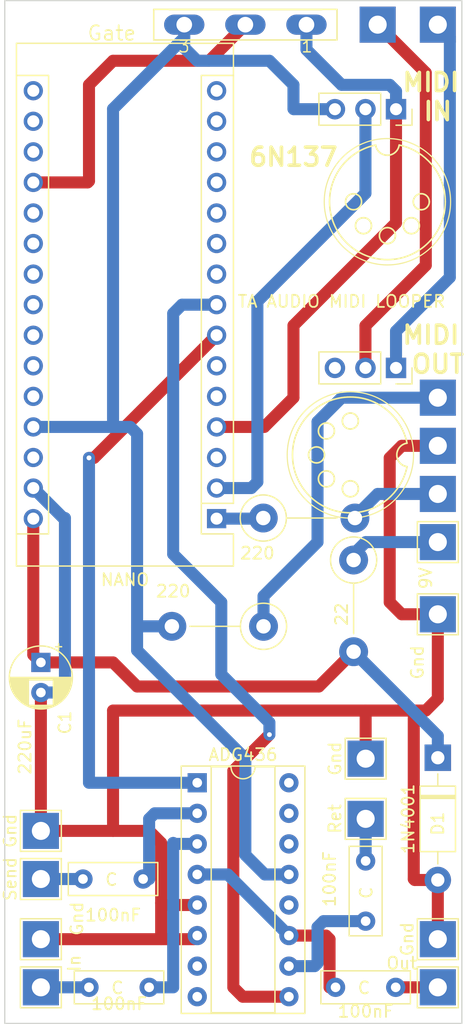
<source format=kicad_pcb>
(kicad_pcb (version 20211014) (generator pcbnew)
  (layers (0 "F.Cu" signal) (31 "B.Cu" signal) (34 "B.Paste" user) (35 "F.Paste" user) (36 "B.SilkS" user "B.Silkscreen") (37 "F.SilkS" user "F.Silkscreen") (38 "B.Mask" user) (39 "F.Mask" user) (44 "Edge.Cuts" user))
  (net 0 "")
  (footprint "TestPoint:TestPoint_THTPad_3.0x3.0mm_Drill1.5mm" (layer "F.Cu") (at 229 135 -90)
    (fp_text reference "REF**" hide)
    (fp_text value "Out")
  )
  (footprint "Diode_THT:D_DO-41_SOD81_P10.16mm_Horizontal" (layer "F.Cu") (at 229 115.92 -90)
    (fp_text reference "D1")
    (fp_text value "1N4001")
  )
  (footprint "" (layer "F.Cu") (at 224 55 -90)
    (fp_text reference "")
    (fp_text value "")
  )
  (footprint "TestPoint:TestPoint_THTPad_3.0x3.0mm_Drill1.5mm" (layer "F.Cu") (at 223 121 -90)
    (fp_text reference "REF**" hide)
    (fp_text value "Ret")
  )
  (footprint "Resistor_THT:R_Axial_DIN0411_L9.9mm_D3.6mm_P7.62mm_Vertical" (layer "F.Cu") (at 222 99.49 -90)
    (fp_text reference "")
    (fp_text value "22")
  )
  (footprint "Capacitor_THT:CP_Radial_D5.0mm_P2.50mm" (layer "F.Cu") (at 196 108 -90)
    (fp_text reference "C1")
    (fp_text value "220uF")
  )
  (footprint "TestPoint:TestPoint_THTPad_3.0x3.0mm_Drill1.5mm" (layer "F.Cu") (at 196 122 -90)
    (fp_text reference "REF**" hide)
    (fp_text value "Gnd")
  )
  (footprint "TestPoint:TestPoint_THTPad_3.0x3.0mm_Drill1.5mm" (layer "F.Cu") (at 196 126 -90)
    (fp_text reference "REF**" hide)
    (fp_text value "Send")
  )
  (footprint "" (layer "F.Cu") (at 229 86 180)
    (fp_text reference "")
    (fp_text value "")
  )
  (footprint "Capacitor_THT:C_Rect_L7.2mm_W2.5mm_P5.00mm_FKS2_FKP2_MKS2_MKP2" (layer "F.Cu") (at 223 124.5 -90)
    (fp_text reference "C")
    (fp_text value "100nF")
  )
  (footprint "TestPoint:TestPoint_THTPad_3.0x3.0mm_Drill1.5mm" (layer "F.Cu") (at 223 116 -90)
    (fp_text reference "REF**" hide)
    (fp_text value "Gnd")
  )
  (footprint "TestPoint:TestPoint_THTPad_3.0x3.0mm_Drill1.5mm" (layer "F.Cu") (at 196 135 -90)
    (fp_text reference "REF**" hide)
    (fp_text value "In")
  )
  (footprint "Connector_PinSocket_2.54mm:PinSocket_1x03_P2.54mm_Vertical" (layer "F.Cu") (at 225.525 62.025 -90)
    (fp_text reference "Vcc, Out, Gnd" hide)
    (fp_text value "PinSocket_1x03_P2.54mm_Vertical" hide)
  )
  (footprint "Resistor_THT:R_Axial_DIN0411_L9.9mm_D3.6mm_P7.62mm_Vertical" (layer "F.Cu") (at 214.51 105 180)
    (fp_text reference "")
    (fp_text value "220")
  )
  (footprint "Capacitor_THT:C_Rect_L7.2mm_W2.5mm_P5.00mm_FKS2_FKP2_MKS2_MKP2" (layer "F.Cu") (at 205 135 180)
    (fp_text reference "C")
    (fp_text value "100nF")
  )
  (footprint "" (layer "F.Cu") (at 229 94 180)
    (fp_text reference "")
    (fp_text value "")
  )
  (footprint "Resistor_THT:R_Axial_DIN0411_L9.9mm_D3.6mm_P7.62mm_Vertical" (layer "F.Cu") (at 214.49 96)
    (fp_text reference "")
    (fp_text value "220")
  )
  (footprint "" (layer "F.Cu") (at 229 90 180)
    (fp_text reference "")
    (fp_text value "")
  )
  (footprint "TestPoint:TestPoint_THTPad_3.0x3.0mm_Drill1.5mm" (layer "F.Cu") (at 229 104 -90)
    (fp_text reference "REF**" hide)
    (fp_text value "Gnd")
  )
  (footprint "TestPoint:TestPoint_THTPad_3.0x3.0mm_Drill1.5mm" (layer "F.Cu") (at 196 131 -90)
    (fp_text reference "REF**" hide)
    (fp_text value "Gnd")
  )
  (footprint "Package_DIP:DIP-16_W7.62mm_Socket" (layer "F.Cu") (at 209 118)
    (fp_text reference "ADG436")
    (fp_text value "ADG436")
  )
  (footprint "Capacitor_THT:C_Rect_L7.2mm_W2.5mm_P5.00mm_FKS2_FKP2_MKS2_MKP2" (layer "F.Cu") (at 204.5 126 180)
    (fp_text reference "C")
    (fp_text value "100nF")
  )
  (footprint "TestPoint:TestPoint_THTPad_3.0x3.0mm_Drill1.5mm" (layer "F.Cu") (at 229 98 -90)
    (fp_text reference "REF**" hide)
    (fp_text value "9V")
  )
  (footprint "Capacitor_THT:C_Rect_L7.2mm_W2.5mm_P5.00mm_FKS2_FKP2_MKS2_MKP2" (layer "F.Cu") (at 225.5 135 180)
    (fp_text reference "C")
    (fp_text value "100nF")
  )
  (footprint "TestPoint:TestPoint_THTPad_3.0x3.0mm_Drill1.5mm" (layer "F.Cu") (at 229 131 -90)
    (fp_text reference "REF**" hide)
    (fp_text value "Gnd")
  )
  (footprint "PedalFootprints:16MM-PCB-MOUNT" (layer "F.Cu") (at 213 55)
    (fp_text reference "REF**" hide)
    (fp_text value "Gate")
  )
  (footprint "Connector_PinSocket_2.54mm:PinSocket_1x03_P2.54mm_Vertical" (layer "F.Cu") (at 225.525 83.525 -90)
    (fp_text reference "Midi In" hide)
    (fp_text value "PinSocket_1x03_P2.54mm_Vertical" hide)
  )
  (footprint "" (layer "F.Cu") (at 229 55 -90)
    (fp_text reference "")
    (fp_text value "")
  )
  (footprint "Module:Arduino_Nano" (layer "F.Cu") (at 210.61 96.05 180)
    (fp_text reference "NANO")
    (fp_text value "Arduino_Nano")
  )
  (gr_line (start 228.118635 70.162855) (end 228.139551 70.138712) (layer "F.SilkS") (width 0.132291))
  (gr_line (start 228.177862 70.087492) (end 228.195172 70.060498) (layer "F.SilkS") (width 0.132291))
  (gr_line (start 226.580974 71.078305) (end 226.550708 71.08973) (layer "F.SilkS") (width 0.132291))
  (gr_line (start 227.943245 70.30055) (end 227.971112 70.284526) (layer "F.SilkS") (width 0.132291))
  (gr_line (start 218.597112 91.339849) (end 218.625803 91.354539) (layer "F.SilkS") (width 0.132291))
  (gr_line (start 220.184438 92.251713) (end 220.15874 92.229651) (layer "F.SilkS") (width 0.132291))
  (gr_line (start 219.519032 88.135806) (end 219.48877 88.147223) (layer "F.SilkS") (width 0.132291))
  (gr_line (start 224.775737 71.866357) (end 224.741971 71.868927) (layer "F.SilkS") (width 0.132291))
  (gr_line (start 219.989216 92.129216) (end 219.958958 92.117801) (layer "F.SilkS") (width 0.132291))
  (gr_line (start 221.071997 93.469465) (end 221.067764 93.502774) (layer "F.SilkS") (width 0.132291))
  (gr_line (start 222.659416 69.715567) (end 222.659416 69.715567) (layer "F.SilkS") (width 0.132291))
  (gr_line (start 224.386809 73.044404) (end 224.411942 73.06416) (layer "F.SilkS") (width 0.132291))
  (gr_line (start 227.914552 69.115787) (end 227.885076 69.102466) (layer "F.SilkS") (width 0.132291))
  (gr_line (start 221.531849 87.303257) (end 221.50094 87.313717) (layer "F.SilkS") (width 0.132291))
  (gr_line (start 221.993989 70.380888) (end 221.993989 70.380888) (layer "F.SilkS") (width 0.132291))
  (gr_line (start 228.270569 69.881798) (end 228.278 69.849615) (layer "F.SilkS") (width 0.132291))
  (gr_line (start 225.361803 72.158843) (end 225.343257 72.132754) (layer "F.SilkS") (width 0.132291))
  (gr_line (start 222.101714 94.122622) (end 222.1278 94.104068) (layer "F.SilkS") (width 0.132291))
  (gr_line (start 220.275931 88.370583) (end 220.255368 88.344042) (layer "F.SilkS") (width 0.132291))
  (gr_line (start 222.787349 71.041364) (end 222.755489 71.043647) (layer "F.SilkS") (width 0.132291))
  (gr_line (start 222.692182 71.052782) (end 222.660853 71.059634) (layer "F.SilkS") (width 0.132291))
  (gr_line (start 223.457214 71.516529) (end 223.447314 71.48585) (layer "F.SilkS") (width 0.132291))
  (gr_line (start 219.259374 90.185833) (end 219.231506 90.169807) (layer "F.SilkS") (width 0.132291))
  (gr_line (start 225.617674 87.918837) (end 225.495002 87.758107) (layer "F.SilkS") (width 0.132291))
  (gr_line (start 220.077361 89.337237) (end 220.105384 89.319719) (layer "F.SilkS") (width 0.132291))
  (gr_line (start 221.695423 87.274214) (end 221.661644 87.276783) (layer "F.SilkS") (width 0.132291))
  (gr_line (start 227.309146 65.602556) (end 227.133417 65.500587) (layer "F.SilkS") (width 0.132291))
  (gr_line (start 222.441387 69.223006) (end 222.417241 69.202096) (layer "F.SilkS") (width 0.132291))
  (gr_line (start 225.163533 65.788491) (end 225.121946 65.803436) (layer "F.SilkS") (width 0.132291))
  (gr_line (start 219.55878 90.588535) (end 219.549815 90.556976) (layer "F.SilkS") (width 0.132291))
  (gr_line (start 219.958958 92.117801) (end 219.928285 92.107908) (layer "F.SilkS") (width 0.132291))
  (gr_line (start 221.247929 72.951049) (end 221.407266 73.118178) (layer "F.SilkS") (width 0.132291))
  (gr_line (start 222.191867 70.350956) (end 222.222785 70.340492) (layer "F.SilkS") (width 0.132291))
  (gr_line (start 225.656725 91.108293) (end 225.64178 91.066706) (layer "F.SilkS") (width 0.132291))
  (gr_line (start 222.374082 88.105032) (end 222.38151 88.072841) (layer "F.SilkS") (width 0.132291))
  (gr_line (start 219.110712 92.525813) (end 219.100811 92.556492) (layer "F.SilkS") (width 0.132291))
  (gr_line (start 221.927522 87.30325) (end 221.895946 87.294287) (layer "F.SilkS") (width 0.132291))
  (gr_line (start 226.173041 71.486258) (end 226.163148 71.516931) (layer "F.SilkS") (width 0.132291))
  (gr_line (start 219.866326 89.417205) (end 219.897654 89.410351) (layer "F.SilkS") (width 0.132291))
  (gr_line (start 220.342538 92.465674) (end 220.328066 92.436411) (layer "F.SilkS") (width 0.132291))
  (gr_line (start 222.723747 71.047453) (end 222.692182 71.052782) (layer "F.SilkS") (width 0.132291))
  (gr_line (start 221.859868 70.367366) (end 221.892639 70.373219) (layer "F.SilkS") (width 0.132291))
  (gr_line (start 218.948523 91.41923) (end 218.982325 91.416672) (layer "F.SilkS") (width 0.132291))
  (gr_line (start 225.357172 65.68787) (end 225.320508 65.711288) (layer "F.SilkS") (width 0.132291))
  (gr_line (start 223.477774 71.610453) (end 223.472445 71.57889) (layer "F.SilkS") (width 0.132291))
  (gr_line (start 219.928687 89.401974) (end 219.959366 89.392074) (layer "F.SilkS") (width 0.132291))
  (gr_line (start 222.453133 71.150246) (end 222.425823 71.169285) (layer "F.SilkS") (width 0.132291))
  (gr_line (start 225.928761 91.496606) (end 225.896751 91.467409) (layer "F.SilkS") (width 0.132291))
  (gr_line (start 223.574142 86.308747) (end 223.382797 86.234046) (layer "F.SilkS") (width 0.132291))
  (gr_line (start 218.167695 87.519148) (end 218.016441 87.693754) (layer "F.SilkS") (width 0.132291))
  (gr_line (start 222.391588 93.502774) (end 222.387357 93.469465) (layer "F.SilkS") (width 0.132291))
  (gr_line (start 221.827646 69.071139) (end 221.796064 69.080104) (layer "F.SilkS") (width 0.132291))
  (gr_line (start 223.447268 71.926063) (end 223.457175 71.89539) (layer "F.SilkS") (width 0.132291))
  (gr_line (start 224.80987 65.85392) (end 224.763406 65.852842) (layer "F.SilkS") (width 0.132291))
  (gr_line (start 222.160553 95.548003) (end 222.372081 95.524523) (layer "F.SilkS") (width 0.132291))
  (gr_line (start 228.024202 69.182347) (end 227.998112 69.163799) (layer "F.SilkS") (width 0.132291))
  (gr_line (start 221.501396 69.268172) (end 221.480486 69.292315) (layer "F.SilkS") (width 0.132291))
  (gr_line (start 222.156813 71.642279) (end 222.154525 71.67414) (layer "F.SilkS") (width 0.132291))
  (gr_line (start 222.046855 94.155957) (end 222.074718 94.139932) (layer "F.SilkS") (width 0.132291))
  (gr_line (start 223.21247 72.242668) (end 223.239003 72.222103) (layer "F.SilkS") (width 0.132291))
  (gr_line (start 222.395023 87.938749) (end 222.395023 87.938749) (layer "F.SilkS") (width 0.132291))
  (gr_line (start 221.628356 92.91304) (end 221.5956 92.918891) (layer "F.SilkS") (width 0.132291))
  (gr_line (start 220.019343 88.160224) (end 219.989551 88.147276) (layer "F.SilkS") (width 0.132291))
  (gr_line (start 225.230376 87.453066) (end 225.088827 87.309158) (layer "F.SilkS") (width 0.132291))
  (gr_line (start 227.167312 72.262239) (end 227.194618 72.24321) (layer "F.SilkS") (width 0.132291))
  (gr_line (start 222.486678 65.500511) (end 222.310944 65.602488) (layer "F.SilkS") (width 0.132291))
  (gr_line (start 226.354004 89.795313) (end 226.398045 89.786157) (layer "F.SilkS") (width 0.132291))
  (gr_line (start 224.276873 72.929059) (end 224.296624 72.954197) (layer "F.SilkS") (width 0.132291))
  (gr_line (start 219.770773 92.081268) (end 219.738855 92.080506) (layer "F.SilkS") (width 0.132291))
  (gr_line (start 226.491651 71.11715) (end 226.462979 71.133145) (layer "F.SilkS") (width 0.132291))
  (gr_line (start 219.738855 92.080506) (end 219.706936 92.081267) (layer "F.SilkS") (width 0.132291))
  (gr_line (start 225.323464 72.954197) (end 225.343216 72.929059) (layer "F.SilkS") (width 0.132291))
  (gr_line (start 219.611646 93.399125) (end 219.643212 93.404451) (layer "F.SilkS") (width 0.132291))
  (gr_line (start 219.401059 88.190609) (end 219.373045 88.208116) (layer "F.SilkS") (width 0.132291))
  (gr_line (start 227.112542 69.292315) (end 227.09279 69.31745) (layer "F.SilkS") (width 0.132291))
  (gr_line (start 225.28057 72.060364) (end 225.257463 72.038332) (layer "F.SilkS") (width 0.132291))
  (gr_line (start 229.62227 69.715488) (end 229.62227 69.715488) (layer "F.SilkS") (width 0.132291))
  (gr_line (start 220.209803 89.234414) (end 220.209803 89.234414) (layer "F.SilkS") (width 0.132291))
  (gr_line (start 222.660853 71.059634) (end 222.62982 71.068008) (layer "F.SilkS") (width 0.132291))
  (gr_line (start 221.282361 88.43131) (end 221.306504 88.452225) (layer "F.SilkS") (width 0.132291))
  (gr_line (start 222.215464 71.425873) (end 222.202516 71.455665) (layer "F.SilkS") (width 0.132291))
  (gr_line (start 229.244082 71.588552) (end 229.33025 71.370025) (layer "F.SilkS") (width 0.132291))
  (gr_line (start 224.809949 71.865492) (end 224.809949 71.865492) (layer "F.SilkS") (width 0.132291))
  (gr_line (start 225.617451 90.981048) (end 225.608162 90.937073) (layer "F.SilkS") (width 0.132291))
  (gr_line (start 222.354652 87.709903) (end 222.342739 87.679683) (layer "F.SilkS") (width 0.132291))
  (gr_line (start 221.259253 88.409277) (end 221.282361 88.43131) (layer "F.SilkS") (width 0.132291))
  (gr_line (start 222.417241 69.202096) (end 222.392102 69.182347) (layer "F.SilkS") (width 0.132291))
  (gr_line (start 223.924332 65.299375) (end 223.906 65.259508) (layer "F.SilkS") (width 0.132291))
  (gr_line (start 218.625803 90.15507) (end 218.597112 90.169761) (layer "F.SilkS") (width 0.132291))
  (gr_line (start 223.861638 65.134514) (end 223.850553 65.091212) (layer "F.SilkS") (width 0.132291))
  (gr_line (start 222.936856 74.149513) (end 223.155382 74.235681) (layer "F.SilkS") (width 0.132291))
  (gr_line (start 222.480946 72.279307) (end 222.509606 72.295293) (layer "F.SilkS") (width 0.132291))
  (gr_line (start 227.390361 71.397027) (end 227.374367 71.368359) (layer "F.SilkS") (width 0.132291))
  (gr_line (start 219.928196 93.383865) (end 219.958874 93.373963) (layer "F.SilkS") (width 0.132291))
  (gr_line (start 219.111146 88.983936) (end 219.122572 89.0142) (layer "F.SilkS") (width 0.132291))
  (gr_line (start 222.062025 70.377448) (end 222.095327 70.373213) (layer "F.SilkS") (width 0.132291))
  (gr_line (start 222.755489 71.043647) (end 222.723747 71.047453) (layer "F.SilkS") (width 0.132291))
  (gr_line (start 219.076433 92.682165) (end 219.074146 92.714026) (layer "F.SilkS") (width 0.132291))
  (gr_line (start 225.86613 90.072725) (end 225.896834 90.042173) (layer "F.SilkS") (width 0.132291))
  (gr_line (start 227.155487 69.245065) (end 227.133455 69.268172) (layer "F.SilkS") (width 0.132291))
  (gr_line (start 227.626068 69.050193) (end 227.591816 69.051058) (layer "F.SilkS") (width 0.132291))
  (gr_line (start 224.856368 65.852842) (end 224.80987 65.85392) (layer "F.SilkS") (width 0.132291))
  (gr_line (start 227.45973 69.071139) (end 227.428148 69.080104) (layer "F.SilkS") (width 0.132291))
  (gr_line (start 222.545772 70.087492) (end 222.56308 70.060498) (layer "F.SilkS") (width 0.132291))
  (gr_line (start 226.442619 91.730678) (end 226.442619 91.730678) (layer "F.SilkS") (width 0.132291))
  (gr_line (start 223.289654 71.235413) (end 223.289654 71.235413) (layer "F.SilkS") (width 0.132291))
  (gr_line (start 218.846243 90.092902) (end 218.812945 90.097133) (layer "F.SilkS") (width 0.132291))
  (gr_line (start 221.332022 69.647531) (end 221.329453 69.681324) (layer "F.SilkS") (width 0.132291))
  (gr_line (start 222.638467 69.881798) (end 222.645897 69.849615) (layer "F.SilkS") (width 0.132291))
  (gr_line (start 227.20274 69.202122) (end 227.178596 69.223034) (layer "F.SilkS") (width 0.132291))
  (gr_line (start 224.196987 72.789938) (end 224.21031 72.819413) (layer "F.SilkS") (width 0.132291))
  (gr_line (start 224.672197 65.844358) (end 224.627547 65.837048) (layer "F.SilkS") (width 0.132291))
  (gr_line (start 229.54724 68.864466) (end 229.505878 68.658859) (layer "F.SilkS") (width 0.132291))
  (gr_line (start 222.365119 88.136607) (end 222.374082 88.105032) (layer "F.SilkS") (width 0.132291))
  (gr_line (start 220.397377 92.650338) (end 220.392046 92.618774) (layer "F.SilkS") (width 0.132291))
  (gr_line (start 224.810029 73.196372) (end 224.844267 73.195506) (layer "F.SilkS") (width 0.132291))
  (gr_line (start 228.239221 69.456527) (end 228.225894 69.427052) (layer "F.SilkS") (width 0.132291))
  (gr_line (start 227.463495 71.77026) (end 227.465776 71.738398) (layer "F.SilkS") (width 0.132291))
  (gr_line (start 219.26823 93.216445) (end 219.26823 93.216445) (layer "F.SilkS") (width 0.132291))
  (gr_line (start 226.964049 69.783572) (end 226.96828 69.81686) (layer "F.SilkS") (width 0.132291))
  (gr_line (start 222.545758 69.343502) (end 222.527204 69.317416) (layer "F.SilkS") (width 0.132291))
  (gr_line (start 222.018164 88.538549) (end 222.046855 88.523852) (layer "F.SilkS") (width 0.132291))
  (gr_line (start 219.122572 89.0142) (end 219.135521 89.043991) (layer "F.SilkS") (width 0.132291))
  (gr_line (start 227.626068 70.380888) (end 227.660309 70.38002) (layer "F.SilkS") (width 0.132291))
  (gr_line (start 219.458679 92.142168) (end 219.42942 92.156634) (layer "F.SilkS") (width 0.132291))
  (gr_line (start 227.000984 69.944276) (end 227.012896 69.974487) (layer "F.SilkS") (width 0.132291))
  (gr_line (start 229.330773 68.062421) (end 229.256071 67.871078) (layer "F.SilkS") (width 0.132291))
  (gr_line (start 219.488894 89.380596) (end 219.519153 89.392028) (layer "F.SilkS") (width 0.132291))
  (gr_line (start 223.355819 72.09934) (end 223.37487 72.072037) (layer "F.SilkS") (width 0.132291))
  (gr_line (start 226.039295 92.897851) (end 226.126456 92.713131) (layer "F.SilkS") (width 0.132291))
  (gr_line (start 228.195172 70.060498) (end 228.211197 70.032638) (layer "F.SilkS") (width 0.132291))
  (gr_line (start 225.409804 72.242403) (end 225.395118 72.21371) (layer "F.SilkS") (width 0.132291))
  (gr_line (start 219.576289 90.686731) (end 219.572059 90.653455) (layer "F.SilkS") (width 0.132291))
  (gr_line (start 219.080674 88.859325) (end 219.086007 88.890892) (layer "F.SilkS") (width 0.132291))
  (gr_line (start 228.251138 69.486745) (end 228.239221 69.456527) (layer "F.SilkS") (width 0.132291))
  (gr_line (start 228.290656 69.681317) (end 228.288086 69.647518) (layer "F.SilkS") (width 0.132291))
  (gr_line (start 222.354652 93.341986) (end 222.342739 93.311765) (layer "F.SilkS") (width 0.132291))
  (gr_line (start 226.353851 91.714331) (end 226.310552 91.703239) (layer "F.SilkS") (width 0.132291))
  (gr_line (start 223.944411 95.028142) (end 224.122936 94.930558) (layer "F.SilkS") (width 0.132291))
  (gr_line (start 219.048409 91.406612) (end 219.080609 91.399193) (layer "F.SilkS") (width 0.132291))
  (gr_line (start 229.566819 70.448304) (end 229.597423 70.207483) (layer "F.SilkS") (width 0.132291))
  (gr_line (start 226.442778 89.778979) (end 226.442778 89.778979) (layer "F.SilkS") (width 0.132291))
  (gr_line (start 222.425641 72.242766) (end 222.452938 72.261798) (layer "F.SilkS") (width 0.132291))
  (gr_line (start 225.4231 72.789938) (end 225.435009 72.759721) (layer "F.SilkS") (width 0.132291))
  (gr_line (start 224.22732 65.662845) (end 224.192966 65.636365) (layer "F.SilkS") (width 0.132291))
  (gr_line (start 226.442778 89.778979) (end 226.396157 89.575308) (layer "F.SilkS") (width 0.132291))
  (gr_line (start 222.607116 69.456527) (end 222.593789 69.427052) (layer "F.SilkS") (width 0.132291))
  (gr_line (start 222.365112 87.740824) (end 222.354652 87.709903) (layer "F.SilkS") (width 0.132291))
  (gr_line (start 222.101679 93.018999) (end 222.074683 93.001693) (layer "F.SilkS") (width 0.132291))
  (gr_line (start 221.282352 87.446183) (end 221.259243 87.468214) (layer "F.SilkS") (width 0.132291))
  (gr_line (start 221.892639 70.373219) (end 221.925944 70.377452) (layer "F.SilkS") (width 0.132291))
  (gr_line (start 219.165909 88.425706) (end 219.149923 88.454366) (layer "F.SilkS") (width 0.132291))
  (gr_line (start 227.500526 73.70581) (end 227.689201 73.571639) (layer "F.SilkS") (width 0.132291))
  (gr_line (start 222.229934 71.396613) (end 222.215464 71.425873) (layer "F.SilkS") (width 0.132291))
  (gr_line (start 222.851734 65.318664) (end 222.667009 65.405835) (layer "F.SilkS") (width 0.132291))
  (gr_line (start 221.729649 88.604176) (end 221.729649 88.604176) (layer "F.SilkS") (width 0.132291))
  (gr_line (start 217.015287 91.724535) (end 217.069025 91.957355) (layer "F.SilkS") (width 0.132291))
  (gr_line (start 221.974077 65.827542) (end 221.813347 65.950214) (layer "F.SilkS") (width 0.132291))
  (gr_line (start 226.381203 72.222548) (end 226.407742 72.243111) (layer "F.SilkS") (width 0.132291))
  (gr_line (start 222.154525 71.67414) (end 222.153761 71.70606) (layer "F.SilkS") (width 0.132291))
  (gr_line (start 222.374077 93.40449) (end 222.365112 93.372908) (layer "F.SilkS") (width 0.132291))
  (gr_line (start 228.212742 73.118178) (end 228.372086 72.951049) (layer "F.SilkS") (width 0.132291))
  (gr_line (start 227.417779 71.456077) (end 227.404831 71.426286) (layer "F.SilkS") (width 0.132291))
  (gr_line (start 226.197392 71.426216) (end 226.184456 71.456) (layer "F.SilkS") (width 0.132291))
  (gr_line (start 226.135746 71.706361) (end 226.136507 71.73828) (layer "F.SilkS") (width 0.132291))
  (gr_line (start 218.278764 90.952646) (end 218.289227 90.983562) (layer "F.SilkS") (width 0.132291))
  (gr_line (start 219.092864 88.922223) (end 219.101243 88.953257) (layer "F.SilkS") (width 0.132291))
  (gr_line (start 222.645895 69.581439) (end 222.638463 69.549243) (layer "F.SilkS") (width 0.132291))
  (gr_line (start 222.392102 69.182347) (end 222.366013 69.163799) (layer "F.SilkS") (width 0.132291))
  (gr_line (start 222.311171 70.30055) (end 222.339037 70.284526) (layer "F.SilkS") (width 0.132291))
  (gr_line (start 219.549282 93.383904) (end 219.580316 93.392276) (layer "F.SilkS") (width 0.132291))
  (gr_line (start 218.685495 91.379769) (end 218.716412 91.390224) (layer "F.SilkS") (width 0.132291))
  (gr_line (start 219.268813 89.234281) (end 219.293634 89.257904) (layer "F.SilkS") (width 0.132291))
  (gr_line (start 226.284891 71.286476) (end 226.264349 71.313003) (layer "F.SilkS") (width 0.132291))
  (gr_line (start 221.480486 69.292315) (end 221.460736 69.31745) (layer "F.SilkS") (width 0.132291))
  (gr_line (start 226.768371 65.31876) (end 226.579457 65.239306) (layer "F.SilkS") (width 0.132291))
  (gr_line (start 227.221155 72.222657) (end 227.246864 72.200583) (layer "F.SilkS") (width 0.132291))
  (gr_line (start 226.463068 72.279667) (end 226.491736 72.295661) (layer "F.SilkS") (width 0.132291))
  (gr_line (start 227.133417 65.500587) (end 226.953091 65.405921) (layer "F.SilkS") (width 0.132291))
  (gr_line (start 221.563418 94.215329) (end 221.595601 94.22276) (layer "F.SilkS") (width 0.132291))
  (gr_line (start 222.177075 94.063395) (end 222.200181 94.04136) (layer "F.SilkS") (width 0.132291))
  (gr_line (start 219.447549 91.152944) (end 219.4661 91.126856) (layer "F.SilkS") (width 0.132291))
  (gr_line (start 221.329454 69.749793) (end 221.332023 69.783572) (layer "F.SilkS") (width 0.132291))
  (gr_line (start 218.443762 90.284323) (end 218.421728 90.307428) (layer "F.SilkS") (width 0.132291))
  (gr_line (start 221.5956 92.918891) (end 221.563417 92.926319) (layer "F.SilkS") (width 0.132291))
  (gr_line (start 223.382795 95.275533) (end 223.574138 95.200831) (layer "F.SilkS") (width 0.132291))
  (gr_line (start 219.579724 90.754709) (end 219.578859 90.720497) (layer "F.SilkS") (width 0.132291))
  (gr_line (start 222.563068 69.370498) (end 222.545758 69.343502) (layer "F.SilkS") (width 0.132291))
  (gr_line (start 220.255368 88.344042) (end 220.233282 88.318328) (layer "F.SilkS") (width 0.132291))
  (gr_line (start 224.61217 73.166452) (end 224.643743 73.17542) (layer "F.SilkS") (width 0.132291))
  (gr_line (start 221.595601 94.22276) (end 221.628357 94.228613) (layer "F.SilkS") (width 0.132291))
  (gr_line (start 221.501423 70.162864) (end 221.523454 70.185973) (layer "F.SilkS") (width 0.132291))
  (gr_line (start 218.516157 91.287976) (end 218.542247 91.306525) (layer "F.SilkS") (width 0.132291))
  (gr_line (start 227.459691 71.802004) (end 227.463495 71.77026) (layer "F.SilkS") (width 0.132291))
  (gr_line (start 225.808788 91.371833) (end 225.782315 91.337469) (layer "F.SilkS") (width 0.132291))
  (gr_line (start 226.43505 72.262151) (end 226.463068 72.279667) (layer "F.SilkS") (width 0.132291))
  (gr_line (start 224.944112 71.879008) (end 224.911332 71.873157) (layer "F.SilkS") (width 0.132291))
  (gr_line (start 226.964049 69.647531) (end 226.96148 69.681324) (layer "F.SilkS") (width 0.132291))
  (gr_line (start 221.394179 69.427087) (end 221.380858 69.456561) (layer "F.SilkS") (width 0.132291))
  (gr_line (start 220.401566 88.827803) (end 220.403851 88.795945) (layer "F.SilkS") (width 0.132291))
  (gr_line (start 221.648889 69.146514) (end 221.621892 69.16382) (layer "F.SilkS") (width 0.132291))
  (gr_line (start 225.461852 72.396807) (end 225.454433 72.364607) (layer "F.SilkS") (width 0.132291))
  (gr_line (start 224.947636 65.844361) (end 224.902306 65.84964) (layer "F.SilkS") (width 0.132291))
  (gr_line (start 219.337599 91.268269) (end 219.361743 91.247359) (layer "F.SilkS") (width 0.132291))
  (gr_line (start 226.864969 72.368795) (end 226.896712 72.364992) (layer "F.SilkS") (width 0.132291))
  (gr_line (start 219.643738 89.422515) (end 219.675476 89.426328) (layer "F.SilkS") (width 0.132291))
  (gr_line (start 222.373568 71.211934) (end 222.348742 71.235545) (layer "F.SilkS") (width 0.132291))
  (gr_line (start 228.291522 69.715567) (end 228.291522 69.715567) (layer "F.SilkS") (width 0.132291))
  (gr_line (start 228.195172 69.370498) (end 228.177862 69.343502) (layer "F.SilkS") (width 0.132291))
  (gr_line (start 222.262869 88.336862) (end 222.281417 88.310773) (layer "F.SilkS") (width 0.132291))
  (gr_line (start 226.068972 91.598822) (end 226.032189 91.575548) (layer "F.SilkS") (width 0.132291))
  (gr_line (start 219.518604 93.37401) (end 219.549282 93.383904) (layer "F.SilkS") (width 0.132291))
  (gr_line (start 223.289654 71.235413) (end 223.264844 71.211828) (layer "F.SilkS") (width 0.132291))
  (gr_line (start 219.576289 90.822777) (end 219.578859 90.788968) (layer "F.SilkS") (width 0.132291))
  (gr_line (start 219.268363 92.275428) (end 219.244754 92.300252) (layer "F.SilkS") (width 0.132291))
  (gr_line (start 223.850553 65.091212) (end 223.841397 65.047171) (layer "F.SilkS") (width 0.132291))
  (gr_line (start 221.177987 87.566687) (end 221.160678 87.593684) (layer "F.SilkS") (width 0.132291))
  (gr_line (start 226.277574 89.178323) (end 226.206017 88.985413) (layer "F.SilkS") (width 0.132291))
  (gr_line (start 219.073381 92.745947) (end 219.07414 92.777867) (layer "F.SilkS") (width 0.132291))
  (gr_line (start 225.208184 71.997667) (end 225.182096 71.979116) (layer "F.SilkS") (width 0.132291))
  (gr_line (start 222.509606 72.295293) (end 222.53886 72.309757) (layer "F.SilkS") (width 0.132291))
  (gr_line (start 227.459673 71.61095) (end 227.45434 71.579384) (layer "F.SilkS") (width 0.132291))
  (gr_line (start 222.391588 87.870691) (end 222.387357 87.837381) (layer "F.SilkS") (width 0.132291))
  (gr_line (start 226.355372 71.212357) (end 226.330536 71.235968) (layer "F.SilkS") (width 0.132291))
  (gr_line (start 222.819036 72.371405) (end 222.850958 72.37064) (layer "F.SilkS") (width 0.132291))
  (gr_line (start 227.42925 71.926612) (end 227.439144 71.895934) (layer "F.SilkS") (width 0.132291))
  (gr_line (start 224.540392 65.816531) (end 224.497982 65.80342) (layer "F.SilkS") (width 0.132291))
  (gr_line (start 222.441407 70.207995) (end 222.464517 70.185963) (layer "F.SilkS") (width 0.132291))
  (gr_line (start 221.570704 70.228921) (end 221.595839 70.248676) (layer "F.SilkS") (width 0.132291))
  (gr_line (start 219.101243 88.953257) (end 219.111146 88.983936) (layer "F.SilkS") (width 0.132291))
  (gr_line (start 219.080609 90.110426) (end 219.048409 90.102993) (layer "F.SilkS") (width 0.132291))
  (gr_line (start 222.095315 69.057857) (end 222.062016 69.053627) (layer "F.SilkS") (width 0.132291))
  (gr_line (start 221.065194 87.904501) (end 221.064328 87.938749) (layer "F.SilkS") (width 0.132291))
  (gr_line (start 227.689201 73.571639) (end 227.870997 73.428775) (layer "F.SilkS") (width 0.132291))
  (gr_line (start 222.977463 72.352352) (end 223.008497 72.343973) (layer "F.SilkS") (width 0.132291))
  (gr_line (start 226.520996 72.310131) (end 226.550788 72.323079) (layer "F.SilkS") (width 0.132291))
  (gr_line (start 224.317534 72.978343) (end 224.339563 73.001454) (layer "F.SilkS") (width 0.132291))
  (gr_line (start 223.944417 86.481438) (end 223.761416 86.391279) (layer "F.SilkS") (width 0.132291))
  (gr_line (start 223.335353 71.28597) (end 223.313265 71.260249) (layer "F.SilkS") (width 0.132291))
  (gr_line (start 222.191847 69.080097) (end 222.160272 69.071134) (layer "F.SilkS") (width 0.132291))
  (gr_line (start 226.896607 71.047839) (end 226.864868 71.044031) (layer "F.SilkS") (width 0.132291))
  (gr_line (start 226.211874 72.015796) (end 226.227864 72.044463) (layer "F.SilkS") (width 0.132291))
  (gr_line (start 226.959492 71.060025) (end 226.928168 71.05317) (layer "F.SilkS") (width 0.132291))
  (gr_line (start 227.103749 73.946862) (end 227.305275 73.830985) (layer "F.SilkS") (width 0.132291))
  (gr_line (start 222.152901 87.425246) (end 222.127766 87.405496) (layer "F.SilkS") (width 0.132291))
  (gr_line (start 220.392046 92.872928) (end 220.397377 92.841367) (layer "F.SilkS") (width 0.132291))
  (gr_line (start 228.073488 70.207995) (end 228.0966 70.185963) (layer "F.SilkS") (width 0.132291))
  (gr_line (start 223.477755 71.801478) (end 223.481568 71.76974) (layer "F.SilkS") (width 0.132291))
  (gr_line (start 221.412578 94.155957) (end 221.441264 94.170654) (layer "F.SilkS") (width 0.132291))
  (gr_line (start 226.491736 72.295661) (end 226.520996 72.310131) (layer "F.SilkS") (width 0.132291))
  (gr_line (start 219.183418 88.397698) (end 219.165909 88.425706) (layer "F.SilkS") (width 0.132291))
  (gr_line (start 219.074146 92.714026) (end 219.073381 92.745947) (layer "F.SilkS") (width 0.132291))
  (gr_line (start 224.992313 65.837054) (end 224.947636 65.844361) (layer "F.SilkS") (width 0.132291))
  (gr_line (start 219.384852 90.284402) (end 219.361743 90.262369) (layer "F.SilkS") (width 0.132291))
  (gr_line (start 221.09426 93.768699) (end 221.104724 93.799617) (layer "F.SilkS") (width 0.132291))
  (gr_line (start 221.958439 92.945744) (end 221.927522 92.935284) (layer "F.SilkS") (width 0.132291))
  (gr_line (start 220.404612 88.764028) (end 220.403852 88.732109) (layer "F.SilkS") (width 0.132291))
  (gr_line (start 221.676754 69.130494) (end 221.648889 69.146514) (layer "F.SilkS") (width 0.132291))
  (gr_line (start 221.331639 88.471979) (end 221.357724 88.490532) (layer "F.SilkS") (width 0.132291))
  (gr_line (start 227.271685 72.176986) (end 227.295282 72.152164) (layer "F.SilkS") (width 0.132291))
  (gr_line (start 219.16547 93.084056) (end 219.182977 93.112072) (layer "F.SilkS") (width 0.132291))
  (gr_line (start 222.222182 93.123356) (end 222.200151 93.100247) (layer "F.SilkS") (width 0.132291))
  (gr_line (start 221.077857 88.072856) (end 221.08529 88.10505) (layer "F.SilkS") (width 0.132291))
  (gr_line (start 228.283853 69.614212) (end 228.278 69.581439) (layer "F.SilkS") (width 0.132291))
  (gr_line (start 218.494167 94.316846) (end 218.668779 94.468102) (layer "F.SilkS") (width 0.132291))
  (gr_line (start 225.454433 72.364607) (end 225.445477 72.333025) (layer "F.SilkS") (width 0.132291))
  (gr_line (start 218.747987 91.399183) (end 218.780179 91.406606) (layer "F.SilkS") (width 0.132291))
  (gr_line (start 219.580741 88.11754) (end 219.549709 88.125911) (layer "F.SilkS") (width 0.132291))
  (gr_line (start 219.149993 89.073248) (end 219.165988 89.101914) (layer "F.SilkS") (width 0.132291))
  (gr_line (start 220.342961 89.044168) (end 220.355898 89.014385) (layer "F.SilkS") (width 0.132291))
  (gr_line (start 221.306495 87.425271) (end 221.282352 87.446183) (layer "F.SilkS") (width 0.132291))
  (gr_line (start 220.159136 88.247807) (end 220.132596 88.227244) (layer "F.SilkS") (width 0.132291))
  (gr_line (start 221.331631 87.405519) (end 221.306495 87.425271) (layer "F.SilkS") (width 0.132291))
  (gr_line (start 225.257463 72.038332) (end 225.233321 72.017419) (layer "F.SilkS") (width 0.132291))
  (gr_line (start 219.499426 90.437722) (end 219.483406 90.409864) (layer "F.SilkS") (width 0.132291))
  (gr_line (start 219.076851 88.700012) (end 219.074569 88.731874) (layer "F.SilkS") (width 0.132291))
  (gr_line (start 220.29502 89.130084) (end 220.312521 89.102077) (layer "F.SilkS") (width 0.132291))
  (gr_line (start 222.262846 87.540566) (end 222.243094 87.515431) (layer "F.SilkS") (width 0.132291))
  (gr_line (start 219.643503 86.417106) (end 219.436011 86.523377) (layer "F.SilkS") (width 0.132291))
  (gr_line (start 220.401185 92.809628) (end 220.40347 92.777771) (layer "F.SilkS") (width 0.132291))
  (gr_line (start 225.088827 87.309158) (end 224.941389 87.171262) (layer "F.SilkS") (width 0.132291))
  (gr_line (start 219.897257 92.099536) (end 219.865932 92.092686) (layer "F.SilkS") (width 0.132291))
  (gr_line (start 223.239003 72.222103) (end 223.264706 72.200015) (layer "F.SilkS") (width 0.132291))
  (gr_line (start 221.70548 70.315259) (end 221.734956 70.328586) (layer "F.SilkS") (width 0.132291))
  (gr_line (start 219.578859 90.720497) (end 219.576289 90.686731) (layer "F.SilkS") (width 0.132291))
  (gr_line (start 221.44221 70.087499) (end 221.460759 70.113585) (layer "F.SilkS") (width 0.132291))
  (gr_line (start 220.294553 93.111937) (end 220.312071 93.083923) (layer "F.SilkS") (width 0.132291))
  (gr_line (start 223.422942 71.425791) (end 223.408471 71.396528) (layer "F.SilkS") (width 0.132291))
  (gr_line (start 224.276938 72.132754) (end 224.258384 72.158843) (layer "F.SilkS") (width 0.132291))
  (gr_line (start 226.833107 72.371076) (end 226.864969 72.368795) (layer "F.SilkS") (width 0.132291))
  (gr_line (start 221.065196 93.605069) (end 221.067768 93.63886) (layer "F.SilkS") (width 0.132291))
  (gr_line (start 220.355486 92.495468) (end 220.342538 92.465674) (layer "F.SilkS") (width 0.132291))
  (gr_line (start 227.133455 69.268172) (end 227.112542 69.292315) (layer "F.SilkS") (width 0.132291))
  (gr_line (start 227.46577 71.674556) (end 227.463483 71.642694) (layer "F.SilkS") (width 0.132291))
  (gr_line (start 227.337526 70.315259) (end 227.367005 70.328586) (layer "F.SilkS") (width 0.132291))
  (gr_line (start 219.802522 93.408243) (end 219.834266 93.404433) (layer "F.SilkS") (width 0.132291))
  (gr_line (start 220.048251 92.156609) (end 220.019 92.142152) (layer "F.SilkS") (width 0.132291))
  (gr_line (start 222.527204 69.317416) (end 222.507448 69.292282) (layer "F.SilkS") (width 0.132291))
  (gr_line (start 221.50094 92.945744) (end 221.470729 92.957656) (layer "F.SilkS") (width 0.132291))
  (gr_line (start 228.270569 69.549243) (end 228.261601 69.517664) (layer "F.SilkS") (width 0.132291))
  (gr_line (start 226.145712 91.640526) (end 226.106829 91.620497) (layer "F.SilkS") (width 0.132291))
  (gr_line (start 224.152373 72.632271) (end 224.158223 72.665037) (layer "F.SilkS") (width 0.132291))
  (gr_line (start 220.104917 92.190088) (end 220.076909 92.172588) (layer "F.SilkS") (width 0.132291))
  (gr_line (start 224.643743 73.17542) (end 224.675934 73.182851) (layer "F.SilkS") (width 0.132291))
  (gr_line (start 222.200151 93.100247) (end 222.177044 93.078215) (layer "F.SilkS") (width 0.132291))
  (gr_line (start 217.069025 91.957355) (end 217.133875 92.185714) (layer "F.SilkS") (width 0.132291))
  (gr_line (start 218.327038 87.352026) (end 218.167695 87.519148) (layer "F.SilkS") (width 0.132291))
  (gr_line (start 219.707332 89.428617) (end 219.739248 89.429381) (layer "F.SilkS") (width 0.132291))
  (gr_line (start 220.759945 86.040329) (end 220.527134 86.094066) (layer "F.SilkS") (width 0.132291))
  (gr_line (start 222.850958 72.37064) (end 222.882821 72.368353) (layer "F.SilkS") (width 0.132291))
  (gr_line (start 221.085281 93.40449) (end 221.07785 93.43669) (layer "F.SilkS") (width 0.132291))
  (gr_line (start 221.085281 87.772432) (end 221.07785 87.804628) (layer "F.SilkS") (width 0.132291))
  (gr_line (start 219.373179 89.31963) (end 219.401192 89.337158) (layer "F.SilkS") (width 0.132291))
  (gr_line (start 222.372081 85.985055) (end 222.160553 85.961574) (layer "F.SilkS") (width 0.132291))
  (gr_line (start 220.739072 67.148422) (end 220.634263 67.322272) (layer "F.SilkS") (width 0.132291))
  (gr_line (start 225.379104 72.185842) (end 225.361803 72.158843) (layer "F.SilkS") (width 0.132291))
  (gr_line (start 219.293184 92.25182) (end 219.268363 92.275428) (layer "F.SilkS") (width 0.132291))
  (gr_line (start 218.400812 90.331569) (end 218.381056 90.356702) (layer "F.SilkS") (width 0.132291))
  (gr_line (start 221.424904 70.060504) (end 221.44221 70.087499) (layer "F.SilkS") (width 0.132291))
  (gr_line (start 222.387357 87.837381) (end 222.381507 87.804605) (layer "F.SilkS") (width 0.132291))
  (gr_line (start 220.022641 70.207483) (end 220.053247 70.448304) (layer "F.SilkS") (width 0.132291))
  (gr_line (start 219.202548 89.15723) (end 219.223113 89.183763) (layer "F.SilkS") (width 0.132291))
  (gr_line (start 221.077857 93.704929) (end 221.08529 93.737122) (layer "F.SilkS") (width 0.132291))
  (gr_line (start 220.392046 92.618774) (end 220.385191 92.587446) (layer "F.SilkS") (width 0.132291))
  (gr_line (start 219.427797 91.178081) (end 219.447549 91.152944) (layer "F.SilkS") (width 0.132291))
  (gr_line (start 226.40764 71.169704) (end 226.381093 71.190269) (layer "F.SilkS") (width 0.132291))
  (gr_line (start 227.454365 71.83357) (end 227.459691 71.802004) (layer "F.SilkS") (width 0.132291))
  (gr_line (start 225.127228 71.94579) (end 225.098533 71.931097) (layer "F.SilkS") (width 0.132291))
  (gr_line (start 219.997787 69.715488) (end 220.004054 69.96311) (layer "F.SilkS") (width 0.132291))
  (gr_line (start 226.142595 71.801881) (end 226.147923 71.833445) (layer "F.SilkS") (width 0.132291))
  (gr_line (start 222.263356 72.072171) (end 222.282386 72.099475) (layer "F.SilkS") (width 0.132291))
  (gr_line (start 219.345298 93.282669) (end 219.372605 93.301699) (layer "F.SilkS") (width 0.132291))
  (gr_line (start 222.394158 87.972987) (end 222.395023 87.938749) (layer "F.SilkS") (width 0.132291))
  (gr_line (start 226.240954 74.311341) (end 226.464552 74.235681) (layer "F.SilkS") (width 0.132291))
  (gr_line (start 227.971112 70.284526) (end 227.998112 70.267217) (layer "F.SilkS") (width 0.132291))
  (gr_line (start 227.139296 72.279746) (end 227.167312 72.262239) (layer "F.SilkS") (width 0.132291))
  (gr_line (start 226.959606 72.352816) (end 226.990639 72.344444) (layer "F.SilkS") (width 0.132291))
  (gr_line (start 226.896252 74.053139) (end 227.103749 73.946862) (layer "F.SilkS") (width 0.132291))
  (gr_line (start 219.77066 93.41053) (end 219.802522 93.408243) (layer "F.SilkS") (width 0.132291))
  (gr_line (start 221.859845 69.063709) (end 221.827646 69.071139) (layer "F.SilkS") (width 0.132291))
  (gr_line (start 225.47447 72.496693) (end 225.471912 72.462891) (layer "F.SilkS") (width 0.132291))
  (gr_line (start 227.591816 69.051058) (end 227.558014 69.053628) (layer "F.SilkS") (width 0.132291))
  (gr_line (start 229.603243 69.284663) (end 229.579763 69.073135) (layer "F.SilkS") (width 0.132291))
  (gr_line (start 221.460759 70.113585) (end 221.480511 70.138721) (layer "F.SilkS") (width 0.132291))
  (gr_line (start 226.550708 71.08973) (end 226.520914 71.102678) (layer "F.SilkS") (width 0.132291))
  (gr_line (start 226.330536 71.235968) (end 226.306953 71.260778) (layer "F.SilkS") (width 0.132291))
  (gr_line (start 225.302552 72.978343) (end 225.323464 72.954197) (layer "F.SilkS") (width 0.132291))
  (gr_line (start 225.233269 73.044404) (end 225.257412 73.023488) (layer "F.SilkS") (width 0.132291))
  (gr_line (start 219.143113 91.379786) (end 219.173334 91.367881) (layer "F.SilkS") (width 0.132291))
  (gr_line (start 226.674095 72.35964) (end 226.705661 72.364973) (layer "F.SilkS") (width 0.132291))
  (gr_line (start 219.406884 91.202223) (end 219.427797 91.178081) (layer "F.SilkS") (width 0.132291))
  (gr_line (start 222.074718 94.139932) (end 222.101714 94.122622) (layer "F.SilkS") (width 0.132291))
  (gr_line (start 222.325013 72.151717) (end 222.34861 72.176536) (layer "F.SilkS") (width 0.132291))
  (gr_line (start 222.568875 71.089327) (end 222.539082 71.102271) (layer "F.SilkS") (width 0.132291))
  (gr_line (start 219.675375 88.10156) (end 219.643633 88.105364) (layer "F.SilkS") (width 0.132291))
  (gr_line (start 219.048409 90.102993) (end 219.015634 90.097138) (layer "F.SilkS") (width 0.132291))
  (gr_line (start 221.071997 87.837399) (end 221.067764 87.870704) (layer "F.SilkS") (width 0.132291))
  (gr_line (start 219.580854 89.410319) (end 219.612177 89.417179) (layer "F.SilkS") (width 0.132291))
  (gr_line (start 228.278 69.581439) (end 228.270569 69.549243) (layer "F.SilkS") (width 0.132291))
  (gr_line (start 220.404232 92.745854) (end 220.40347 92.713937) (layer "F.SilkS") (width 0.132291))
  (gr_line (start 222.177044 87.446156) (end 222.152901 87.425246) (layer "F.SilkS") (width 0.132291))
  (gr_line (start 219.080224 92.841472) (end 219.085551 92.873037) (layer "F.SilkS") (width 0.132291))
  (gr_line (start 226.227828 71.368307) (end 226.211849 71.396965) (layer "F.SilkS") (width 0.132291))
  (gr_line (start 221.329453 69.681324) (end 221.328588 69.715567) (layer "F.SilkS") (width 0.132291))
  (gr_line (start 220.004054 69.96311) (end 220.022641 70.207483) (layer "F.SilkS") (width 0.132291))
  (gr_line (start 226.106952 89.889116) (end 226.145841 89.869092) (layer "F.SilkS") (width 0.132291))
  (gr_line (start 224.581313 71.905861) (end 224.551108 71.917773) (layer "F.SilkS") (width 0.132291))
  (gr_line (start 226.330668 72.176853) (end 226.355492 72.200462) (layer "F.SilkS") (width 0.132291))
  (gr_line (start 219.372605 93.301699) (end 219.400621 93.319206) (layer "F.SilkS") (width 0.132291))
  (gr_line (start 222.18119 71.516608) (end 222.172811 71.547642) (layer "F.SilkS") (width 0.132291))
  (gr_line (start 222.29872 88.283774) (end 222.314738 88.255908) (layer "F.SilkS") (width 0.132291))
  (gr_line (start 226.306953 71.260778) (end 226.284891 71.286476) (layer "F.SilkS") (width 0.132291))
  (gr_line (start 228.291522 69.715567) (end 228.291522 69.715567) (layer "F.SilkS") (width 0.132291))
  (gr_line (start 225.243991 65.753279) (end 225.204231 65.771756) (layer "F.SilkS") (width 0.132291))
  (gr_line (start 221.460736 69.31745) (end 221.442189 69.343537) (layer "F.SilkS") (width 0.132291))
  (gr_line (start 220.328066 92.436411) (end 220.312071 92.407739) (layer "F.SilkS") (width 0.132291))
  (gr_line (start 221.259253 94.04136) (end 221.282361 94.063395) (layer "F.SilkS") (width 0.132291))
  (gr_line (start 219.122137 92.495548) (end 219.110712 92.525813) (layer "F.SilkS") (width 0.132291))
  (gr_line (start 226.126552 88.796494) (end 226.039381 88.611769) (layer "F.SilkS") (width 0.132291))
  (gr_line (start 219.092832 88.605375) (end 219.085982 88.636703) (layer "F.SilkS") (width 0.132291))
  (gr_line (start 222.354661 88.167524) (end 222.365119 88.136607) (layer "F.SilkS") (width 0.132291))
  (gr_line (start 222.659416 69.715567) (end 222.65855 69.681317) (layer "F.SilkS") (width 0.132291))
  (gr_line (start 221.19654 93.172637) (end 221.177987 93.198726) (layer "F.SilkS") (width 0.132291))
  (gr_line (start 227.885076 70.328575) (end 227.914552 70.315247) (layer "F.SilkS") (width 0.132291))
  (gr_line (start 220.527134 95.41552) (end 220.759945 95.469257) (layer "F.SilkS") (width 0.132291))
  (gr_line (start 223.889409 65.21871) (end 223.874606 65.17703) (layer "F.SilkS") (width 0.132291))
  (gr_line (start 219.1111 88.543667) (end 219.101204 88.574343) (layer "F.SilkS") (width 0.132291))
  (gr_line (start 224.456413 65.78847) (end 224.415733 65.77173) (layer "F.SilkS") (width 0.132291))
  (gr_line (start 226.407742 72.243111) (end 226.43505 72.262151) (layer "F.SilkS") (width 0.132291))
  (gr_line (start 219.866245 88.110716) (end 219.83468 88.105383) (layer "F.SilkS") (width 0.132291))
  (gr_line (start 224.144707 72.530945) (end 224.145573 72.565183) (layer "F.SilkS") (width 0.132291))
  (gr_line (start 221.144666 88.255931) (end 221.16069 88.283797) (layer "F.SilkS") (width 0.132291))
  (gr_line (start 222.655981 69.783571) (end 222.65855 69.749793) (layer "F.SilkS") (width 0.132291))
  (gr_line (start 219.549826 89.401935) (end 219.580854 89.410319) (layer "F.SilkS") (width 0.132291))
  (gr_line (start 218.345192 91.099808) (end 218.362502 91.126805) (layer "F.SilkS") (width 0.132291))
  (gr_line (start 225.989582 65.049204) (end 225.785918 65.002597) (layer "F.SilkS") (width 0.132291))
  (gr_line (start 219.182977 93.112072) (end 219.202006 93.139378) (layer "F.SilkS") (width 0.132291))
  (gr_line (start 227.308833 69.130494) (end 227.280965 69.146514) (layer "F.SilkS") (width 0.132291))
  (gr_line (start 221.993989 70.380888) (end 222.028232 70.38002) (layer "F.SilkS") (width 0.132291))
  (gr_line (start 219.092432 92.587526) (end 219.085576 92.618855) (layer "F.SilkS") (width 0.132291))
  (gr_line (start 227.356939 72.072611) (end 227.374446 72.044595) (layer "F.SilkS") (width 0.132291))
  (gr_line (start 228.278 69.849615) (end 228.283853 69.816859) (layer "F.SilkS") (width 0.132291))
  (gr_line (start 219.173334 90.141779) (end 219.143113 90.129861) (layer "F.SilkS") (width 0.132291))
  (gr_line (start 222.172811 71.547642) (end 222.165956 71.578971) (layer "F.SilkS") (width 0.132291))
  (gr_line (start 228.372086 72.951049) (end 228.523342 72.776437) (layer "F.SilkS") (width 0.132291))
  (gr_line (start 221.216295 93.1475) (end 221.19654 93.172637) (layer "F.SilkS") (width 0.132291))
  (gr_line (start 227.823939 70.350956) (end 227.854857 70.340492) (layer "F.SilkS") (width 0.132291))
  (gr_line (start 222.329429 93.859312) (end 222.34275 93.829836) (layer "F.SilkS") (width 0.132291))
  (gr_line (start 228.0966 70.185963) (end 228.118635 70.162855) (layer "F.SilkS") (width 0.132291))
  (gr_line (start 223.84014 74.429929) (end 224.077111 74.472251) (layer "F.SilkS") (width 0.132291))
  (gr_poly (pts (xy 224.539764 74.960712) (xy 224.273047 74.940428) (xy 224.010207 74.907027) (xy 223.751576 74.860836) (xy 223.497482 74.802187) (xy 223.248256 74.73141) (xy 223.004228 74.648834) (xy 222.765727 74.55479) (xy 222.533084 74.449608) (xy 222.30663 74.333618) (xy 222.086692 74.20715) (xy 221.873603 74.070534) (xy 221.667692 73.9241) (xy 221.469288 73.768178) (xy 221.278722 73.603099) (xy 221.096324 73.429192) (xy 220.922423 73.246788) (xy 220.757351 73.056217) (xy 220.601436 72.857808) (xy 220.455009 72.651892) (xy 220.318399 72.438798) (xy 220.191938 72.218858) (xy 220.075954 71.992401) (xy 219.970778 71.759757) (xy 219.87674 71.521256) (xy 219.794169 71.277228) (xy 219.723397 71.028004) (xy 219.664752 70.773914) (xy 219.618565 70.515287) (xy 219.585165 70.252453) (xy 219.564884 69.985744) (xy 219.55805 69.715488) (xy 219.564884 69.445216) (xy 219.585166 69.178492) (xy 219.618566 68.915646) (xy 219.664754 68.657008) (xy 219.7234 68.402909) (xy 219.794174 68.153678) (xy 219.876746 67.909645) (xy 219.970786 67.67114) (xy 220.075963 67.438494) (xy 220.191949 67.212035) (xy 220.318412 66.992095) (xy 220.455023 66.779002) (xy 220.601452 66.573088) (xy 220.757368 66.374682) (xy 220.922442 66.184113) (xy 221.096344 66.001713) (xy 221.278743 65.827811) (xy 221.46931 65.662737) (xy 221.667715 65.506821) (xy 221.873627 65.360392) (xy 222.086716 65.223782) (xy 222.306653 65.09732) (xy 222.533108 64.981335) (xy 222.76575 64.876159) (xy 223.004249 64.78212) (xy 223.248276 64.699549) (xy 223.4975 64.628776) (xy 223.751591 64.570131) (xy 224.01022 64.523944) (xy 224.273055 64.490544) (xy 224.539768 64.470263) (xy 224.810029 64.463429) (xy 225.080282 64.470263) (xy 225.346989 64.490544) (xy 225.609819 64.523944) (xy 225.868442 64.570131) (xy 226.122529 64.628776) (xy 226.37175 64.699549) (xy 226.615773 64.78212) (xy 226.85427 64.876159) (xy 227.08691 64.981335) (xy 227.313363 65.09732) (xy 227.533299 65.223782) (xy 227.746387 65.360392) (xy 227.952299 65.506821) (xy 228.150703 65.662737) (xy 228.341271 65.827811) (xy 228.52367 66.001713) (xy 228.697573 66.184113) (xy 228.862648 66.374682) (xy 229.018565 66.573088) (xy 229.164995 66.779002) (xy 229.301608 66.992095) (xy 229.428072 67.212035) (xy 229.544059 67.438494) (xy 229.649238 67.67114) (xy 229.743279 67.909645) (xy 229.825852 68.153678) (xy 229.896628 68.402909) (xy 229.955275 68.657008) (xy 230.001464 68.915646) (xy 230.034864 69.178492) (xy 230.055147 69.445216) (xy 230.061981 69.715488) (xy 230.055147 69.985744) (xy 230.034864 70.252453) (xy 230.001464 70.515287) (xy 229.955275 70.773914) (xy 229.896628 71.028004) (xy 229.825852 71.277228) (xy 229.743279 71.521256) (xy 229.649238 71.759757) (xy 229.544059 71.992401) (xy 229.428072 72.218858) (xy 229.301608 72.438798) (xy 229.164995 72.651892) (xy 229.018565 72.857808) (xy 228.862648 73.056217) (xy 228.697573 73.246788) (xy 228.52367 73.429192) (xy 228.341271 73.603099) (xy 228.150703 73.768178) (xy 227.952299 73.9241) (xy 227.746387 74.070534) (xy 227.533299 74.20715) (xy 227.313363 74.333618) (xy 227.08691 74.449608) (xy 226.85427 74.55479) (xy 226.615773 74.648834) (xy 226.37175 74.73141) (xy 226.122529 74.802187) (xy 225.868442 74.860836) (xy 225.609819 74.907027) (xy 225.346989 74.940428) (xy 225.080282 74.960712) (xy 224.810029 74.967546)) (layer "F.SilkS") (width 0.1) (fill none))
  (gr_line (start 221.470729 87.325629) (end 221.44126 87.338952) (layer "F.SilkS") (width 0.132291))
  (gr_line (start 219.739248 89.429381) (end 219.771165 89.428623) (layer "F.SilkS") (width 0.132291))
  (gr_line (start 225.996631 89.958877) (end 226.032299 89.934056) (layer "F.SilkS") (width 0.132291))
  (gr_line (start 225.656746 90.401173) (end 225.673486 90.360493) (layer "F.SilkS") (width 0.132291))
  (gr_line (start 222.417263 70.22891) (end 222.441407 70.207995) (layer "F.SilkS") (width 0.132291))
  (gr_line (start 224.122944 86.579023) (end 223.944417 86.481438) (layer "F.SilkS") (width 0.132291))
  (gr_line (start 217.133875 89.323733) (end 217.069025 89.552086) (layer "F.SilkS") (width 0.132291))
  (gr_line (start 228.255673 66.356417) (end 227.962054 66.07942) (layer "F.SilkS") (width 0.132291))
  (gr_line (start 224.551042 73.144073) (end 224.581256 73.155989) (layer "F.SilkS") (width 0.132291))
  (gr_line (start 224.788265 87.039579) (end 224.629657 86.914312) (layer "F.SilkS") (width 0.132291))
  (gr_line (start 220.385581 88.922428) (end 220.392431 88.891104) (layer "F.SilkS") (width 0.132291))
  (gr_line (start 222.946344 71.052785) (end 222.914783 71.047456) (layer "F.SilkS") (width 0.132291))
  (gr_line (start 225.121946 65.803436) (end 225.079515 65.816544) (layer "F.SilkS") (width 0.132291))
  (gr_line (start 223.185167 72.26171) (end 223.21247 72.242668) (layer "F.SilkS") (width 0.132291))
  (gr_line (start 227.02622 70.003956) (end 227.040913 70.032643) (layer "F.SilkS") (width 0.132291))
  (gr_line (start 226.864868 71.044031) (end 226.833011 71.041746) (layer "F.SilkS") (width 0.132291))
  (gr_line (start 227.45973 70.359935) (end 227.49193 70.367366) (layer "F.SilkS") (width 0.132291))
  (gr_line (start 222.046855 88.523852) (end 222.074718 88.507828) (layer "F.SilkS") (width 0.132291))
  (gr_line (start 222.619032 69.486745) (end 222.607116 69.456527) (layer "F.SilkS") (width 0.132291))
  (gr_line (start 221.797685 92.908809) (end 221.763892 92.90624) (layer "F.SilkS") (width 0.132291))
  (gr_line (start 218.850572 86.898583) (end 218.668779 87.041441) (layer "F.SilkS") (width 0.132291))
  (gr_line (start 224.788245 94.470008) (end 225.088799 94.200433) (layer "F.SilkS") (width 0.132291))
  (gr_line (start 225.836717 91.404976) (end 225.808788 91.371833) (layer "F.SilkS") (width 0.132291))
  (gr_line (start 220.209803 89.234414) (end 220.233388 89.209604) (layer "F.SilkS") (width 0.132291))
  (gr_line (start 225.233321 72.017419) (end 225.208184 71.997667) (layer "F.SilkS") (width 0.132291))
  (gr_line (start 224.299499 65.711245) (end 224.262847 65.687821) (layer "F.SilkS") (width 0.132291))
  (gr_line (start 220.01893 93.349591) (end 220.048189 93.335121) (layer "F.SilkS") (width 0.132291))
  (gr_line (start 227.09279 70.113585) (end 227.112542 70.138721) (layer "F.SilkS") (width 0.132291))
  (gr_line (start 227.280965 70.284538) (end 227.308833 70.300562) (layer "F.SilkS") (width 0.132291))
  (gr_line (start 219.149555 92.436496) (end 219.135085 92.465756) (layer "F.SilkS") (width 0.132291))
  (gr_line (start 223.313265 71.260249) (end 223.289654 71.235413) (layer "F.SilkS") (width 0.132291))
  (gr_line (start 223.906 65.259508) (end 223.889409 65.21871) (layer "F.SilkS") (width 0.132291))
  (gr_line (start 221.482106 85.948814) (end 221.237733 85.967401) (layer "F.SilkS") (width 0.132291))
  (gr_line (start 222.62982 71.068008) (end 222.599141 71.077906) (layer "F.SilkS") (width 0.132291))
  (gr_line (start 222.629583 72.344012) (end 222.660615 72.352384) (layer "F.SilkS") (width 0.132291))
  (gr_line (start 222.127766 93.03755) (end 222.101679 93.018999) (layer "F.SilkS") (width 0.132291))
  (gr_line (start 229.617479 69.498848) (end 229.603243 69.284663) (layer "F.SilkS") (width 0.132291))
  (gr_line (start 222.281396 87.566652) (end 222.262846 87.540566) (layer "F.SilkS") (width 0.132291))
  (gr_line (start 224.810029 73.196372) (end 224.810029 73.196372) (layer "F.SilkS") (width 0.132291))
  (gr_line (start 219.100811 92.556492) (end 219.092432 92.587526) (layer "F.SilkS") (width 0.132291))
  (gr_line (start 225.427073 65.636428) (end 225.392709 65.662901) (layer "F.SilkS") (width 0.132291))
  (gr_line (start 225.641796 90.442742) (end 225.656746 90.401173) (layer "F.SilkS") (width 0.132291))
  (gr_line (start 227.139163 71.133145) (end 227.110498 71.11715) (layer "F.SilkS") (width 0.132291))
  (gr_line (start 220.375976 71.588552) (end 220.472346 71.801713) (layer "F.SilkS") (width 0.132291))
  (gr_line (start 218.301143 91.013779) (end 218.314471 91.043253) (layer "F.SilkS") (width 0.132291))
  (gr_line (start 224.521644 71.931097) (end 224.492962 71.94579) (layer "F.SilkS") (width 0.132291))
  (gr_line (start 218.668779 94.468102) (end 218.850572 94.610967) (layer "F.SilkS") (width 0.132291))
  (gr_line (start 220.328502 89.073419) (end 220.342961 89.044168) (layer "F.SilkS") (width 0.132291))
  (gr_line (start 221.830986 87.281011) (end 221.797685 87.276782) (layer "F.SilkS") (width 0.132291))
  (gr_line (start 219.149923 88.454366) (end 219.135459 88.48362) (layer "F.SilkS") (width 0.132291))
  (gr_line (start 220.289286 68.062419) (end 220.222616 68.257632) (layer "F.SilkS") (width 0.132291))
  (gr_line (start 223.378973 74.311341) (end 223.607326 74.376191) (layer "F.SilkS") (width 0.132291))
  (gr_line (start 220.075191 95.27501) (end 220.298782 95.35067) (layer "F.SilkS") (width 0.132291))
  (gr_line (start 223.099408 71.102255) (end 223.069625 71.089318) (layer "F.SilkS") (width 0.132291))
  (gr_line (start 217.614231 88.259451) (end 217.498354 88.460968) (layer "F.SilkS") (width 0.132291))
  (gr_line (start 218.569246 90.18578) (end 218.542247 90.203085) (layer "F.SilkS") (width 0.132291))
  (gr_line (start 219.834266 93.404433) (end 219.865832 93.3991) (layer "F.SilkS") (width 0.132291))
  (gr_line (start 221.729649 92.905375) (end 221.695423 92.90624) (layer "F.SilkS") (width 0.132291))
  (gr_line (start 227.854857 69.090555) (end 227.823939 69.080097) (layer "F.SilkS") (width 0.132291))
  (gr_line (start 221.328588 69.715567) (end 221.329454 69.749793) (layer "F.SilkS") (width 0.132291))
  (gr_line (start 225.695766 65.299504) (end 225.675737 65.338387) (layer "F.SilkS") (width 0.132291))
  (gr_line (start 216.917513 90.754709) (end 216.923776 91.002343) (layer "F.SilkS") (width 0.132291))
  (gr_line (start 219.83468 88.105383) (end 219.802937 88.101573) (layer "F.SilkS") (width 0.132291))
  (gr_line (start 225.808851 90.137726) (end 225.836786 90.104592) (layer "F.SilkS") (width 0.132291))
  (gr_line (start 226.226366 91.675458) (end 226.185574 91.658862) (layer "F.SilkS") (width 0.132291))
  (gr_line (start 229.47076 70.918082) (end 229.524497 70.685271) (layer "F.SilkS") (width 0.132291))
  (gr_line (start 219.345431 92.209174) (end 219.318893 92.229735) (layer "F.SilkS") (width 0.132291))
  (gr_line (start 218.400812 91.178029) (end 218.421728 91.202172) (layer "F.SilkS") (width 0.132291))
  (gr_line (start 221.925931 69.053628) (end 221.892621 69.057859) (layer "F.SilkS") (width 0.132291))
  (gr_line (start 227.998112 70.267217) (end 228.024202 70.248664) (layer "F.SilkS") (width 0.132291))
  (gr_line (start 223.099231 72.309695) (end 223.128488 72.295223) (layer "F.SilkS") (width 0.132291))
  (gr_line (start 221.196552 88.336885) (end 221.216306 88.362023) (layer "F.SilkS") (width 0.132291))
  (gr_line (start 225.323509 72.107617) (end 225.302599 72.083473) (layer "F.SilkS") (width 0.132291))
  (gr_line (start 222.339037 70.284526) (end 222.366036 70.267217) (layer "F.SilkS") (width 0.132291))
  (gr_line (start 226.397889 91.723493) (end 226.353851 91.714331) (layer "F.SilkS") (width 0.132291))
  (gr_line (start 219.074576 88.795718) (end 219.076863 88.827581) (layer "F.SilkS") (width 0.132291))
  (gr_line (start 220.289812 71.370025) (end 220.375976 71.588552) (layer "F.SilkS") (width 0.132291))
  (gr_line (start 218.625803 91.354539) (end 218.655278 91.36786) (layer "F.SilkS") (width 0.132291))
  (gr_line (start 222.786358 86.058939) (end 222.58075 86.017577) (layer "F.SilkS") (width 0.132291))
  (gr_line (start 218.24971 90.720548) (end 218.248844 90.754789) (layer "F.SilkS") (width 0.132291))
  (gr_line (start 222.298702 87.593649) (end 222.281396 87.566652) (layer "F.SilkS") (width 0.132291))
  (gr_line (start 227.760169 69.063706) (end 227.727401 69.057857) (layer "F.SilkS") (width 0.132291))
  (gr_line (start 224.158223 72.665037) (end 224.165651 72.697229) (layer "F.SilkS") (width 0.132291))
  (gr_line (start 219.566208 90.888872) (end 219.572059 90.856092) (layer "F.SilkS") (width 0.132291))
  (gr_line (start 225.962035 91.524393) (end 225.928761 91.496606) (layer "F.SilkS") (width 0.132291))
  (gr_line (start 220.385582 88.605613) (end 220.377208 88.57458) (layer "F.SilkS") (width 0.132291))
  (gr_line (start 227.45434 71.579384) (end 227.447484 71.548054) (layer "F.SilkS") (width 0.132291))
  (gr_line (start 224.296794 86.683832) (end 224.122944 86.579023) (layer "F.SilkS") (width 0.132291))
  (gr_line (start 223.408401 72.015361) (end 223.42288 71.986107) (layer "F.SilkS") (width 0.132291))
  (gr_line (start 222.399282 71.189848) (end 222.373568 71.211934) (layer "F.SilkS") (width 0.132291))
  (gr_line (start 218.262365 90.620694) (end 218.256512 90.653459) (layer "F.SilkS") (width 0.132291))
  (gr_line (start 219.4661 90.382872) (end 219.447549 90.356788) (layer "F.SilkS") (width 0.132291))
  (gr_line (start 221.763899 88.60331) (end 221.797698 88.60074) (layer "F.SilkS") (width 0.132291))
  (gr_line (start 222.516208 73.946862) (end 222.723697 74.053139) (layer "F.SilkS") (width 0.132291))
  (gr_line (start 225.069019 73.144073) (end 225.098493 73.130745) (layer "F.SilkS") (width 0.132291))
  (gr_line (start 220.366911 92.525734) (end 220.355486 92.495468) (layer "F.SilkS") (width 0.132291))
  (gr_line (start 228.211197 69.398361) (end 228.195172 69.370498) (layer "F.SilkS") (width 0.132291))
  (gr_line (start 224.362668 73.023488) (end 224.386809 73.044404) (layer "F.SilkS") (width 0.132291))
  (gr_line (start 220.29497 88.397893) (end 220.275931 88.370583) (layer "F.SilkS") (width 0.132291))
  (gr_line (start 226.163148 71.516931) (end 226.154776 71.547959) (layer "F.SilkS") (width 0.132291))
  (gr_line (start 227.110629 72.295731) (end 227.139296 72.279746) (layer "F.SilkS") (width 0.132291))
  (gr_line (start 225.435026 72.302103) (end 225.423121 72.271882) (layer "F.SilkS") (width 0.132291))
  (gr_line (start 218.850572 94.610967) (end 219.039243 94.745139) (layer "F.SilkS") (width 0.132291))
  (gr_line (start 226.310552 91.703239) (end 226.268042 91.690266) (layer "F.SilkS") (width 0.132291))
  (gr_line (start 221.993989 69.050193) (end 221.993989 69.050193) (layer "F.SilkS") (width 0.132291))
  (gr_line (start 226.147926 71.579284) (end 226.142598 71.610845) (layer "F.SilkS") (width 0.132291))
  (gr_line (start 219.080655 88.668268) (end 219.076851 88.700012) (layer "F.SilkS") (width 0.132291))
  (gr_line (start 226.20591 92.524217) (end 226.277456 92.331313) (layer "F.SilkS") (width 0.132291))
  (gr_line (start 225.257412 73.023488) (end 225.28052 73.001454) (layer "F.SilkS") (width 0.132291))
  (gr_line (start 221.930782 73.571639) (end 222.119448 73.70581) (layer "F.SilkS") (width 0.132291))
  (gr_line (start 225.67346 91.148991) (end 225.656725 91.108293) (layer "F.SilkS") (width 0.132291))
  (gr_line (start 222.381507 87.804605) (end 222.374077 87.772406) (layer "F.SilkS") (width 0.132291))
  (gr_line (start 227.308833 70.300562) (end 227.337526 70.315259) (layer "F.SilkS") (width 0.132291))
  (gr_line (start 219.989632 89.38065) (end 220.019425 89.367702) (layer "F.SilkS") (width 0.132291))
  (gr_line (start 227.49193 69.063709) (end 227.45973 69.071139) (layer "F.SilkS") (width 0.132291))
  (gr_line (start 219.244633 93.191624) (end 219.26823 93.216445) (layer "F.SilkS") (width 0.132291))
  (gr_line (start 221.531852 88.57426) (end 221.563418 88.583227) (layer "F.SilkS") (width 0.132291))
  (gr_line (start 219.802937 88.101573) (end 219.771076 88.099285) (layer "F.SilkS") (width 0.132291))
  (gr_line (start 221.16069 88.283797) (end 221.177999 88.310796) (layer "F.SilkS") (width 0.132291))
  (gr_line (start 226.268186 89.819366) (end 226.310702 89.806398) (layer "F.SilkS") (width 0.132291))
  (gr_line (start 220.397763 88.668507) (end 220.392434 88.636942) (layer "F.SilkS") (width 0.132291))
  (gr_line (start 222.366013 69.163799) (end 222.339014 69.146496) (layer "F.SilkS") (width 0.132291))
  (gr_line (start 221.621927 70.267229) (end 221.648924 70.284538) (layer "F.SilkS") (width 0.132291))
  (gr_line (start 224.148142 72.598973) (end 224.152373 72.632271) (layer "F.SilkS") (width 0.132291))
  (gr_line (start 219.319341 89.280004) (end 219.345876 89.300579) (layer "F.SilkS") (width 0.132291))
  (gr_line (start 223.040653 65.239199) (end 222.851734 65.318664) (layer "F.SilkS") (width 0.132291))
  (gr_line (start 219.989139 93.362539) (end 220.01893 93.349591) (layer "F.SilkS") (width 0.132291))
  (gr_line (start 227.271685 72.176986) (end 227.271685 72.176986) (layer "F.SilkS") (width 0.132291))
  (gr_line (start 218.491019 91.268224) (end 218.516157 91.287976) (layer "F.SilkS") (width 0.132291))
  (gr_line (start 225.962132 89.985201) (end 225.996631 89.958877) (layer "F.SilkS") (width 0.132291))
  (gr_line (start 219.436011 94.986192) (end 219.643503 95.092468) (layer "F.SilkS") (width 0.132291))
  (gr_line (start 227.194482 71.169704) (end 227.167177 71.150663) (layer "F.SilkS") (width 0.132291))
  (gr_line (start 224.438027 73.082714) (end 224.465021 73.100024) (layer "F.SilkS") (width 0.132291))
  (gr_line (start 224.068222 65.516365) (end 224.040441 65.483084) (layer "F.SilkS") (width 0.132291))
  (gr_line (start 222.128081 69.063706) (end 222.095315 69.057857) (layer "F.SilkS") (width 0.132291))
  (gr_line (start 221.357724 88.490532) (end 221.384718 88.50784) (layer "F.SilkS") (width 0.132291))
  (gr_line (start 221.531852 94.206361) (end 221.563418 94.215329) (layer "F.SilkS") (width 0.132291))
  (gr_line (start 221.332023 69.783572) (end 221.336253 69.81686) (layer "F.SilkS") (width 0.132291))
  (gr_line (start 226.184465 71.956747) (end 226.197408 71.986537) (layer "F.SilkS") (width 0.132291))
  (gr_line (start 226.611653 71.068404) (end 226.580974 71.078305) (layer "F.SilkS") (width 0.132291))
  (gr_line (start 217.392077 92.841012) (end 217.498354 93.048509) (layer "F.SilkS") (width 0.132291))
  (gr_line (start 225.282765 65.733107) (end 225.243991 65.753279) (layer "F.SilkS") (width 0.132291))
  (gr_line (start 222.215402 71.986235) (end 222.229865 72.015492) (layer "F.SilkS") (width 0.132291))
  (gr_line (start 222.062016 69.053627) (end 222.028227 69.051058) (layer "F.SilkS") (width 0.132291))
  (gr_line (start 219.771165 89.428623) (end 219.803023 89.42634) (layer "F.SilkS") (width 0.132291))
  (gr_line (start 220.222616 68.257632) (end 220.16418 68.456513) (layer "F.SilkS") (width 0.132291))
  (gr_line (start 219.612177 89.417179) (end 219.643738 89.422515) (layer "F.SilkS") (width 0.132291))
  (gr_line (start 224.192966 65.636365) (end 224.159832 65.60843) (layer "F.SilkS") (width 0.132291))
  (gr_line (start 219.738739 93.411294) (end 219.77066 93.41053) (layer "F.SilkS") (width 0.132291))
  (gr_line (start 226.145841 89.869092) (end 226.185708 89.85076) (layer "F.SilkS") (width 0.132291))
  (gr_line (start 227.374446 72.044595) (end 227.390431 72.015927) (layer "F.SilkS") (width 0.132291))
  (gr_line (start 228.049342 69.202096) (end 228.024202 69.182347) (layer "F.SilkS") (width 0.132291))
  (gr_line (start 227.021317 72.33455) (end 227.05158 72.323133) (layer "F.SilkS") (width 0.132291))
  (gr_line (start 222.24312 93.994102) (end 222.262869 93.968962) (layer "F.SilkS") (width 0.132291))
  (gr_line (start 219.361743 90.262369) (end 219.337599 90.241454) (layer "F.SilkS") (width 0.132291))
  (gr_line (start 220.401185 92.682079) (end 220.397377 92.650338) (layer "F.SilkS") (width 0.132291))
  (gr_line (start 224.127965 65.579086) (end 224.097413 65.548382) (layer "F.SilkS") (width 0.132291))
  (gr_line (start 219.483406 91.099856) (end 219.499426 91.071988) (layer "F.SilkS") (width 0.132291))
  (gr_line (start 223.435836 71.956322) (end 223.447268 71.926063) (layer "F.SilkS") (width 0.132291))
  (gr_line (start 222.464517 70.185963) (end 222.48655 70.162855) (layer "F.SilkS") (width 0.132291))
  (gr_line (start 218.278764 90.55693) (end 218.269796 90.588503) (layer "F.SilkS") (width 0.132291))
  (gr_line (start 227.280965 69.146514) (end 227.253966 69.16382) (layer "F.SilkS") (width 0.132291))
  (gr_line (start 224.844208 71.866357) (end 224.809949 71.865492) (layer "F.SilkS") (width 0.132291))
  (gr_line (start 224.411942 73.06416) (end 224.438027 73.082714) (layer "F.SilkS") (width 0.132291))
  (gr_line (start 222.342739 87.679683) (end 222.329415 87.650206) (layer "F.SilkS") (width 0.132291))
  (gr_line (start 224.148145 72.462891) (end 224.145574 72.496693) (layer "F.SilkS") (width 0.132291))
  (gr_line (start 227.021195 71.078305) (end 226.990521 71.068404) (layer "F.SilkS") (width 0.132291))
  (gr_line (start 220.376812 92.556413) (end 220.366911 92.525734) (layer "F.SilkS") (width 0.132291))
  (gr_line (start 221.160678 87.593684) (end 221.144654 87.621549) (layer "F.SilkS") (width 0.132291))
  (gr_line (start 227.390431 72.015927) (end 227.404893 71.986669) (layer "F.SilkS") (width 0.132291))
  (gr_line (start 224.581256 73.155989) (end 224.61217 73.166452) (layer "F.SilkS") (width 0.132291))
  (gr_line (start 222.354661 93.799617) (end 222.365119 93.768699) (layer "F.SilkS") (width 0.132291))
  (gr_line (start 226.268042 91.690266) (end 226.226366 91.675458) (layer "F.SilkS") (width 0.132291))
  (gr_line (start 220.255453 89.183906) (end 220.275997 89.15738) (layer "F.SilkS") (width 0.132291))
  (gr_line (start 225.343257 72.132754) (end 225.323509 72.107617) (layer "F.SilkS") (width 0.132291))
  (gr_line (start 219.897574 88.117571) (end 219.866245 88.110716) (layer "F.SilkS") (width 0.132291))
  (gr_line (start 221.958471 88.563792) (end 221.988689 88.551876) (layer "F.SilkS") (width 0.132291))
  (gr_line (start 219.202105 92.352502) (end 219.183065 92.37981) (layer "F.SilkS") (width 0.132291))
  (gr_line (start 220.446519 67.6838) (end 220.363987 67.871074) (layer "F.SilkS") (width 0.132291))
  (gr_line (start 218.421728 90.307428) (end 218.400812 90.331569) (layer "F.SilkS") (width 0.132291))
  (gr_line (start 222.281396 93.198726) (end 222.262846 93.172637) (layer "F.SilkS") (width 0.132291))
  (gr_line (start 225.302599 72.083473) (end 225.28057 72.060364) (layer "F.SilkS") (width 0.132291))
  (gr_line (start 219.165549 92.407828) (end 219.149555 92.436496) (layer "F.SilkS") (width 0.132291))
  (gr_line (start 224.708695 71.873157) (end 224.675949 71.879008) (layer "F.SilkS") (width 0.132291))
  (gr_line (start 221.19654 87.540599) (end 221.177987 87.566687) (layer "F.SilkS") (width 0.132291))
  (gr_line (start 220.254947 93.16578) (end 220.275512 93.139242) (layer "F.SilkS") (width 0.132291))
  (gr_line (start 218.846243 91.41667) (end 218.880033 91.419229) (layer "F.SilkS") (width 0.132291))
  (gr_line (start 220.850902 66.97945) (end 220.739072 67.148422) (layer "F.SilkS") (width 0.132291))
  (gr_line (start 222.914783 71.047456) (end 222.883043 71.04365) (layer "F.SilkS") (width 0.132291))
  (gr_line (start 219.122083 92.99634) (end 219.135023 93.026131) (layer "F.SilkS") (width 0.132291))
  (gr_line (start 221.408884 70.032643) (end 221.424904 70.060504) (layer "F.SilkS") (width 0.132291))
  (gr_line (start 227.646006 65.827594) (end 227.309146 65.602556) (layer "F.SilkS") (width 0.132291))
  (gr_line (start 222.651749 69.816859) (end 222.655981 69.783571) (layer "F.SilkS") (width 0.132291))
  (gr_line (start 221.959741 70.380022) (end 221.993989 70.380888) (layer "F.SilkS") (width 0.132291))
  (gr_line (start 219.4661 91.126856) (end 219.483406 91.099856) (layer "F.SilkS") (width 0.132291))
  (gr_line (start 226.96148 69.681324) (end 226.960615 69.715567) (layer "F.SilkS") (width 0.132291))
  (gr_line (start 226.683086 74.149513) (end 226.896252 74.053139) (layer "F.SilkS") (width 0.132291))
  (gr_line (start 219.514119 90.466404) (end 219.499426 90.437722) (layer "F.SilkS") (width 0.132291))
  (gr_line (start 222.191092 71.485929) (end 222.18119 71.516608) (layer "F.SilkS") (width 0.132291))
  (gr_line (start 225.392709 65.662901) (end 225.357172 65.68787) (layer "F.SilkS") (width 0.132291))
  (gr_line (start 221.067768 88.006785) (end 221.072003 88.040087) (layer "F.SilkS") (width 0.132291))
  (gr_line (start 221.729649 87.273348) (end 221.729649 87.273348) (layer "F.SilkS") (width 0.132291))
  (gr_line (start 221.237733 85.967401) (end 220.996912 85.998007) (layer "F.SilkS") (width 0.132291))
  (gr_line (start 223.989296 65.412917) (end 223.966027 65.376127) (layer "F.SilkS") (width 0.132291))
  (gr_line (start 225.745506 65.177174) (end 225.730698 65.21885) (layer "F.SilkS") (width 0.132291))
  (gr_line (start 220.36731 88.543901) (end 220.355889 88.513635) (layer "F.SilkS") (width 0.132291))
  (gr_line (start 226.136508 71.674443) (end 226.135746 71.706361) (layer "F.SilkS") (width 0.132291))
  (gr_line (start 222.339014 69.146496) (end 222.311148 69.130478) (layer "F.SilkS") (width 0.132291))
  (gr_line (start 221.064328 93.570828) (end 221.065196 93.605069) (layer "F.SilkS") (width 0.132291))
  (gr_line (start 221.104724 93.799617) (end 221.116641 93.829836) (layer "F.SilkS") (width 0.132291))
  (gr_line (start 221.067764 93.502774) (end 221.065194 93.536576) (layer "F.SilkS") (width 0.132291))
  (gr_line (start 223.841397 65.047171) (end 223.834219 65.002438) (layer "F.SilkS") (width 0.132291))
  (gr_line (start 222.1278 94.104068) (end 222.152934 94.084311) (layer "F.SilkS") (width 0.132291))
  (gr_line (start 224.077111 74.472251) (end 224.317938 74.502856) (layer "F.SilkS") (width 0.132291))
  (gr_line (start 225.460216 65.608499) (end 225.427073 65.636428) (layer "F.SilkS") (width 0.132291))
  (gr_line (start 222.325133 71.260369) (end 222.303047 71.28608) (layer "F.SilkS") (width 0.132291))
  (gr_line (start 225.630788 65.413027) (end 225.605962 65.448689) (layer "F.SilkS") (width 0.132291))
  (gr_line (start 222.018129 87.338939) (end 221.988655 87.325618) (layer "F.SilkS") (width 0.132291))
  (gr_line (start 222.177075 88.431292) (end 222.200181 88.409258) (layer "F.SilkS") (width 0.132291))
  (gr_line (start 222.243094 93.1475) (end 222.222182 93.123356) (layer "F.SilkS") (width 0.132291))
  (gr_line (start 224.375989 65.753247) (end 224.337229 65.73307) (layer "F.SilkS") (width 0.132291))
  (gr_line (start 221.695423 94.235416) (end 221.729649 94.236282) (layer "F.SilkS") (width 0.132291))
  (gr_line (start 219.100772 92.935399) (end 219.110666 92.966077) (layer "F.SilkS") (width 0.132291))
  (gr_line (start 225.654062 65.376244) (end 225.630788 65.413027) (layer "F.SilkS") (width 0.132291))
  (gr_line (start 221.563417 92.926319) (end 221.531849 92.935284) (layer "F.SilkS") (width 0.132291))
  (gr_line (start 217.739406 93.445286) (end 217.873577 93.633961) (layer "F.SilkS") (width 0.132291))
  (gr_line (start 223.392398 72.044024) (end 223.408401 72.015361) (layer "F.SilkS") (width 0.132291))
  (gr_line (start 220.312485 88.425912) (end 220.29497 88.397893) (layer "F.SilkS") (width 0.132291))
  (gr_line (start 218.569246 91.32383) (end 218.597112 91.339849) (layer "F.SilkS") (width 0.132291))
  (gr_line (start 221.729728 95.56703) (end 221.729728 95.56703) (layer "F.SilkS") (width 0.132291))
  (gr_line (start 220.209671 88.293502) (end 220.209671 88.293502) (layer "F.SilkS") (width 0.132291))
  (gr_line (start 222.281417 88.310773) (end 222.29872 88.283774) (layer "F.SilkS") (width 0.132291))
  (gr_line (start 223.187584 86.167376) (end 222.988703 86.10894) (layer "F.SilkS") (width 0.132291))
  (gr_line (start 219.549815 90.952662) (end 219.55878 90.921076) (layer "F.SilkS") (width 0.132291))
  (gr_line (start 222.883043 71.04365) (end 222.851185 71.041365) (layer "F.SilkS") (width 0.132291))
  (gr_line (start 220.40347 92.713937) (end 220.401185 92.682079) (layer "F.SilkS") (width 0.132291))
  (gr_line (start 227.6941 69.053627) (end 227.660309 69.051058) (layer "F.SilkS") (width 0.132291))
  (gr_line (start 220.233282 88.318328) (end 220.209671 88.293502) (layer "F.SilkS") (width 0.132291))
  (gr_line (start 225.471912 72.462891) (end 225.467692 72.429582) (layer "F.SilkS") (width 0.132291))
  (gr_line (start 227.337811 71.313037) (end 227.317248 71.286499) (layer "F.SilkS") (width 0.132291))
  (gr_line (start 225.467692 72.429582) (end 225.461852 72.396807) (layer "F.SilkS") (width 0.132291))
  (gr_line (start 216.972965 91.487558) (end 217.015287 91.724535) (layer "F.SilkS") (width 0.132291))
  (gr_line (start 224.317938 74.502856) (end 224.562318 74.52144) (layer "F.SilkS") (width 0.132291))
  (gr_line (start 221.237221 88.386167) (end 221.259253 88.409277) (layer "F.SilkS") (width 0.132291))
  (gr_line (start 224.911332 71.873157) (end 224.878017 71.868927) (layer "F.SilkS") (width 0.132291))
  (gr_line (start 221.259243 87.468214) (end 221.23721 87.491321) (layer "F.SilkS") (width 0.132291))
  (gr_line (start 229.33025 71.370025) (end 229.40591 71.146434) (layer "F.SilkS") (width 0.132291))
  (gr_line (start 222.374077 87.772406) (end 222.365112 87.740824) (layer "F.SilkS") (width 0.132291))
  (gr_line (start 223.157154 72.279228) (end 223.185167 72.26171) (layer "F.SilkS") (width 0.132291))
  (gr_line (start 221.104724 88.167545) (end 221.116641 88.197763) (layer "F.SilkS") (width 0.132291))
  (gr_line (start 221.342104 69.849616) (end 221.349532 69.881799) (layer "F.SilkS") (width 0.132291))
  (gr_line (start 229.147708 71.801713) (end 229.244082 71.588552) (layer "F.SilkS") (width 0.132291))
  (gr_line (start 219.580316 93.392276) (end 219.611646 93.399125) (layer "F.SilkS") (width 0.132291))
  (gr_line (start 219.293499 88.269773) (end 219.26868 88.29337) (layer "F.SilkS") (width 0.132291))
  (gr_line (start 222.366036 70.267217) (end 222.392125 70.248664) (layer "F.SilkS") (width 0.132291))
  (gr_line (start 219.26868 88.29337) (end 219.245081 88.318177) (layer "F.SilkS") (width 0.132291))
  (gr_line (start 219.223113 89.183763) (end 219.245201 89.209466) (layer "F.SilkS") (width 0.132291))
  (gr_line (start 219.293634 89.257904) (end 219.319341 89.280004) (layer "F.SilkS") (width 0.132291))
  (gr_line (start 226.520914 71.102678) (end 226.491651 71.11715) (layer "F.SilkS") (width 0.132291))
  (gr_line (start 220.536678 67.500799) (end 220.446519 67.6838) (layer "F.SilkS") (width 0.132291))
  (gr_line (start 219.143113 90.129861) (end 219.112191 90.119396) (layer "F.SilkS") (width 0.132291))
  (gr_line (start 227.167177 71.150663) (end 227.139163 71.133145) (layer "F.SilkS") (width 0.132291))
  (gr_line (start 227.367005 69.102477) (end 227.337526 69.115801) (layer "F.SilkS") (width 0.132291))
  (gr_line (start 223.465591 71.547562) (end 223.457214 71.516529) (layer "F.SilkS") (width 0.132291))
  (gr_line (start 225.49209 65.579162) (end 225.460216 65.608499) (layer "F.SilkS") (width 0.132291))
  (gr_line (start 218.25228 90.822816) (end 218.256512 90.856114) (layer "F.SilkS") (width 0.132291))
  (gr_line (start 221.563418 88.583227) (end 221.595601 88.590657) (layer "F.SilkS") (width 0.132291))
  (gr_line (start 217.295703 88.881616) (end 217.209535 89.100142) (layer "F.SilkS") (width 0.132291))
  (gr_line (start 222.222785 70.340492) (end 222.253003 70.328575) (layer "F.SilkS") (width 0.132291))
  (gr_line (start 222.607124 69.974483) (end 222.619038 69.944273) (layer "F.SilkS") (width 0.132291))
  (gr_line (start 224.583596 65.827757) (end 224.540392 65.816531) (layer "F.SilkS") (width 0.132291))
  (gr_line (start 226.264414 72.099785) (end 226.284975 72.126323) (layer "F.SilkS") (width 0.132291))
  (gr_line (start 221.16069 93.915872) (end 221.177999 93.942872) (layer "F.SilkS") (width 0.132291))
  (gr_line (start 221.831004 88.596508) (end 221.863777 88.590655) (layer "F.SilkS") (width 0.132291))
  (gr_line (start 225.896751 91.467409) (end 225.866054 91.43685) (layer "F.SilkS") (width 0.132291))
  (gr_line (start 221.129969 93.859312) (end 221.144666 93.888005) (layer "F.SilkS") (width 0.132291))
  (gr_line (start 220.209248 93.216313) (end 220.232859 93.191489) (layer "F.SilkS") (width 0.132291))
  (gr_line (start 219.458547 93.349653) (end 219.488339 93.362592) (layer "F.SilkS") (width 0.132291))
  (gr_line (start 220.969552 66.815559) (end 220.850902 66.97945) (layer "F.SilkS") (width 0.132291))
  (gr_line (start 227.051456 71.08973) (end 227.021195 71.078305) (layer "F.SilkS") (width 0.132291))
  (gr_line (start 222.329415 87.650206) (end 222.314722 87.621514) (layer "F.SilkS") (width 0.132291))
  (gr_line (start 221.064328 87.938749) (end 221.064328 87.938749) (layer "F.SilkS") (width 0.132291))
  (gr_line (start 221.331631 93.03755) (end 221.306495 93.057302) (layer "F.SilkS") (width 0.132291))
  (gr_line (start 221.196552 93.968962) (end 221.216306 93.994102) (layer "F.SilkS") (width 0.132291))
  (gr_line (start 220.104873 93.30161) (end 220.132179 93.282571) (layer "F.SilkS") (width 0.132291))
  (gr_line (start 221.927552 94.206361) (end 221.958471 94.195898) (layer "F.SilkS") (width 0.132291))
  (gr_line (start 219.675077 92.08355) (end 219.643335 92.087355) (layer "F.SilkS") (width 0.132291))
  (gr_line (start 221.177999 88.310796) (end 221.196552 88.336885) (layer "F.SilkS") (width 0.132291))
  (gr_line (start 222.486532 69.268141) (end 222.464498 69.245035) (layer "F.SilkS") (width 0.132291))
  (gr_line (start 221.765174 70.340503) (end 221.796093 70.350966) (layer "F.SilkS") (width 0.132291))
  (gr_line (start 222.152901 93.057302) (end 222.127766 93.03755) (layer "F.SilkS") (width 0.132291))
  (gr_line (start 229.455878 68.456514) (end 229.397442 68.257634) (layer "F.SilkS") (width 0.132291))
  (gr_line (start 221.658023 66.079381) (end 221.508306 66.21484) (layer "F.SilkS") (width 0.132291))
  (gr_poly (pts (xy 216.484504 90.484524) (xy 216.504788 90.217807) (xy 216.538189 89.954967) (xy 216.58438 89.696336) (xy 216.643029 89.442242) (xy 216.713806 89.193016) (xy 216.796382 88.948988) (xy 216.890426 88.710487) (xy 216.995608 88.477844) (xy 217.111598 88.25139) (xy 217.238066 88.031452) (xy 217.374682 87.818363) (xy 217.521116 87.612452) (xy 217.677038 87.414048) (xy 217.842117 87.223482) (xy 218.016024 87.041084) (xy 218.198428 86.867183) (xy 218.388999 86.702111) (xy 218.587408 86.546196) (xy 218.793324 86.399769) (xy 219.006418 86.263159) (xy 219.226358 86.136698) (xy 219.452815 86.020714) (xy 219.685459 85.915538) (xy 219.92396 85.8215) (xy 220.167988 85.738929) (xy 220.417212 85.668157) (xy 220.671302 85.609512) (xy 220.929929 85.563325) (xy 221.192763 85.529925) (xy 221.459472 85.509644) (xy 221.729728 85.50281) (xy 222 85.509644) (xy 222.266724 85.529926) (xy 222.52957 85.563326) (xy 222.788208 85.609514) (xy 223.042307 85.66816) (xy 223.291538 85.738934) (xy 223.535571 85.821506) (xy 223.774076 85.915546) (xy 224.006722 86.020723) (xy 224.233181 86.136709) (xy 224.453121 86.263172) (xy 224.666214 86.399783) (xy 224.872128 86.546212) (xy 225.070534 86.702128) (xy 225.261103 86.867202) (xy 225.443503 87.041104) (xy 225.617405 87.223503) (xy 225.782479 87.41407) (xy 225.938395 87.612475) (xy 226.084824 87.818387) (xy 226.221434 88.031476) (xy 226.347896 88.251413) (xy 226.463881 88.477868) (xy 226.569057 88.71051) (xy 226.663096 88.949009) (xy 226.745667 89.193036) (xy 226.81644 89.44226) (xy 226.875085 89.696351) (xy 226.921272 89.95498) (xy 226.954672 90.217815) (xy 226.974953 90.484528) (xy 226.981787 90.754789) (xy 226.974953 91.025042) (xy 226.954672 91.291749) (xy 226.921272 91.554579) (xy 226.875085 91.813202) (xy 226.81644 92.067289) (xy 226.745667 92.31651) (xy 226.663096 92.560533) (xy 226.569057 92.79903) (xy 226.463881 93.03167) (xy 226.347896 93.258123) (xy 226.221434 93.478059) (xy 226.084824 93.691147) (xy 225.938395 93.897059) (xy 225.782479 94.095463) (xy 225.617405 94.286031) (xy 225.443503 94.46843) (xy 225.261103 94.642333) (xy 225.070534 94.807408) (xy 224.872128 94.963325) (xy 224.666214 95.109755) (xy 224.453121 95.246368) (xy 224.233181 95.372832) (xy 224.006722 95.488819) (xy 223.774076 95.593998) (xy 223.535571 95.688039) (xy 223.291538 95.770612) (xy 223.042307 95.841388) (xy 222.788208 95.900035) (xy 222.52957 95.946224) (xy 222.266724 95.979624) (xy 222 95.999907) (xy 221.729728 96.006741) (xy 221.459472 95.999907) (xy 221.192763 95.979624) (xy 220.929929 95.946224) (xy 220.671302 95.900035) (xy 220.417212 95.841388) (xy 220.167988 95.770612) (xy 219.92396 95.688039) (xy 219.685459 95.593998) (xy 219.452815 95.488819) (xy 219.226358 95.372832) (xy 219.006418 95.246368) (xy 218.793324 95.109755) (xy 218.587408 94.963325) (xy 218.388999 94.807408) (xy 218.198428 94.642333) (xy 218.016024 94.46843) (xy 217.842117 94.286031) (xy 217.677038 94.095463) (xy 217.521116 93.897059) (xy 217.374682 93.691147) (xy 217.238066 93.478059) (xy 217.111598 93.258123) (xy 216.995608 93.03167) (xy 216.890426 92.79903) (xy 216.796382 92.560533) (xy 216.713806 92.31651) (xy 216.643029 92.067289) (xy 216.58438 91.813202) (xy 216.538189 91.554579) (xy 216.504788 91.291749) (xy 216.484504 91.025042) (xy 216.47767 90.754789)) (layer "F.SilkS") (width 0.1) (fill none))
  (gr_line (start 222.24312 88.362001) (end 222.262869 88.336862) (layer "F.SilkS") (width 0.132291))
  (gr_line (start 225.595577 90.662259) (end 225.600858 90.616957) (layer "F.SilkS") (width 0.132291))
  (gr_line (start 226.012595 74.376191) (end 226.240954 74.311341) (layer "F.SilkS") (width 0.132291))
  (gr_line (start 225.461846 72.665037) (end 225.467689 72.632271) (layer "F.SilkS") (width 0.132291))
  (gr_line (start 219.643212 93.404451) (end 219.674956 93.408255) (layer "F.SilkS") (width 0.132291))
  (gr_line (start 219.26823 93.216445) (end 219.26823 93.216445) (layer "F.SilkS") (width 0.132291))
  (gr_line (start 221.830986 92.91304) (end 221.797685 92.908809) (layer "F.SilkS") (width 0.132291))
  (gr_line (start 229.524497 70.685271) (end 229.566819 70.448304) (layer "F.SilkS") (width 0.132291))
  (gr_line (start 218.516157 90.221633) (end 218.491019 90.241384) (layer "F.SilkS") (width 0.132291))
  (gr_line (start 222.177044 93.078215) (end 222.152901 93.057302) (layer "F.SilkS") (width 0.132291))
  (gr_line (start 221.763892 92.90624) (end 221.729649 92.905375) (layer "F.SilkS") (width 0.132291))
  (gr_line (start 222.243094 87.515431) (end 222.222182 87.49129) (layer "F.SilkS") (width 0.132291))
  (gr_line (start 226.206017 88.985413) (end 226.126552 88.796494) (layer "F.SilkS") (width 0.132291))
  (gr_line (start 227.112542 70.138721) (end 227.133455 70.162864) (layer "F.SilkS") (width 0.132291))
  (gr_line (start 221.44126 92.97098) (end 221.412573 92.985673) (layer "F.SilkS") (width 0.132291))
  (gr_line (start 229.40591 71.146434) (end 229.47076 70.918082) (layer "F.SilkS") (width 0.132291))
  (gr_line (start 218.256512 90.856114) (end 218.262365 90.88888) (layer "F.SilkS") (width 0.132291))
  (gr_line (start 222.200151 87.468184) (end 222.177044 87.446156) (layer "F.SilkS") (width 0.132291))
  (gr_line (start 222.152934 94.084311) (end 222.177075 94.063395) (layer "F.SilkS") (width 0.132291))
  (gr_line (start 221.23721 87.491321) (end 221.216295 87.515464) (layer "F.SilkS") (width 0.132291))
  (gr_line (start 224.627547 65.837048) (end 224.583596 65.827757) (layer "F.SilkS") (width 0.132291))
  (gr_line (start 226.142598 71.610845) (end 226.138792 71.642585) (layer "F.SilkS") (width 0.132291))
  (gr_line (start 218.948523 90.090334) (end 218.914271 90.089467) (layer "F.SilkS") (width 0.132291))
  (gr_line (start 219.07414 92.777867) (end 219.076421 92.809729) (layer "F.SilkS") (width 0.132291))
  (gr_line (start 224.145573 72.565183) (end 224.148142 72.598973) (layer "F.SilkS") (width 0.132291))
  (gr_line (start 228.666207 72.594644) (end 228.800379 72.405973) (layer "F.SilkS") (width 0.132291))
  (gr_line (start 224.708699 73.188704) (end 224.741998 73.192936) (layer "F.SilkS") (width 0.132291))
  (gr_line (start 221.729728 95.56703) (end 221.946368 95.562239) (layer "F.SilkS") (width 0.132291))
  (gr_line (start 219.539355 90.526073) (end 219.527443 90.495868) (layer "F.SilkS") (width 0.132291))
  (gr_line (start 221.595601 88.590657) (end 221.628357 88.596509) (layer "F.SilkS") (width 0.132291))
  (gr_line (start 228.291522 69.715567) (end 228.290656 69.681317) (layer "F.SilkS") (width 0.132291))
  (gr_line (start 219.268363 92.275428) (end 219.268363 92.275428) (layer "F.SilkS") (width 0.132291))
  (gr_line (start 227.971112 69.146496) (end 227.943245 69.130478) (layer "F.SilkS") (width 0.132291))
  (gr_line (start 223.392477 71.367855) (end 223.374959 71.339832) (layer "F.SilkS") (width 0.132291))
  (gr_line (start 222.152934 88.452208) (end 222.177075 88.431292) (layer "F.SilkS") (width 0.132291))
  (gr_line (start 226.30706 72.152032) (end 226.330668 72.176853) (layer "F.SilkS") (width 0.132291))
  (gr_line (start 227.660309 69.051058) (end 227.626068 69.050193) (layer "F.SilkS") (width 0.132291))
  (gr_line (start 221.129957 87.65024) (end 221.11663 87.679716) (layer "F.SilkS") (width 0.132291))
  (gr_line (start 224.741971 71.868927) (end 224.708695 71.873157) (layer "F.SilkS") (width 0.132291))
  (gr_line (start 218.655278 91.36786) (end 218.685495 91.379769) (layer "F.SilkS") (width 0.132291))
  (gr_line (start 226.705578 71.047839) (end 226.674014 71.05317) (layer "F.SilkS") (width 0.132291))
  (gr_line (start 220.132596 88.227244) (end 220.105289 88.208205) (layer "F.SilkS") (width 0.132291))
  (gr_line (start 227.885076 69.102466) (end 227.854857 69.090555) (layer "F.SilkS") (width 0.132291))
  (gr_line (start 219.55878 90.921076) (end 219.566208 90.888872) (layer "F.SilkS") (width 0.132291))
  (gr_line (start 225.343216 72.929059) (end 225.361765 72.902969) (layer "F.SilkS") (width 0.132291))
  (gr_line (start 221.661645 88.600741) (end 221.695423 88.60331) (layer "F.SilkS") (width 0.132291))
  (gr_line (start 227.133455 70.162864) (end 227.155487 70.185973) (layer "F.SilkS") (width 0.132291))
  (gr_line (start 221.470733 94.183981) (end 221.500943 94.195898) (layer "F.SilkS") (width 0.132291))
  (gr_line (start 219.085551 92.873037) (end 219.0924 92.904366) (layer "F.SilkS") (width 0.132291))
  (gr_line (start 220.254947 92.325853) (end 220.232859 92.300132) (layer "F.SilkS") (width 0.132291))
  (gr_line (start 219.20245 88.370401) (end 219.183418 88.397698) (layer "F.SilkS") (width 0.132291))
  (gr_line (start 221.676789 70.300562) (end 221.70548 70.315259) (layer "F.SilkS") (width 0.132291))
  (gr_line (start 226.197408 71.986537) (end 226.211874 72.015796) (layer "F.SilkS") (width 0.132291))
  (gr_line (start 226.674014 71.05317) (end 226.642686 71.060025) (layer "F.SilkS") (width 0.132291))
  (gr_line (start 221.988689 94.183981) (end 222.018164 94.170654) (layer "F.SilkS") (width 0.132291))
  (gr_line (start 224.902306 65.84964) (end 224.856368 65.852842) (layer "F.SilkS") (width 0.132291))
  (gr_line (start 221.695423 88.60331) (end 221.729649 88.604176) (layer "F.SilkS") (width 0.132291))
  (gr_line (start 220.312071 93.083923) (end 220.328066 93.055258) (layer "F.SilkS") (width 0.132291))
  (gr_line (start 225.617622 93.590766) (end 225.84266 93.253906) (layer "F.SilkS") (width 0.132291))
  (gr_line (start 227.05158 72.323133) (end 227.081371 72.310193) (layer "F.SilkS") (width 0.132291))
  (gr_line (start 222.579103 70.032638) (end 222.593798 70.003952) (layer "F.SilkS") (width 0.132291))
  (gr_line (start 222.154519 71.73798) (end 222.1568 71.769841) (layer "F.SilkS") (width 0.132291))
  (gr_line (start 219.527443 91.013812) (end 219.539355 90.983588) (layer "F.SilkS") (width 0.132291))
  (gr_line (start 224.225047 72.21371) (end 224.210348 72.242403) (layer "F.SilkS") (width 0.132291))
  (gr_line (start 221.08529 93.737122) (end 221.09426 93.768699) (layer "F.SilkS") (width 0.132291))
  (gr_line (start 222.395023 87.938749) (end 222.394158 87.904494) (layer "F.SilkS") (width 0.132291))
  (gr_line (start 228.880991 67.148432) (end 228.769162 66.979463) (layer "F.SilkS") (width 0.132291))
  (gr_line (start 221.531849 92.935284) (end 221.50094 92.945744) (layer "F.SilkS") (width 0.132291))
  (gr_line (start 216.972965 90.021871) (end 216.94236 90.262698) (layer "F.SilkS") (width 0.132291))
  (gr_line (start 226.928277 72.359665) (end 226.959606 72.352816) (layer "F.SilkS") (width 0.132291))
  (gr_line (start 219.643335 92.087355) (end 219.611771 92.092683) (layer "F.SilkS") (width 0.132291))
  (gr_line (start 222.399114 72.222212) (end 222.425641 72.242766) (layer "F.SilkS") (width 0.132291))
  (gr_line (start 224.145574 72.496693) (end 224.144707 72.530945) (layer "F.SilkS") (width 0.132291))
  (gr_line (start 221.927552 88.574255) (end 221.958471 88.563792) (layer "F.SilkS") (width 0.132291))
  (gr_line (start 217.295703 92.627846) (end 217.392077 92.841012) (layer "F.SilkS") (width 0.132291))
  (gr_line (start 227.246864 72.200583) (end 227.271685 72.176986) (layer "F.SilkS") (width 0.132291))
  (gr_line (start 223.481568 71.76974) (end 223.483857 71.737884) (layer "F.SilkS") (width 0.132291))
  (gr_line (start 225.079515 65.816544) (end 225.036288 65.827765) (layer "F.SilkS") (width 0.132291))
  (gr_line (start 220.019 92.142152) (end 219.989216 92.129216) (layer "F.SilkS") (width 0.132291))
  (gr_line (start 219.345741 88.227146) (end 219.319206 88.247698) (layer "F.SilkS") (width 0.132291))
  (gr_line (start 227.246729 71.212357) (end 227.22102 71.190269) (layer "F.SilkS") (width 0.132291))
  (gr_line (start 221.734956 70.328586) (end 221.765174 70.340503) (layer "F.SilkS") (width 0.132291))
  (gr_line (start 220.072817 68.864466) (end 220.040295 69.073135) (layer "F.SilkS") (width 0.132291))
  (gr_line (start 227.558014 69.053628) (end 227.524705 69.057859) (layer "F.SilkS") (width 0.132291))
  (gr_line (start 223.069625 71.089318) (end 223.039368 71.077902) (layer "F.SilkS") (width 0.132291))
  (gr_line (start 224.185101 72.302103) (end 224.174636 72.333025) (layer "F.SilkS") (width 0.132291))
  (gr_line (start 224.911354 73.188704) (end 224.94412 73.182851) (layer "F.SilkS") (width 0.132291))
  (gr_line (start 228.525248 66.656971) (end 228.255673 66.356417) (layer "F.SilkS") (width 0.132291))
  (gr_line (start 227.727401 70.373213) (end 227.760169 70.367359) (layer "F.SilkS") (width 0.132291))
  (gr_line (start 221.570671 69.202122) (end 221.54653 69.223034) (layer "F.SilkS") (width 0.132291))
  (gr_line (start 218.780179 90.102983) (end 218.747987 90.110411) (layer "F.SilkS") (width 0.132291))
  (gr_line (start 219.286373 90.203144) (end 219.259374 90.185833) (layer "F.SilkS") (width 0.132291))
  (gr_line (start 222.755252 72.368365) (end 222.787114 72.370647) (layer "F.SilkS") (width 0.132291))
  (gr_line (start 219.674956 93.408255) (end 219.706818 93.410536) (layer "F.SilkS") (width 0.132291))
  (gr_line (start 217.392077 88.668457) (end 217.295703 88.881616) (layer "F.SilkS") (width 0.132291))
  (gr_line (start 219.579724 90.754709) (end 219.579724 90.754709) (layer "F.SilkS") (width 0.132291))
  (gr_line (start 223.187582 95.342202) (end 223.382795 95.275533) (layer "F.SilkS") (width 0.132291))
  (gr_line (start 226.581053 72.334504) (end 226.611732 72.344405) (layer "F.SilkS") (width 0.132291))
  (gr_line (start 221.765143 69.090564) (end 221.734923 69.102477) (layer "F.SilkS") (width 0.132291))
  (gr_line (start 219.643633 88.105364) (end 219.612068 88.11069) (layer "F.SilkS") (width 0.132291))
  (gr_line (start 225.395118 72.21371) (end 225.379104 72.185842) (layer "F.SilkS") (width 0.132291))
  (gr_line (start 225.757395 90.207607) (end 225.782371 90.17208) (layer "F.SilkS") (width 0.132291))
  (gr_line (start 227.074239 70.087499) (end 227.09279 70.113585) (layer "F.SilkS") (width 0.132291))
  (gr_line (start 222.599141 71.077906) (end 222.568875 71.089327) (layer "F.SilkS") (width 0.132291))
  (gr_line (start 221.237733 95.542183) (end 221.482106 95.560768) (layer "F.SilkS") (width 0.132291))
  (gr_line (start 222.629495 69.517664) (end 222.619032 69.486745) (layer "F.SilkS") (width 0.132291))
  (gr_line (start 228.159308 69.317416) (end 228.139551 69.292282) (layer "F.SilkS") (width 0.132291))
  (gr_line (start 226.126456 92.713131) (end 226.20591 92.524217) (layer "F.SilkS") (width 0.132291))
  (gr_line (start 219.259374 91.323864) (end 219.286373 91.306563) (layer "F.SilkS") (width 0.132291))
  (gr_line (start 221.546561 70.208006) (end 221.570704 70.228921) (layer "F.SilkS") (width 0.132291))
  (gr_line (start 217.015287 89.7849) (end 216.972965 90.021871) (layer "F.SilkS") (width 0.132291))
  (gr_line (start 223.484621 71.705968) (end 223.483863 71.674051) (layer "F.SilkS") (width 0.132291))
  (gr_line (start 223.039368 71.077902) (end 223.008696 71.068008) (layer "F.SilkS") (width 0.132291))
  (gr_line (start 220.132699 89.300678) (end 220.159246 89.280113) (layer "F.SilkS") (width 0.132291))
  (gr_line (start 222.365119 93.768699) (end 222.374082 93.737122) (layer "F.SilkS") (width 0.132291))
  (gr_line (start 225.365796 93.906814) (end 225.617622 93.590766) (layer "F.SilkS") (width 0.132291))
  (gr_line (start 220.312071 92.407739) (end 220.294553 92.379715) (layer "F.SilkS") (width 0.132291))
  (gr_line (start 223.607326 74.376191) (end 223.84014 74.429929) (layer "F.SilkS") (width 0.132291))
  (gr_line (start 224.878017 71.868927) (end 224.844208 71.866357) (layer "F.SilkS") (width 0.132291))
  (gr_line (start 222.14001 65.711566) (end 221.974077 65.827542) (layer "F.SilkS") (width 0.132291))
  (gr_line (start 226.227864 72.044463) (end 226.245377 72.072479) (layer "F.SilkS") (width 0.132291))
  (gr_line (start 225.495002 87.758107) (end 225.365835 87.602783) (layer "F.SilkS") (width 0.132291))
  (gr_line (start 221.763899 94.235416) (end 221.797698 94.232846) (layer "F.SilkS") (width 0.132291))
  (gr_line (start 223.447314 71.48585) (end 223.43589 71.455584) (layer "F.SilkS") (width 0.132291))
  (gr_line (start 221.695423 92.90624) (end 221.661644 92.908809) (layer "F.SilkS") (width 0.132291))
  (gr_line (start 219.499426 91.071988) (end 219.514119 91.043293) (layer "F.SilkS") (width 0.132291))
  (gr_line (start 222.200181 94.04136) (end 222.22221 94.018248) (layer "F.SilkS") (width 0.132291))
  (gr_line (start 219.135085 92.465756) (end 219.122137 92.495548) (layer "F.SilkS") (width 0.132291))
  (gr_line (start 219.135521 89.043991) (end 219.149993 89.073248) (layer "F.SilkS") (width 0.132291))
  (gr_line (start 220.403852 88.732109) (end 220.401569 88.700249) (layer "F.SilkS") (width 0.132291))
  (gr_line (start 226.154776 71.547959) (end 226.147926 71.579284) (layer "F.SilkS") (width 0.132291))
  (gr_line (start 221.500943 88.563798) (end 221.531852 88.57426) (layer "F.SilkS") (width 0.132291))
  (gr_line (start 225.733928 91.265268) (end 225.712109 91.227525) (layer "F.SilkS") (width 0.132291))
  (gr_line (start 222.245928 71.367945) (end 222.229934 71.396613) (layer "F.SilkS") (width 0.132291))
  (gr_line (start 226.396012 91.934342) (end 226.442619 91.730678) (layer "F.SilkS") (width 0.132291))
  (gr_line (start 219.112191 90.119396) (end 219.080609 90.110426) (layer "F.SilkS") (width 0.132291))
  (gr_line (start 220.355486 92.996216) (end 220.366911 92.965955) (layer "F.SilkS") (width 0.132291))
  (gr_line (start 217.873577 93.633961) (end 218.016441 93.815757) (layer "F.SilkS") (width 0.132291))
  (gr_line (start 222.394158 93.605069) (end 222.395023 93.570828) (layer "F.SilkS") (width 0.132291))
  (gr_line (start 219.803023 89.42634) (end 219.834763 89.422534) (layer "F.SilkS") (width 0.132291))
  (gr_line (start 219.286373 91.306563) (end 219.312462 91.288017) (layer "F.SilkS") (width 0.132291))
  (gr_line (start 219.928608 88.12595) (end 219.897574 88.117571) (layer "F.SilkS") (width 0.132291))
  (gr_line (start 227.081243 71.102678) (end 227.051456 71.08973) (layer "F.SilkS") (width 0.132291))
  (gr_line (start 220.527134 86.094066) (end 220.298782 86.158914) (layer "F.SilkS") (width 0.132291))
  (gr_line (start 222.392125 70.248664) (end 222.417263 70.22891) (layer "F.SilkS") (width 0.132291))
  (gr_line (start 228.225894 69.427052) (end 228.211197 69.398361) (layer "F.SilkS") (width 0.132291))
  (gr_line (start 220.397377 92.841367) (end 220.401185 92.809628) (layer "F.SilkS") (width 0.132291))
  (gr_line (start 228.283853 69.816859) (end 228.288086 69.783571) (layer "F.SilkS") (width 0.132291))
  (gr_line (start 229.579763 69.073135) (end 229.54724 68.864466) (layer "F.SilkS") (width 0.132291))
  (gr_line (start 224.24102 72.87597) (end 224.258325 72.902969) (layer "F.SilkS") (width 0.132291))
  (gr_line (start 224.296784 94.825751) (end 224.465753 94.713922) (layer "F.SilkS") (width 0.132291))
  (gr_line (start 223.185324 71.150196) (end 223.157317 71.132695) (layer "F.SilkS") (width 0.132291))
  (gr_line (start 221.116641 88.197763) (end 221.129969 88.227239) (layer "F.SilkS") (width 0.132291))
  (gr_line (start 221.358497 69.913367) (end 221.368957 69.944276) (layer "F.SilkS") (width 0.132291))
  (gr_line (start 226.330536 71.235968) (end 226.330536 71.235968) (layer "F.SilkS") (width 0.132291))
  (gr_line (start 226.974131 69.581462) (end 226.96828 69.61423) (layer "F.SilkS") (width 0.132291))
  (gr_line (start 223.874606 65.17703) (end 223.861638 65.134514) (layer "F.SilkS") (width 0.132291))
  (gr_line (start 221.11663 87.679716) (end 221.104713 87.709934) (layer "F.SilkS") (width 0.132291))
  (gr_line (start 229.505878 68.658859) (end 229.455878 68.456514) (layer "F.SilkS") (width 0.132291))
  (gr_line (start 219.897162 93.392244) (end 219.928196 93.383865) (layer "F.SilkS") (width 0.132291))
  (gr_line (start 223.21262 71.169219) (end 223.185324 71.150196) (layer "F.SilkS") (width 0.132291))
  (gr_line (start 222.365112 93.372908) (end 222.354652 93.341986) (layer "F.SilkS") (width 0.132291))
  (gr_line (start 221.408869 69.398397) (end 221.394179 69.427087) (layer "F.SilkS") (width 0.132291))
  (gr_line (start 221.827672 70.359935) (end 221.859868 70.367366) (layer "F.SilkS") (width 0.132291))
  (gr_line (start 223.128488 72.295223) (end 223.157154 72.279228) (layer "F.SilkS") (width 0.132291))
  (gr_line (start 222.34275 88.197741) (end 222.354661 88.167524) (layer "F.SilkS") (width 0.132291))
  (gr_line (start 226.398045 89.786157) (end 226.442778 89.778979) (layer "F.SilkS") (width 0.132291))
  (gr_line (start 216.917513 90.754709) (end 216.917513 90.754709) (layer "F.SilkS") (width 0.132291))
  (gr_line (start 224.465021 73.100024) (end 224.492882 73.116048) (layer "F.SilkS") (width 0.132291))
  (gr_line (start 221.104713 93.341986) (end 221.09425 93.372908) (layer "F.SilkS") (width 0.132291))
  (gr_line (start 224.185075 72.759721) (end 224.196987 72.789938) (layer "F.SilkS") (width 0.132291))
  (gr_line (start 221.407266 73.118178) (end 221.574388 73.277521) (layer "F.SilkS") (width 0.132291))
  (gr_line (start 221.628357 88.596509) (end 221.661645 88.600741) (layer "F.SilkS") (width 0.132291))
  (gr_line (start 219.739156 88.098521) (end 219.707236 88.099279) (layer "F.SilkS") (width 0.132291))
  (gr_line (start 221.306504 88.452225) (end 221.331639 88.471979) (layer "F.SilkS") (width 0.132291))
  (gr_line (start 224.717499 65.849639) (end 224.672197 65.844358) (layer "F.SilkS") (width 0.132291))
  (gr_line (start 220.209671 88.293502) (end 220.184847 88.269893) (layer "F.SilkS") (width 0.132291))
  (gr_line (start 219.706818 93.410536) (end 219.738739 93.411294) (layer "F.SilkS") (width 0.132291))
  (gr_line (start 224.629657 86.914312) (end 224.465766 86.795662) (layer "F.SilkS") (width 0.132291))
  (gr_line (start 221.442189 69.343537) (end 221.424886 69.370533) (layer "F.SilkS") (width 0.132291))
  (gr_line (start 219.566208 90.620709) (end 219.55878 90.588535) (layer "F.SilkS") (width 0.132291))
  (gr_line (start 224.763406 65.852842) (end 224.717499 65.849639) (layer "F.SilkS") (width 0.132291))
  (gr_line (start 221.628357 94.228613) (end 221.661645 94.232846) (layer "F.SilkS") (width 0.132291))
  (gr_line (start 222.252981 69.102466) (end 222.222764 69.090555) (layer "F.SilkS") (width 0.132291))
  (gr_line (start 227.02622 69.427087) (end 227.012896 69.456561) (layer "F.SilkS") (width 0.132291))
  (gr_line (start 222.028232 70.38002) (end 222.062025 70.377448) (layer "F.SilkS") (width 0.132291))
  (gr_line (start 223.039176 72.33407) (end 223.06944 72.322644) (layer "F.SilkS") (width 0.132291))
  (gr_line (start 222.29872 93.915872) (end 222.314738 93.888005) (layer "F.SilkS") (width 0.132291))
  (gr_line (start 223.430262 65.104194) (end 223.233563 65.167642) (layer "F.SilkS") (width 0.132291))
  (gr_line (start 222.202463 71.956446) (end 222.215402 71.986235) (layer "F.SilkS") (width 0.132291))
  (gr_line (start 227.397226 70.340503) (end 227.428148 70.350966) (layer "F.SilkS") (width 0.132291))
  (gr_line (start 218.491019 90.241384) (end 218.466873 90.262294) (layer "F.SilkS") (width 0.132291))
  (gr_line (start 224.040441 65.483084) (end 224.014117 65.448585) (layer "F.SilkS") (width 0.132291))
  (gr_line (start 222.202516 71.455665) (end 222.191092 71.485929) (layer "F.SilkS") (width 0.132291))
  (gr_line (start 219.580443 92.099534) (end 219.549411 92.107908) (layer "F.SilkS") (width 0.132291))
  (gr_line (start 218.329168 90.437642) (end 218.314471 90.46633) (layer "F.SilkS") (width 0.132291))
  (gr_line (start 222.619038 69.944273) (end 222.6295 69.913364) (layer "F.SilkS") (width 0.132291))
  (gr_line (start 223.289521 72.176403) (end 223.313144 72.151582) (layer "F.SilkS") (width 0.132291))
  (gr_line (start 228.290656 69.749793) (end 228.291522 69.715567) (layer "F.SilkS") (width 0.132291))
  (gr_line (start 220.15874 92.229651) (end 220.132213 92.209109) (layer "F.SilkS") (width 0.132291))
  (gr_line (start 219.23449 94.870314) (end 219.436011 94.986192) (layer "F.SilkS") (width 0.132291))
  (gr_line (start 225.454423 72.697229) (end 225.461846 72.665037) (layer "F.SilkS") (width 0.132291))
  (gr_line (start 222.387357 93.469465) (end 222.381507 93.43669) (layer "F.SilkS") (width 0.132291))
  (gr_line (start 219.834763 89.422534) (end 219.866326 89.417205) (layer "F.SilkS") (width 0.132291))
  (gr_line (start 224.809949 74.527703) (end 224.809949 74.527703) (layer "F.SilkS") (width 0.132291))
  (gr_line (start 222.723697 74.053139) (end 222.936856 74.149513) (layer "F.SilkS") (width 0.132291))
  (gr_line (start 228.239221 69.974483) (end 228.251138 69.944273) (layer "F.SilkS") (width 0.132291))
  (gr_line (start 221.364398 66.356389) (end 221.226502 66.503827) (layer "F.SilkS") (width 0.132291))
  (gr_line (start 222.314738 93.888005) (end 222.329429 93.859312) (layer "F.SilkS") (width 0.132291))
  (gr_line (start 219.458981 88.160162) (end 219.429724 88.174625) (layer "F.SilkS") (width 0.132291))
  (gr_line (start 224.158233 72.396807) (end 224.152378 72.429582) (layer "F.SilkS") (width 0.132291))
  (gr_line (start 221.705446 69.115801) (end 221.676754 69.130494) (layer "F.SilkS") (width 0.132291))
  (gr_line (start 221.35849 69.517694) (end 221.349527 69.54927) (layer "F.SilkS") (width 0.132291))
  (gr_line (start 221.863754 92.918891) (end 221.830986 92.91304) (layer "F.SilkS") (width 0.132291))
  (gr_line (start 223.574138 95.200831) (end 223.761411 95.118301) (layer "F.SilkS") (width 0.132291))
  (gr_line (start 226.974131 69.849616) (end 226.981559 69.881799) (layer "F.SilkS") (width 0.132291))
  (gr_line (start 227.823939 69.080097) (end 227.792362 69.071134) (layer "F.SilkS") (width 0.132291))
  (gr_line (start 219.231506 90.169807) (end 219.202813 90.155108) (layer "F.SilkS") (width 0.132291))
  (gr_line (start 219.802631 92.083552) (end 219.770773 92.081268) (layer "F.SilkS") (width 0.132291))
  (gr_line (start 224.465104 71.96181) (end 224.438112 71.979116) (layer "F.SilkS") (width 0.132291))
  (gr_line (start 221.470729 92.957656) (end 221.44126 92.97098) (layer "F.SilkS") (width 0.132291))
  (gr_line (start 220.232859 93.191489) (end 220.254947 93.16578) (layer "F.SilkS") (width 0.132291))
  (gr_line (start 222.127766 87.405496) (end 222.101679 87.386949) (layer "F.SilkS") (width 0.132291))
  (gr_line (start 224.144707 72.530945) (end 224.144707 72.530945) (layer "F.SilkS") (width 0.132291))
  (gr_line (start 219.856664 86.320736) (end 219.643503 86.417106) (layer "F.SilkS") (width 0.132291))
  (gr_line (start 223.472445 71.57889) (end 223.465591 71.547562) (layer "F.SilkS") (width 0.132291))
  (gr_line (start 225.445464 72.728804) (end 225.454423 72.697229) (layer "F.SilkS") (width 0.132291))
  (gr_line (start 226.737405 72.368783) (end 226.769266 72.37107) (layer "F.SilkS") (width 0.132291))
  (gr_line (start 221.067768 93.63886) (end 221.072003 93.672161) (layer "F.SilkS") (width 0.132291))
  (gr_line (start 226.341022 89.375022) (end 226.277574 89.178323) (layer "F.SilkS") (width 0.132291))
  (gr_line (start 223.37487 72.072037) (end 223.392398 72.044024) (layer "F.SilkS") (width 0.132291))
  (gr_line (start 223.239146 71.189763) (end 223.21262 71.169219) (layer "F.SilkS") (width 0.132291))
  (gr_line (start 227.367005 70.328586) (end 227.397226 70.340503) (layer "F.SilkS") (width 0.132291))
  (gr_line (start 220.075191 86.234572) (end 219.856664 86.320736) (layer "F.SilkS") (width 0.132291))
  (gr_line (start 227.854857 70.340492) (end 227.885076 70.328575) (layer "F.SilkS") (width 0.132291))
  (gr_line (start 219.202813 90.155108) (end 219.173334 90.141779) (layer "F.SilkS") (width 0.132291))
  (gr_line (start 222.263445 71.339927) (end 222.245928 71.367945) (layer "F.SilkS") (width 0.132291))
  (gr_line (start 227.337909 72.099918) (end 227.356939 72.072611) (layer "F.SilkS") (width 0.132291))
  (gr_line (start 220.232859 92.300132) (end 220.209248 92.275296) (layer "F.SilkS") (width 0.132291))
  (gr_line (start 227.012896 69.974487) (end 227.02622 70.003956) (layer "F.SilkS") (width 0.132291))
  (gr_line (start 220.392434 88.636942) (end 220.385582 88.605613) (layer "F.SilkS") (width 0.132291))
  (gr_line (start 227.074239 69.343537) (end 227.056933 69.370533) (layer "F.SilkS") (width 0.132291))
  (gr_line (start 220.209248 92.275296) (end 220.184438 92.251713) (layer "F.SilkS") (width 0.132291))
  (gr_line (start 219.073811 88.763796) (end 219.074576 88.795718) (layer "F.SilkS") (width 0.132291))
  (gr_line (start 218.747987 90.110411) (end 218.716412 90.119376) (layer "F.SilkS") (width 0.132291))
  (gr_line (start 225.944629 93.078177) (end 226.039295 92.897851) (layer "F.SilkS") (width 0.132291))
  (gr_line (start 222.028227 69.051058) (end 221.993989 69.050193) (layer "F.SilkS") (width 0.132291))
  (gr_line (start 222.659416 69.715567) (end 222.659416 69.715567) (layer "F.SilkS") (width 0.132291))
  (gr_line (start 220.16418 68.456513) (end 220.114179 68.658858) (layer "F.SilkS") (width 0.132291))
  (gr_line (start 219.429289 93.335191) (end 219.458547 93.349653) (layer "F.SilkS") (width 0.132291))
  (gr_line (start 224.878056 73.192936) (end 224.911354 73.188704) (layer "F.SilkS") (width 0.132291))
  (gr_line (start 219.345876 89.300579) (end 219.373179 89.31963) (layer "F.SilkS") (width 0.132291))
  (gr_line (start 220.759945 95.469257) (end 220.996912 95.511579) (layer "F.SilkS") (width 0.132291))
  (gr_line (start 219.643503 95.092468) (end 219.856664 95.188842) (layer "F.SilkS") (width 0.132291))
  (gr_line (start 221.621892 69.16382) (end 221.595806 69.18237) (layer "F.SilkS") (width 0.132291))
  (gr_line (start 222.348742 71.235545) (end 222.348742 71.235545) (layer "F.SilkS") (width 0.132291))
  (gr_line (start 217.209535 89.100142) (end 217.133875 89.323733) (layer "F.SilkS") (width 0.132291))
  (gr_line (start 222.311148 69.130478) (end 222.282456 69.115787) (layer "F.SilkS") (width 0.132291))
  (gr_line (start 218.314471 90.46633) (end 218.301143 90.495802) (layer "F.SilkS") (width 0.132291))
  (gr_line (start 221.797698 88.60074) (end 221.831004 88.596508) (layer "F.SilkS") (width 0.132291))
  (gr_line (start 222.074683 93.001693) (end 222.046819 92.985673) (layer "F.SilkS") (width 0.132291))
  (gr_line (start 224.21031 72.819413) (end 224.225001 72.848104) (layer "F.SilkS") (width 0.132291))
  (gr_line (start 224.94412 73.182851) (end 224.976311 73.17542) (layer "F.SilkS") (width 0.132291))
  (gr_line (start 219.015634 90.097138) (end 218.982325 90.092905) (layer "F.SilkS") (width 0.132291))
  (gr_line (start 222.395023 93.570828) (end 222.395023 93.570828) (layer "F.SilkS") (width 0.132291))
  (gr_line (start 225.182096 71.979116) (end 225.155096 71.96181) (layer "F.SilkS") (width 0.132291))
  (gr_line (start 219.101204 88.574343) (end 219.092832 88.605375) (layer "F.SilkS") (width 0.132291))
  (gr_line (start 222.507465 70.138712) (end 222.527219 70.113577) (layer "F.SilkS") (width 0.132291))
  (gr_line (start 227.447516 71.8649) (end 227.454365 71.83357) (layer "F.SilkS") (width 0.132291))
  (gr_line (start 226.769177 71.041746) (end 226.737319 71.044031) (layer "F.SilkS") (width 0.132291))
  (gr_line (start 222.302938 72.12601) (end 222.325013 72.151717) (layer "F.SilkS") (width 0.132291))
  (gr_line (start 222.819268 71.040604) (end 222.787349 71.041364) (layer "F.SilkS") (width 0.132291))
  (gr_line (start 218.167695 93.990371) (end 218.327038 94.157502) (layer "F.SilkS") (width 0.132291))
  (gr_line (start 223.457175 71.89539) (end 223.465559 71.864362) (layer "F.SilkS") (width 0.132291))
  (gr_line (start 225.182045 73.082714) (end 225.208133 73.06416) (layer "F.SilkS") (width 0.132291))
  (gr_line (start 221.394192 70.003956) (end 221.408884 70.032643) (layer "F.SilkS") (width 0.132291))
  (gr_line (start 227.428148 69.080104) (end 227.397226 69.090564) (layer "F.SilkS") (width 0.132291))
  (gr_line (start 220.159246 89.280113) (end 220.184967 89.258025) (layer "F.SilkS") (width 0.132291))
  (gr_line (start 225.395089 72.848104) (end 225.409779 72.819413) (layer "F.SilkS") (width 0.132291))
  (gr_line (start 222.342739 93.311765) (end 222.329415 93.282286) (layer "F.SilkS") (width 0.132291))
  (gr_line (start 226.981559 69.881799) (end 226.990524 69.913367) (layer "F.SilkS") (width 0.132291))
  (gr_line (start 219.183506 89.129927) (end 219.202548 89.15723) (layer "F.SilkS") (width 0.132291))
  (gr_line (start 218.248844 90.754789) (end 218.24971 90.789027) (layer "F.SilkS") (width 0.132291))
  (gr_line (start 219.572059 90.653455) (end 219.566208 90.620709) (layer "F.SilkS") (width 0.132291))
  (gr_line (start 227.000984 69.486777) (end 226.990524 69.517694) (layer "F.SilkS") (width 0.132291))
  (gr_line (start 226.990524 69.517694) (end 226.981559 69.54927) (layer "F.SilkS") (width 0.132291))
  (gr_line (start 222.691943 72.359234) (end 222.723508 72.364561) (layer "F.SilkS") (width 0.132291))
  (gr_line (start 226.960615 69.715567) (end 226.96148 69.749793) (layer "F.SilkS") (width 0.132291))
  (gr_line (start 220.377208 88.953456) (end 220.385581 88.922428) (layer "F.SilkS") (width 0.132291))
  (gr_line (start 226.642766 72.352784) (end 226.674095 72.35964) (layer "F.SilkS") (width 0.132291))
  (gr_line (start 222.667009 65.405835) (end 222.486678 65.500511) (layer "F.SilkS") (width 0.132291))
  (gr_line (start 220.328066 93.055258) (end 220.342538 93.026003) (layer "F.SilkS") (width 0.132291))
  (gr_line (start 218.362502 90.382787) (end 218.345192 90.409781) (layer "F.SilkS") (width 0.132291))
  (gr_line (start 221.729649 88.604176) (end 221.729649 88.604176) (layer "F.SilkS") (width 0.132291))
  (gr_line (start 222.262846 93.172637) (end 222.243094 93.1475) (layer "F.SilkS") (width 0.132291))
  (gr_line (start 227.317357 72.126455) (end 227.337909 72.099918) (layer "F.SilkS") (width 0.132291))
  (gr_line (start 219.856664 95.188842) (end 220.075191 95.27501) (layer "F.SilkS") (width 0.132291))
  (gr_line (start 220.392431 88.891104) (end 220.39776 88.859543) (layer "F.SilkS") (width 0.132291))
  (gr_line (start 227.463483 71.642694) (end 227.459673 71.61095) (layer "F.SilkS") (width 0.132291))
  (gr_line (start 222.786357 95.450638) (end 222.988702 95.400638) (layer "F.SilkS") (width 0.132291))
  (gr_line (start 225.757346 91.301932) (end 225.733928 91.265268) (layer "F.SilkS") (width 0.132291))
  (gr_line (start 227.056933 70.060504) (end 227.074239 70.087499) (layer "F.SilkS") (width 0.132291))
  (gr_line (start 222.660615 72.352384) (end 222.691943 72.359234) (layer "F.SilkS") (width 0.132291))
  (gr_line (start 227.271685 72.176986) (end 227.271685 72.176986) (layer "F.SilkS") (width 0.132291))
  (gr_line (start 220.053247 70.448304) (end 220.095569 70.685271) (layer "F.SilkS") (width 0.132291))
  (gr_line (start 222.160604 71.801583) (end 222.16593 71.833148) (layer "F.SilkS") (width 0.132291))
  (gr_line (start 227.227877 69.18237) (end 227.20274 69.202122) (layer "F.SilkS") (width 0.132291))
  (gr_line (start 225.474469 72.565183) (end 225.475323 72.530945) (layer "F.SilkS") (width 0.132291))
  (gr_line (start 218.262365 90.88888) (end 218.269796 90.921071) (layer "F.SilkS") (width 0.132291))
  (gr_line (start 223.630548 65.049059) (end 223.430262 65.104194) (layer "F.SilkS") (width 0.132291))
  (gr_line (start 223.483863 71.674051) (end 223.48158 71.642193) (layer "F.SilkS") (width 0.132291))
  (gr_line (start 222.046819 87.353629) (end 222.018129 87.338939) (layer "F.SilkS") (width 0.132291))
  (gr_line (start 221.729649 87.273348) (end 221.695423 87.274214) (layer "F.SilkS") (width 0.132291))
  (gr_line (start 225.591296 90.75463) (end 225.591296 90.75463) (layer "F.SilkS") (width 0.132291))
  (gr_line (start 221.129969 88.227239) (end 221.144666 88.255931) (layer "F.SilkS") (width 0.132291))
  (gr_line (start 221.441264 94.170654) (end 221.470733 94.183981) (layer "F.SilkS") (width 0.132291))
  (gr_line (start 223.483857 71.737884) (end 223.484621 71.705968) (layer "F.SilkS") (width 0.132291))
  (gr_line (start 216.94236 90.262698) (end 216.923776 90.507078) (layer "F.SilkS") (width 0.132291))
  (gr_line (start 218.982325 91.416672) (end 219.015634 91.412452) (layer "F.SilkS") (width 0.132291))
  (gr_line (start 225.675737 65.338387) (end 225.654062 65.376244) (layer "F.SilkS") (width 0.132291))
  (gr_line (start 228.225894 70.003952) (end 228.239221 69.974483) (layer "F.SilkS") (width 0.132291))
  (gr_line (start 226.386553 65.16776) (end 226.189861 65.104326) (layer "F.SilkS") (width 0.132291))
  (gr_line (start 222.481152 71.132731) (end 222.453133 71.150246) (layer "F.SilkS") (width 0.132291))
  (gr_line (start 226.990521 71.068404) (end 226.959492 71.060025) (layer "F.SilkS") (width 0.132291))
  (gr_line (start 221.065194 93.536576) (end 221.064328 93.570828) (layer "F.SilkS") (width 0.132291))
  (gr_line (start 223.008696 71.068008) (end 222.977668 71.059635) (layer "F.SilkS") (width 0.132291))
  (gr_line (start 226.769266 72.37107) (end 226.801187 72.371835) (layer "F.SilkS") (width 0.132291))
  (gr_line (start 219.549709 88.125911) (end 219.519032 88.135806) (layer "F.SilkS") (width 0.132291))
  (gr_line (start 222.329429 88.227216) (end 222.34275 88.197741) (layer "F.SilkS") (width 0.132291))
  (gr_line (start 223.382797 86.234046) (end 223.187584 86.167376) (layer "F.SilkS") (width 0.132291))
  (gr_line (start 224.643775 71.886436) (end 224.612216 71.895401) (layer "F.SilkS") (width 0.132291))
  (gr_line (start 222.391589 88.006776) (end 222.394158 87.972987) (layer "F.SilkS") (width 0.132291))
  (gr_line (start 220.095569 70.685271) (end 220.149306 70.918082) (layer "F.SilkS") (width 0.132291))
  (gr_line (start 224.675934 73.182851) (end 224.708699 73.188704) (layer "F.SilkS") (width 0.132291))
  (gr_line (start 228.251138 69.944273) (end 228.261601 69.913364) (layer "F.SilkS") (width 0.132291))
  (gr_line (start 225.836786 90.104592) (end 225.86613 90.072725) (layer "F.SilkS") (width 0.132291))
  (gr_line (start 221.927522 92.935284) (end 221.895946 92.926319) (layer "F.SilkS") (width 0.132291))
  (gr_line (start 221.988655 87.325618) (end 221.958439 87.313708) (layer "F.SilkS") (width 0.132291))
  (gr_line (start 225.928851 90.012982) (end 225.962132 89.985201) (layer "F.SilkS") (width 0.132291))
  (gr_line (start 220.578617 72.009205) (end 220.694489 72.210726) (layer "F.SilkS") (width 0.132291))
  (gr_line (start 223.233563 65.167642) (end 223.040653 65.239199) (layer "F.SilkS") (width 0.132291))
  (gr_line (start 219.897654 89.410351) (end 219.928687 89.401974) (layer "F.SilkS") (width 0.132291))
  (gr_line (start 222.303047 71.28608) (end 222.282484 71.31262) (layer "F.SilkS") (width 0.132291))
  (gr_line (start 219.447549 90.356788) (end 219.427797 90.331653) (layer "F.SilkS") (width 0.132291))
  (gr_line (start 225.208133 73.06416) (end 225.233269 73.044404) (layer "F.SilkS") (width 0.132291))
  (gr_line (start 226.310702 89.806398) (end 226.354004 89.795313) (layer "F.SilkS") (width 0.132291))
  (gr_line (start 224.52157 73.130745) (end 224.551042 73.144073) (layer "F.SilkS") (width 0.132291))
  (gr_line (start 221.563417 87.294292) (end 221.531849 87.303257) (layer "F.SilkS") (width 0.132291))
  (gr_line (start 227.110498 71.11715) (end 227.081243 71.102678) (layer "F.SilkS") (width 0.132291))
  (gr_line (start 226.705661 72.364973) (end 226.737405 72.368783) (layer "F.SilkS") (width 0.132291))
  (gr_line (start 219.514119 91.043293) (end 219.527443 91.013812) (layer "F.SilkS") (width 0.132291))
  (gr_line (start 227.626068 69.050193) (end 227.626068 69.050193) (layer "F.SilkS") (width 0.132291))
  (gr_line (start 219.149485 93.055389) (end 219.16547 93.084056) (layer "F.SilkS") (width 0.132291))
  (gr_line (start 219.26823 93.216445) (end 219.293052 93.240042) (layer "F.SilkS") (width 0.132291))
  (gr_line (start 225.608162 90.937073) (end 225.600855 90.892396) (layer "F.SilkS") (width 0.132291))
  (gr_line (start 224.497982 65.80342) (end 224.456413 65.78847) (layer "F.SilkS") (width 0.132291))
  (gr_line (start 227.271553 71.235968) (end 227.271553 71.235968) (layer "F.SilkS") (width 0.132291))
  (gr_line (start 221.648924 70.284538) (end 221.676789 70.300562) (layer "F.SilkS") (width 0.132291))
  (gr_line (start 220.953823 72.594644) (end 221.096681 72.776437) (layer "F.SilkS") (width 0.132291))
  (gr_line (start 221.729649 94.236282) (end 221.763899 94.235416) (layer "F.SilkS") (width 0.132291))
  (gr_line (start 221.729649 94.236282) (end 221.729649 94.236282) (layer "F.SilkS") (width 0.132291))
  (gr_line (start 226.434955 71.150663) (end 226.40764 71.169704) (layer "F.SilkS") (width 0.132291))
  (gr_line (start 224.741998 73.192936) (end 224.775788 73.195506) (layer "F.SilkS") (width 0.132291))
  (gr_line (start 217.133875 92.185714) (end 217.209535 92.409312) (layer "F.SilkS") (width 0.132291))
  (gr_line (start 219.527443 90.495868) (end 219.514119 90.466404) (layer "F.SilkS") (width 0.132291))
  (gr_line (start 221.729728 85.942547) (end 221.729728 85.942547) (layer "F.SilkS") (width 0.132291))
  (gr_line (start 228.288086 69.647518) (end 228.283853 69.614212) (layer "F.SilkS") (width 0.132291))
  (gr_line (start 226.960615 69.715567) (end 226.960615 69.715567) (layer "F.SilkS") (width 0.132291))
  (gr_line (start 225.714102 65.259642) (end 225.695766 65.299504) (layer "F.SilkS") (width 0.132291))
  (gr_line (start 227.397226 69.090564) (end 227.367005 69.102477) (layer "F.SilkS") (width 0.132291))
  (gr_line (start 229.616008 69.96311) (end 229.62227 69.715488) (layer "F.SilkS") (width 0.132291))
  (gr_line (start 226.355492 72.200462) (end 226.381203 72.222548) (layer "F.SilkS") (width 0.132291))
  (gr_line (start 222.074683 87.369646) (end 222.046819 87.353629) (layer "F.SilkS") (width 0.132291))
  (gr_line (start 225.866054 91.43685) (end 225.836717 91.404976) (layer "F.SilkS") (width 0.132291))
  (gr_line (start 220.294553 92.379715) (end 220.275512 92.3524) (layer "F.SilkS") (width 0.132291))
  (gr_line (start 218.668779 87.041441) (end 218.494167 87.192689) (layer "F.SilkS") (width 0.132291))
  (gr_line (start 228.925554 72.210726) (end 229.041432 72.009205) (layer "F.SilkS") (width 0.132291))
  (gr_line (start 227.253966 70.267229) (end 227.280965 70.284538) (layer "F.SilkS") (width 0.132291))
  (gr_line (start 225.475323 72.530945) (end 225.475323 72.530945) (layer "F.SilkS") (width 0.132291))
  (gr_line (start 222.946132 72.359209) (end 222.977463 72.352352) (layer "F.SilkS") (width 0.132291))
  (gr_line (start 219.268813 89.234281) (end 219.268813 89.234281) (layer "F.SilkS") (width 0.132291))
  (gr_line (start 222.16029 70.359926) (end 222.191867 70.350956) (layer "F.SilkS") (width 0.132291))
  (gr_line (start 222.101714 88.490518) (end 222.1278 88.471964) (layer "F.SilkS") (width 0.132291))
  (gr_line (start 225.47191 72.598973) (end 225.474469 72.565183) (layer "F.SilkS") (width 0.132291))
  (gr_line (start 224.976316 71.886436) (end 224.944112 71.879008) (layer "F.SilkS") (width 0.132291))
  (gr_line (start 219.834371 92.087358) (end 219.802631 92.083552) (layer "F.SilkS") (width 0.132291))
  (gr_line (start 219.245201 89.209466) (end 219.268813 89.234281) (layer "F.SilkS") (width 0.132291))
  (gr_line (start 223.128659 71.116714) (end 223.099408 71.102255) (layer "F.SilkS") (width 0.132291))
  (gr_line (start 228.139551 70.138712) (end 228.159308 70.113577) (layer "F.SilkS") (width 0.132291))
  (gr_line (start 221.813347 65.950214) (end 221.658023 66.079381) (layer "F.SilkS") (width 0.132291))
  (gr_line (start 220.132213 92.209109) (end 220.104917 92.190088) (layer "F.SilkS") (width 0.132291))
  (gr_line (start 220.076857 93.319127) (end 220.104873 93.30161) (layer "F.SilkS") (width 0.132291))
  (gr_line (start 219.231506 91.339878) (end 219.259374 91.323864) (layer "F.SilkS") (width 0.132291))
  (gr_line (start 227.447484 71.548054) (end 227.439105 71.51702) (layer "F.SilkS") (width 0.132291))
  (gr_line (start 222.34861 72.176536) (end 222.34861 72.176536) (layer "F.SilkS") (width 0.132291))
  (gr_line (start 218.542247 91.306525) (end 218.569246 91.32383) (layer "F.SilkS") (width 0.132291))
  (gr_line (start 223.313144 72.151582) (end 223.335244 72.125875) (layer "F.SilkS") (width 0.132291))
  (gr_line (start 224.197019 72.271882) (end 224.185101 72.302103) (layer "F.SilkS") (width 0.132291))
  (gr_line (start 219.400753 92.172624) (end 219.372737 92.190137) (layer "F.SilkS") (width 0.132291))
  (gr_line (start 228.045611 73.277521) (end 228.212742 73.118178) (layer "F.SilkS") (width 0.132291))
  (gr_line (start 220.298782 86.158914) (end 220.075191 86.234572) (layer "F.SilkS") (width 0.132291))
  (gr_line (start 225.617459 90.528356) (end 225.628685 90.485152) (layer "F.SilkS") (width 0.132291))
  (gr_line (start 224.296694 72.107617) (end 224.276938 72.132754) (layer "F.SilkS") (width 0.132291))
  (gr_line (start 223.43589 71.455584) (end 223.422942 71.425791) (layer "F.SilkS") (width 0.132291))
  (gr_line (start 219.958874 93.373963) (end 219.989139 93.362539) (layer "F.SilkS") (width 0.132291))
  (gr_line (start 219.26868 88.29337) (end 219.26868 88.29337) (layer "F.SilkS") (width 0.132291))
  (gr_line (start 221.07785 87.804628) (end 221.071997 87.837399) (layer "F.SilkS") (width 0.132291))
  (gr_line (start 223.408471 71.396528) (end 223.392477 71.367855) (layer "F.SilkS") (width 0.132291))
  (gr_line (start 219.488339 93.362592) (end 219.518604 93.37401) (layer "F.SilkS") (width 0.132291))
  (gr_line (start 222.314722 87.621514) (end 222.298702 87.593649) (layer "F.SilkS") (width 0.132291))
  (gr_line (start 220.048189 93.335121) (end 220.076857 93.319127) (layer "F.SilkS") (width 0.132291))
  (gr_line (start 227.178596 69.223034) (end 227.155487 69.245065) (layer "F.SilkS") (width 0.132291))
  (gr_line (start 219.959366 89.392074) (end 219.989632 89.38065) (layer "F.SilkS") (width 0.132291))
  (gr_line (start 222.65855 69.681317) (end 222.65598 69.647518) (layer "F.SilkS") (width 0.132291))
  (gr_line (start 221.09425 87.740853) (end 221.085281 87.772432) (layer "F.SilkS") (width 0.132291))
  (gr_line (start 227.524705 70.373219) (end 227.558014 70.377452) (layer "F.SilkS") (width 0.132291))
  (gr_line (start 224.80987 65.85392) (end 224.80987 65.85392) (layer "F.SilkS") (width 0.132291))
  (gr_line (start 218.269796 90.921071) (end 218.278764 90.952646) (layer "F.SilkS") (width 0.132291))
  (gr_line (start 224.465753 94.713922) (end 224.788245 94.470008) (layer "F.SilkS") (width 0.132291))
  (gr_line (start 217.498354 93.048509) (end 217.614231 93.250035) (layer "F.SilkS") (width 0.132291))
  (gr_line (start 227.428148 70.350966) (end 227.45973 70.359935) (layer "F.SilkS") (width 0.132291))
  (gr_line (start 227.012896 69.456561) (end 227.000984 69.486777) (layer "F.SilkS") (width 0.132291))
  (gr_line (start 227.194618 72.24321) (end 227.221155 72.222657) (layer "F.SilkS") (width 0.132291))
  (gr_line (start 224.412028 71.997667) (end 224.386893 72.017419) (layer "F.SilkS") (width 0.132291))
  (gr_line (start 221.958471 94.195898) (end 221.988689 94.183981) (layer "F.SilkS") (width 0.132291))
  (gr_line (start 224.014117 65.448585) (end 223.989296 65.412917) (layer "F.SilkS") (width 0.132291))
  (gr_line (start 226.032299 89.934056) (end 226.069089 89.910787) (layer "F.SilkS") (width 0.132291))
  (gr_line (start 225.038802 73.155989) (end 225.069019 73.144073) (layer "F.SilkS") (width 0.132291))
  (gr_line (start 219.488469 92.129225) (end 219.458679 92.142168) (layer "F.SilkS") (width 0.132291))
  (gr_line (start 227.792362 69.071134) (end 227.760169 69.063706) (layer "F.SilkS") (width 0.132291))
  (gr_line (start 218.914271 91.420083) (end 218.914271 91.420083) (layer "F.SilkS") (width 0.132291))
  (gr_line (start 224.258384 72.158843) (end 224.241073 72.185842) (layer "F.SilkS") (width 0.132291))
  (gr_line (start 222.128096 70.367359) (end 222.16029 70.359926) (layer "F.SilkS") (width 0.132291))
  (gr_line (start 222.507448 69.292282) (end 222.486532 69.268141) (layer "F.SilkS") (width 0.132291))
  (gr_line (start 221.160678 93.225725) (end 221.144654 93.253593) (layer "F.SilkS") (width 0.132291))
  (gr_line (start 221.368948 69.486777) (end 221.35849 69.517694) (layer "F.SilkS") (width 0.132291))
  (gr_line (start 221.863754 87.286861) (end 221.830986 87.281011) (layer "F.SilkS") (width 0.132291))
  (gr_line (start 219.611771 92.092683) (end 219.580443 92.099534) (layer "F.SilkS") (width 0.132291))
  (gr_line (start 228.049342 70.22891) (end 228.073488 70.207995) (layer "F.SilkS") (width 0.132291))
  (gr_line (start 222.638463 69.549243) (end 222.629495 69.517664) (layer "F.SilkS") (width 0.132291))
  (gr_line (start 220.184967 89.258025) (end 220.209803 89.234414) (layer "F.SilkS") (width 0.132291))
  (gr_line (start 224.809949 74.527703) (end 225.057583 74.52144) (layer "F.SilkS") (width 0.132291))
  (gr_line (start 225.551846 65.516455) (end 225.522649 65.548465) (layer "F.SilkS") (width 0.132291))
  (gr_line (start 221.282361 94.063395) (end 221.306504 94.084311) (layer "F.SilkS") (width 0.132291))
  (gr_line (start 221.54653 69.223034) (end 221.523424 69.245065) (layer "F.SilkS") (width 0.132291))
  (gr_line (start 226.896712 72.364992) (end 226.928277 72.359665) (layer "F.SilkS") (width 0.132291))
  (gr_line (start 227.962054 66.07942) (end 227.646006 65.827594) (layer "F.SilkS") (width 0.132291))
  (gr_line (start 221.480511 70.138721) (end 221.501423 70.162864) (layer "F.SilkS") (width 0.132291))
  (gr_line (start 227.558014 70.377452) (end 227.591816 70.380022) (layer "F.SilkS") (width 0.132291))
  (gr_line (start 226.330668 72.176853) (end 226.330668 72.176853) (layer "F.SilkS") (width 0.132291))
  (gr_line (start 219.245081 88.318177) (end 219.223004 88.343874) (layer "F.SilkS") (width 0.132291))
  (gr_line (start 227.466534 71.706477) (end 227.46577 71.674556) (layer "F.SilkS") (width 0.132291))
  (gr_line (start 221.895973 88.583223) (end 221.927552 88.574255) (layer "F.SilkS") (width 0.132291))
  (gr_line (start 222.568646 72.322698) (end 222.598907 72.334116) (layer "F.SilkS") (width 0.132291))
  (gr_line (start 226.106829 91.620497) (end 226.068972 91.598822) (layer "F.SilkS") (width 0.132291))
  (gr_line (start 222.329415 93.282286) (end 222.314722 93.253593) (layer "F.SilkS") (width 0.132291))
  (gr_line (start 222.281417 93.942872) (end 222.29872 93.915872) (layer "F.SilkS") (width 0.132291))
  (gr_line (start 225.445477 72.333025) (end 225.435026 72.302103) (layer "F.SilkS") (width 0.132291))
  (gr_line (start 222.1568 71.769841) (end 222.160604 71.801583) (layer "F.SilkS") (width 0.132291))
  (gr_line (start 226.981559 69.54927) (end 226.974131 69.581462) (layer "F.SilkS") (width 0.132291))
  (gr_line (start 221.23721 93.123356) (end 221.216295 93.1475) (layer "F.SilkS") (width 0.132291))
  (gr_line (start 216.94236 91.246727) (end 216.972965 91.487558) (layer "F.SilkS") (width 0.132291))
  (gr_line (start 219.202813 91.354564) (end 219.231506 91.339878) (layer "F.SilkS") (width 0.132291))
  (gr_line (start 224.210348 72.242403) (end 224.197019 72.271882) (layer "F.SilkS") (width 0.132291))
  (gr_line (start 225.84266 93.253906) (end 225.944629 93.078177) (layer "F.SilkS") (width 0.132291))
  (gr_line (start 226.163148 71.895805) (end 226.173045 71.926483) (layer "F.SilkS") (width 0.132291))
  (gr_line (start 221.412573 92.985673) (end 221.384712 93.001693) (layer "F.SilkS") (width 0.132291))
  (gr_line (start 223.157317 71.132695) (end 223.128659 71.116714) (layer "F.SilkS") (width 0.132291))
  (gr_line (start 220.385191 92.904252) (end 220.392046 92.872928) (layer "F.SilkS") (width 0.132291))
  (gr_line (start 218.289227 90.526016) (end 218.278764 90.55693) (layer "F.SilkS") (width 0.132291))
  (gr_line (start 222.018164 94.170654) (end 222.046855 94.155957) (layer "F.SilkS") (width 0.132291))
  (gr_line (start 221.328588 69.715567) (end 221.328588 69.715567) (layer "F.SilkS") (width 0.132291))
  (gr_line (start 226.264349 71.313003) (end 226.245328 71.340299) (layer "F.SilkS") (width 0.132291))
  (gr_line (start 221.384718 88.50784) (end 221.412578 88.523863) (layer "F.SilkS") (width 0.132291))
  (gr_line (start 229.62227 69.715488) (end 229.617479 69.498848) (layer "F.SilkS") (width 0.132291))
  (gr_line (start 225.782371 90.17208) (end 225.808851 90.137726) (layer "F.SilkS") (width 0.132291))
  (gr_line (start 225.038828 71.905861) (end 225.007902 71.895401) (layer "F.SilkS") (width 0.132291))
  (gr_line (start 225.605962 65.448689) (end 225.579633 65.483181) (layer "F.SilkS") (width 0.132291))
  (gr_line (start 220.367314 88.984128) (end 220.377208 88.953456) (layer "F.SilkS") (width 0.132291))
  (gr_line (start 222.1278 88.471964) (end 222.152934 88.452208) (layer "F.SilkS") (width 0.132291))
  (gr_line (start 226.953091 65.405921) (end 226.768371 65.31876) (layer "F.SilkS") (width 0.132291))
  (gr_line (start 221.104713 87.709934) (end 221.09425 87.740853) (layer "F.SilkS") (width 0.132291))
  (gr_line (start 226.147923 71.833445) (end 226.154774 71.864773) (layer "F.SilkS") (width 0.132291))
  (gr_line (start 219.518733 92.117805) (end 219.488469 92.129225) (layer "F.SilkS") (width 0.132291))
  (gr_line (start 224.976311 73.17542) (end 225.007886 73.166452) (layer "F.SilkS") (width 0.132291))
  (gr_line (start 219.361743 91.247359) (end 219.384852 91.22533) (layer "F.SilkS") (width 0.132291))
  (gr_line (start 227.295282 72.152164) (end 227.317357 72.126455) (layer "F.SilkS") (width 0.132291))
  (gr_line (start 224.612216 71.895401) (end 224.581313 71.905861) (layer "F.SilkS") (width 0.132291))
  (gr_line (start 219.222668 92.325963) (end 219.202105 92.352502) (layer "F.SilkS") (width 0.132291))
  (gr_line (start 222.181151 71.895507) (end 222.191046 71.926184) (layer "F.SilkS") (width 0.132291))
  (gr_line (start 225.37907 72.87597) (end 225.395089 72.848104) (layer "F.SilkS") (width 0.132291))
  (gr_line (start 218.597112 90.169761) (end 218.569246 90.18578) (layer "F.SilkS") (width 0.132291))
  (gr_line (start 225.542798 74.472251) (end 225.779775 74.429929) (layer "F.SilkS") (width 0.132291))
  (gr_line (start 219.319206 88.247698) (end 219.293499 88.269773) (layer "F.SilkS") (width 0.132291))
  (gr_line (start 218.016441 93.815757) (end 218.167695 93.990371) (layer "F.SilkS") (width 0.132291))
  (gr_line (start 225.996527 91.550722) (end 225.962035 91.524393) (layer "F.SilkS") (width 0.132291))
  (gr_line (start 218.685495 90.129835) (end 218.655278 90.141747) (layer "F.SilkS") (width 0.132291))
  (gr_line (start 224.362751 72.038332) (end 224.339642 72.060364) (layer "F.SilkS") (width 0.132291))
  (gr_line (start 219.549411 92.107908) (end 219.518733 92.117805) (layer "F.SilkS") (width 0.132291))
  (gr_line (start 221.796064 69.080104) (end 221.765143 69.090564) (layer "F.SilkS") (width 0.132291))
  (gr_line (start 221.357717 87.38697) (end 221.331631 87.405519) (layer "F.SilkS") (width 0.132291))
  (gr_line (start 223.355918 71.312517) (end 223.335353 71.28597) (layer "F.SilkS") (width 0.132291))
  (gr_line (start 220.275512 93.139242) (end 220.294553 93.111937) (layer "F.SilkS") (width 0.132291))
  (gr_line (start 223.761416 86.391279) (end 223.574142 86.308747) (layer "F.SilkS") (width 0.132291))
  (gr_line (start 222.314722 93.253593) (end 222.298702 93.225725) (layer "F.SilkS") (width 0.132291))
  (gr_line (start 222.34861 72.176536) (end 222.34861 72.176536) (layer "F.SilkS") (width 0.132291))
  (gr_line (start 228.024202 70.248664) (end 228.049342 70.22891) (layer "F.SilkS") (width 0.132291))
  (gr_line (start 223.834219 65.002438) (end 223.630548 65.049059) (layer "F.SilkS") (width 0.132291))
  (gr_line (start 219.429855 89.353161) (end 219.459109 89.36764) (layer "F.SilkS") (width 0.132291))
  (gr_line (start 219.572059 90.856092) (end 219.576289 90.822777) (layer "F.SilkS") (width 0.132291))
  (gr_line (start 225.944705 88.431438) (end 225.842728 88.255704) (layer "F.SilkS") (width 0.132291))
  (gr_line (start 220.377208 88.57458) (end 220.36731 88.543901) (layer "F.SilkS") (width 0.132291))
  (gr_line (start 219.436011 86.523377) (end 219.23449 86.639249) (layer "F.SilkS") (width 0.132291))
  (gr_line (start 221.177987 93.198726) (end 221.160678 93.225725) (layer "F.SilkS") (width 0.132291))
  (gr_line (start 227.305275 73.830985) (end 227.500526 73.70581) (layer "F.SilkS") (width 0.132291))
  (gr_line (start 227.09279 69.31745) (end 227.074239 69.343537) (layer "F.SilkS") (width 0.132291))
  (gr_line (start 222.882821 72.368353) (end 222.914565 72.364542) (layer "F.SilkS") (width 0.132291))
  (gr_line (start 219.959287 88.135852) (end 219.928608 88.12595) (layer "F.SilkS") (width 0.132291))
  (gr_line (start 222.253003 70.328575) (end 222.282479 70.315247) (layer "F.SilkS") (width 0.132291))
  (gr_line (start 222.38151 88.072841) (end 222.387359 88.040075) (layer "F.SilkS") (width 0.132291))
  (gr_line (start 219.135023 93.026131) (end 219.149485 93.055389) (layer "F.SilkS") (width 0.132291))
  (gr_line (start 222.579092 69.398361) (end 222.563068 69.370498) (layer "F.SilkS") (width 0.132291))
  (gr_line (start 219.372737 92.190137) (end 219.345431 92.209174) (layer "F.SilkS") (width 0.132291))
  (gr_line (start 223.155382 74.235681) (end 223.378973 74.311341) (layer "F.SilkS") (width 0.132291))
  (gr_line (start 216.923776 91.002343) (end 216.94236 91.246727) (layer "F.SilkS") (width 0.132291))
  (gr_line (start 219.373045 88.208116) (end 219.345741 88.227146) (layer "F.SilkS") (width 0.132291))
  (gr_line (start 220.214154 71.146434) (end 220.289812 71.370025) (layer "F.SilkS") (width 0.132291))
  (gr_line (start 222.018129 92.97098) (end 221.988655 92.957656) (layer "F.SilkS") (width 0.132291))
  (gr_line (start 226.154774 71.864773) (end 226.163148 71.895805) (layer "F.SilkS") (width 0.132291))
  (gr_line (start 218.248844 90.754789) (end 218.248844 90.754789) (layer "F.SilkS") (width 0.132291))
  (gr_line (start 221.065196 87.972992) (end 221.067768 88.006785) (layer "F.SilkS") (width 0.132291))
  (gr_line (start 225.730698 65.21885) (end 225.714102 65.259642) (layer "F.SilkS") (width 0.132291))
  (gr_line (start 225.64178 91.066706) (end 225.628672 91.024275) (layer "F.SilkS") (width 0.132291))
  (gr_line (start 223.289521 72.176403) (end 223.289521 72.176403) (layer "F.SilkS") (width 0.132291))
  (gr_line (start 221.925944 70.377452) (end 221.959741 70.380022) (layer "F.SilkS") (width 0.132291))
  (gr_line (start 224.551108 71.917773) (end 224.521644 71.931097) (layer "F.SilkS") (width 0.132291))
  (gr_line (start 226.928168 71.05317) (end 226.896607 71.047839) (layer "F.SilkS") (width 0.132291))
  (gr_line (start 222.598907 72.334116) (end 222.629583 72.344012) (layer "F.SilkS") (width 0.132291))
  (gr_line (start 220.076909 92.172588) (end 220.048251 92.156609) (layer "F.SilkS") (width 0.132291))
  (gr_line (start 222.651748 69.614212) (end 222.645895 69.581439) (layer "F.SilkS") (width 0.132291))
  (gr_line (start 221.661645 94.232846) (end 221.695423 94.235416) (layer "F.SilkS") (width 0.132291))
  (gr_line (start 221.946368 95.562239) (end 222.160553 95.548003) (layer "F.SilkS") (width 0.132291))
  (gr_line (start 226.96828 69.81686) (end 226.974131 69.849616) (layer "F.SilkS") (width 0.132291))
  (gr_line (start 222.16593 71.833148) (end 222.17278 71.864475) (layer "F.SilkS") (width 0.132291))
  (gr_line (start 218.381056 90.356702) (end 218.362502 90.382787) (layer "F.SilkS") (width 0.132291))
  (gr_line (start 222.56308 70.060498) (end 222.579103 70.032638) (layer "F.SilkS") (width 0.132291))
  (gr_line (start 220.132179 93.282571) (end 220.158717 93.262008) (layer "F.SilkS") (width 0.132291))
  (gr_line (start 222.222182 87.49129) (end 222.200151 87.468184) (layer "F.SilkS") (width 0.132291))
  (gr_line (start 222.282456 69.115787) (end 222.252981 69.102466) (layer "F.SilkS") (width 0.132291))
  (gr_line (start 222.58075 95.492) (end 222.786357 95.450638) (layer "F.SilkS") (width 0.132291))
  (gr_line (start 221.09425 93.372908) (end 221.085281 93.40449) (layer "F.SilkS") (width 0.132291))
  (gr_line (start 225.600855 90.892396) (end 225.595576 90.847066) (layer "F.SilkS") (width 0.132291))
  (gr_line (start 218.494167 87.192689) (end 218.327038 87.352026) (layer "F.SilkS") (width 0.132291))
  (gr_line (start 221.661644 87.276783) (end 221.628356 87.281013) (layer "F.SilkS") (width 0.132291))
  (gr_line (start 222.381507 93.43669) (end 222.374077 93.40449) (layer "F.SilkS") (width 0.132291))
  (gr_line (start 225.592374 90.708166) (end 225.595577 90.662259) (layer "F.SilkS") (width 0.132291))
  (gr_line (start 222.191046 71.926184) (end 222.202463 71.956446) (layer "F.SilkS") (width 0.132291))
  (gr_line (start 218.016441 87.693754) (end 217.873577 87.875542) (layer "F.SilkS") (width 0.132291))
  (gr_line (start 228.118635 69.268141) (end 228.0966 69.245035) (layer "F.SilkS") (width 0.132291))
  (gr_line (start 225.467689 72.632271) (end 225.47191 72.598973) (layer "F.SilkS") (width 0.132291))
  (gr_line (start 221.763892 87.274213) (end 221.729649 87.273348) (layer "F.SilkS") (width 0.132291))
  (gr_line (start 222.372081 95.524523) (end 222.58075 95.492) (layer "F.SilkS") (width 0.132291))
  (gr_line (start 221.628356 87.281013) (end 221.5956 87.286864) (layer "F.SilkS") (width 0.132291))
  (gr_line (start 219.085576 92.618855) (end 219.080243 92.650421) (layer "F.SilkS") (width 0.132291))
  (gr_line (start 228.985798 67.32228) (end 228.880991 67.148432) (layer "F.SilkS") (width 0.132291))
  (gr_line (start 219.865932 92.092686) (end 219.834371 92.087358) (layer "F.SilkS") (width 0.132291))
  (gr_line (start 229.256071 67.871078) (end 229.173541 67.683805) (layer "F.SilkS") (width 0.132291))
  (gr_line (start 220.184847 88.269893) (end 220.159136 88.247807) (layer "F.SilkS") (width 0.132291))
  (gr_line (start 225.088799 94.200433) (end 225.365796 93.906814) (layer "F.SilkS") (width 0.132291))
  (gr_line (start 226.611732 72.344405) (end 226.642766 72.352784) (layer "F.SilkS") (width 0.132291))
  (gr_line (start 219.612068 88.11069) (end 219.580741 88.11754) (layer "F.SilkS") (width 0.132291))
  (gr_line (start 226.381093 71.190269) (end 226.355372 71.212357) (layer "F.SilkS") (width 0.132291))
  (gr_line (start 221.734923 69.102477) (end 221.705446 69.115801) (layer "F.SilkS") (width 0.132291))
  (gr_line (start 219.0924 92.904366) (end 219.100772 92.935399) (layer "F.SilkS") (width 0.132291))
  (gr_line (start 219.015634 91.412452) (end 219.048409 91.406612) (layer "F.SilkS") (width 0.132291))
  (gr_line (start 221.144654 87.621549) (end 221.129957 87.65024) (layer "F.SilkS") (width 0.132291))
  (gr_line (start 220.149306 70.918082) (end 220.214154 71.146434) (layer "F.SilkS") (width 0.132291))
  (gr_line (start 220.114179 68.658858) (end 220.072817 68.864466) (layer "F.SilkS") (width 0.132291))
  (gr_line (start 227.914552 70.315247) (end 227.943245 70.30055) (layer "F.SilkS") (width 0.132291))
  (gr_line (start 218.381056 91.152893) (end 218.400812 91.178029) (layer "F.SilkS") (width 0.132291))
  (gr_line (start 227.374367 71.368359) (end 227.35685 71.340343) (layer "F.SilkS") (width 0.132291))
  (gr_line (start 221.09426 88.136627) (end 221.104724 88.167545) (layer "F.SilkS") (width 0.132291))
  (gr_line (start 225.28052 73.001454) (end 225.302552 72.978343) (layer "F.SilkS") (width 0.132291))
  (gr_line (start 218.655278 90.141747) (end 218.625803 90.15507) (layer "F.SilkS") (width 0.132291))
  (gr_line (start 219.549815 90.556976) (end 219.539355 90.526073) (layer "F.SilkS") (width 0.132291))
  (gr_line (start 222.58075 86.017577) (end 222.372081 85.985055) (layer "F.SilkS") (width 0.132291))
  (gr_line (start 216.923776 90.507078) (end 216.917513 90.754709) (layer "F.SilkS") (width 0.132291))
  (gr_line (start 221.349532 69.881799) (end 221.358497 69.913367) (layer "F.SilkS") (width 0.132291))
  (gr_line (start 219.039243 94.745139) (end 219.23449 94.870314) (layer "F.SilkS") (width 0.132291))
  (gr_line (start 220.233388 89.209604) (end 220.255453 89.183906) (layer "F.SilkS") (width 0.132291))
  (gr_line (start 225.409779 72.819413) (end 225.4231 72.789938) (layer "F.SilkS") (width 0.132291))
  (gr_line (start 218.880033 91.419229) (end 218.914271 91.420083) (layer "F.SilkS") (width 0.132291))
  (gr_line (start 228.769162 66.979463) (end 228.525248 66.656971) (layer "F.SilkS") (width 0.132291))
  (gr_line (start 221.412573 87.353644) (end 221.384712 87.369664) (layer "F.SilkS") (width 0.132291))
  (gr_line (start 226.184456 71.456) (end 226.173041 71.486258) (layer "F.SilkS") (width 0.132291))
  (gr_line (start 227.439144 71.895934) (end 227.447516 71.8649) (layer "F.SilkS") (width 0.132291))
  (gr_line (start 221.895946 87.294287) (end 221.863754 87.286861) (layer "F.SilkS") (width 0.132291))
  (gr_line (start 227.056933 69.370533) (end 227.040913 69.398397) (layer "F.SilkS") (width 0.132291))
  (gr_line (start 222.425823 71.169285) (end 222.399282 71.189848) (layer "F.SilkS") (width 0.132291))
  (gr_line (start 221.306504 94.084311) (end 221.331639 94.104068) (layer "F.SilkS") (width 0.132291))
  (gr_line (start 227.337526 69.115801) (end 227.308833 69.130494) (layer "F.SilkS") (width 0.132291))
  (gr_line (start 219.384852 91.22533) (end 219.406884 91.202223) (layer "F.SilkS") (width 0.132291))
  (gr_line (start 225.127183 73.116048) (end 225.155048 73.100024) (layer "F.SilkS") (width 0.132291))
  (gr_line (start 225.782315 91.337469) (end 225.757346 91.301932) (layer "F.SilkS") (width 0.132291))
  (gr_line (start 225.098493 73.130745) (end 225.127183 73.116048) (layer "F.SilkS") (width 0.132291))
  (gr_line (start 224.386893 72.017419) (end 224.362751 72.038332) (layer "F.SilkS") (width 0.132291))
  (gr_line (start 228.159308 70.113577) (end 228.177862 70.087492) (layer "F.SilkS") (width 0.132291))
  (gr_line (start 226.032189 91.575548) (end 225.996527 91.550722) (layer "F.SilkS") (width 0.132291))
  (gr_line (start 225.155096 71.96181) (end 225.127228 71.94579) (layer "F.SilkS") (width 0.132291))
  (gr_line (start 221.895973 94.215329) (end 221.927552 94.206361) (layer "F.SilkS") (width 0.132291))
  (gr_line (start 221.094819 66.656951) (end 220.969552 66.815559) (layer "F.SilkS") (width 0.132291))
  (gr_line (start 222.095327 70.373213) (end 222.128096 70.367359) (layer "F.SilkS") (width 0.132291))
  (gr_line (start 218.248844 90.754789) (end 218.248844 90.754789) (layer "F.SilkS") (width 0.132291))
  (gr_line (start 221.424886 69.370533) (end 221.408869 69.398397) (layer "F.SilkS") (width 0.132291))
  (gr_line (start 221.729728 85.942547) (end 221.482106 85.948814) (layer "F.SilkS") (width 0.132291))
  (gr_line (start 221.067764 87.870704) (end 221.065194 87.904501) (layer "F.SilkS") (width 0.132291))
  (gr_line (start 225.778733 65.047327) (end 225.769571 65.091365) (layer "F.SilkS") (width 0.132291))
  (gr_line (start 222.374082 93.737122) (end 222.38151 93.704929) (layer "F.SilkS") (width 0.132291))
  (gr_line (start 221.796093 70.350966) (end 221.827672 70.359935) (layer "F.SilkS") (width 0.132291))
  (gr_line (start 221.384712 87.369664) (end 221.357717 87.38697) (layer "F.SilkS") (width 0.132291))
  (gr_line (start 223.465559 71.864362) (end 223.472419 71.833039) (layer "F.SilkS") (width 0.132291))
  (gr_line (start 222.914565 72.364542) (end 222.946132 72.359209) (layer "F.SilkS") (width 0.132291))
  (gr_line (start 221.470733 88.551884) (end 221.500943 88.563798) (layer "F.SilkS") (width 0.132291))
  (gr_line (start 217.498354 88.460968) (end 217.392077 88.668457) (layer "F.SilkS") (width 0.132291))
  (gr_line (start 225.475323 72.530945) (end 225.47447 72.496693) (layer "F.SilkS") (width 0.132291))
  (gr_line (start 218.24971 90.789027) (end 218.25228 90.822816) (layer "F.SilkS") (width 0.132291))
  (gr_line (start 223.335244 72.125875) (end 223.355819 72.09934) (layer "F.SilkS") (width 0.132291))
  (gr_line (start 225.785918 65.002597) (end 225.778733 65.047327) (layer "F.SilkS") (width 0.132291))
  (gr_line (start 228.261601 69.913364) (end 228.270569 69.881798) (layer "F.SilkS") (width 0.132291))
  (gr_line (start 225.320508 65.711288) (end 225.282765 65.733107) (layer "F.SilkS") (width 0.132291))
  (gr_line (start 220.403851 88.795945) (end 220.404612 88.764028) (layer "F.SilkS") (width 0.132291))
  (gr_line (start 220.366911 92.965955) (end 220.376812 92.935281) (layer "F.SilkS") (width 0.132291))
  (gr_line (start 229.397442 68.257634) (end 229.330773 68.062421) (layer "F.SilkS") (width 0.132291))
  (gr_line (start 223.008497 72.343973) (end 223.039176 72.33407) (layer "F.SilkS") (width 0.132291))
  (gr_line (start 229.597423 70.207483) (end 229.616008 69.96311) (layer "F.SilkS") (width 0.132291))
  (gr_line (start 221.892621 69.057859) (end 221.859845 69.063709) (layer "F.SilkS") (width 0.132291))
  (gr_line (start 220.209248 93.216313) (end 220.209248 93.216313) (layer "F.SilkS") (width 0.132291))
  (gr_line (start 220.376812 92.935281) (end 220.385191 92.904252) (layer "F.SilkS") (width 0.132291))
  (gr_line (start 219.080243 92.650421) (end 219.076433 92.682165) (layer "F.SilkS") (width 0.132291))
  (gr_line (start 228.0966 69.245035) (end 228.073488 69.223006) (layer "F.SilkS") (width 0.132291))
  (gr_line (start 220.077271 88.190688) (end 220.048603 88.174694) (layer "F.SilkS") (width 0.132291))
  (gr_line (start 221.595806 69.18237) (end 221.570671 69.202122) (layer "F.SilkS") (width 0.132291))
  (gr_line (start 227.439105 71.51702) (end 227.429203 71.486342) (layer "F.SilkS") (width 0.132291))
  (gr_line (start 216.917513 90.754709) (end 216.917513 90.754709) (layer "F.SilkS") (width 0.132291))
  (gr_line (start 226.069089 89.910787) (end 226.106952 89.889116) (layer "F.SilkS") (width 0.132291))
  (gr_line (start 224.097413 65.548382) (end 224.068222 65.516365) (layer "F.SilkS") (width 0.132291))
  (gr_line (start 222.851185 71.041365) (end 222.819268 71.040604) (layer "F.SilkS") (width 0.132291))
  (gr_line (start 227.49193 70.367366) (end 227.524705 70.373219) (layer "F.SilkS") (width 0.132291))
  (gr_line (start 221.08529 88.10505) (end 221.09426 88.136627) (layer "F.SilkS") (width 0.132291))
  (gr_line (start 226.277456 92.331313) (end 226.34089 92.134621) (layer "F.SilkS") (width 0.132291))
  (gr_line (start 227.20274 70.228921) (end 227.227877 70.248676) (layer "F.SilkS") (width 0.132291))
  (gr_line (start 220.275997 89.15738) (end 220.29502 89.130084) (layer "F.SilkS") (width 0.132291))
  (gr_line (start 222.539082 71.102271) (end 222.509822 71.116739) (layer "F.SilkS") (width 0.132291))
  (gr_line (start 222.593789 69.427052) (end 222.579092 69.398361) (layer "F.SilkS") (width 0.132291))
  (gr_line (start 219.312462 91.288017) (end 219.337599 91.268269) (layer "F.SilkS") (width 0.132291))
  (gr_line (start 221.482106 95.560768) (end 221.729728 95.56703) (layer "F.SilkS") (width 0.132291))
  (gr_line (start 219.406884 90.307511) (end 219.384852 90.284402) (layer "F.SilkS") (width 0.132291))
  (gr_line (start 221.988655 92.957656) (end 221.958439 92.945744) (layer "F.SilkS") (width 0.132291))
  (gr_line (start 224.225001 72.848104) (end 224.24102 72.87597) (layer "F.SilkS") (width 0.132291))
  (gr_line (start 224.337229 65.73307) (end 224.299499 65.711245) (layer "F.SilkS") (width 0.132291))
  (gr_line (start 220.298782 95.35067) (end 220.527134 95.41552) (layer "F.SilkS") (width 0.132291))
  (gr_line (start 220.355889 88.513635) (end 220.342945 88.483842) (layer "F.SilkS") (width 0.132291))
  (gr_line (start 220.328477 88.454582) (end 220.312485 88.425912) (layer "F.SilkS") (width 0.132291))
  (gr_line (start 221.368957 69.944276) (end 221.380869 69.974487) (layer "F.SilkS") (width 0.132291))
  (gr_line (start 226.039381 88.611769) (end 225.944705 88.431438) (layer "F.SilkS") (width 0.132291))
  (gr_line (start 227.22102 71.190269) (end 227.194482 71.169704) (layer "F.SilkS") (width 0.132291))
  (gr_line (start 224.844267 73.195506) (end 224.878056 73.192936) (layer "F.SilkS") (width 0.132291))
  (gr_line (start 222.787114 72.370647) (end 222.819036 72.371405) (layer "F.SilkS") (width 0.132291))
  (gr_line (start 229.083382 67.500805) (end 228.985798 67.32228) (layer "F.SilkS") (width 0.132291))
  (gr_line (start 222.160272 69.071134) (end 222.128081 69.063706) (layer "F.SilkS") (width 0.132291))
  (gr_line (start 219.429724 88.174625) (end 219.401059 88.190609) (layer "F.SilkS") (width 0.132291))
  (gr_line (start 219.42942 92.156634) (end 219.400753 92.172624) (layer "F.SilkS") (width 0.132291))
  (gr_line (start 222.34275 93.829836) (end 222.354661 93.799617) (layer "F.SilkS") (width 0.132291))
  (gr_line (start 222.314691 73.830985) (end 222.516208 73.946862) (layer "F.SilkS") (width 0.132291))
  (gr_line (start 228.288086 69.783571) (end 228.290656 69.749793) (layer "F.SilkS") (width 0.132291))
  (gr_line (start 222.452938 72.261798) (end 222.480946 72.279307) (layer "F.SilkS") (width 0.132291))
  (gr_line (start 222.394158 93.536576) (end 222.391588 93.502774) (layer "F.SilkS") (width 0.132291))
  (gr_line (start 222.119448 73.70581) (end 222.314691 73.830985) (layer "F.SilkS") (width 0.132291))
  (gr_line (start 219.076863 88.827581) (end 219.080674 88.859325) (layer "F.SilkS") (width 0.132291))
  (gr_line (start 221.748994 73.428775) (end 221.930782 73.571639) (layer "F.SilkS") (width 0.132291))
  (gr_line (start 218.327038 94.157502) (end 218.494167 94.316846) (layer "F.SilkS") (width 0.132291))
  (gr_line (start 222.165956 71.578971) (end 222.160623 71.610536) (layer "F.SilkS") (width 0.132291))
  (gr_line (start 222.34861 72.176536) (end 222.373417 72.200135) (layer "F.SilkS") (width 0.132291))
  (gr_line (start 217.873577 87.875542) (end 217.739406 88.064208) (layer "F.SilkS") (width 0.132291))
  (gr_line (start 221.661644 92.908809) (end 221.628356 92.91304) (layer "F.SilkS") (width 0.132291))
  (gr_line (start 218.314471 91.043253) (end 218.329168 91.071943) (layer "F.SilkS") (width 0.132291))
  (gr_line (start 219.135459 88.48362) (end 219.122518 88.513406) (layer "F.SilkS") (width 0.132291))
  (gr_line (start 221.116641 93.829836) (end 221.129969 93.859312) (layer "F.SilkS") (width 0.132291))
  (gr_line (start 224.438112 71.979116) (end 224.412028 71.997667) (layer "F.SilkS") (width 0.132291))
  (gr_line (start 221.357724 94.122622) (end 221.384718 94.139932) (layer "F.SilkS") (width 0.132291))
  (gr_line (start 226.284975 72.126323) (end 226.30706 72.152032) (layer "F.SilkS") (width 0.132291))
  (gr_line (start 220.275512 92.3524) (end 220.254947 92.325853) (layer "F.SilkS") (width 0.132291))
  (gr_line (start 223.944356 65.338264) (end 223.924332 65.299375) (layer "F.SilkS") (width 0.132291))
  (gr_line (start 226.990639 72.344444) (end 227.021317 72.33455) (layer "F.SilkS") (width 0.132291))
  (gr_line (start 221.508306 66.21484) (end 221.364398 66.356389) (layer "F.SilkS") (width 0.132291))
  (gr_line (start 227.253966 69.16382) (end 227.227877 69.18237) (layer "F.SilkS") (width 0.132291))
  (gr_line (start 225.779775 74.429929) (end 226.012595 74.376191) (layer "F.SilkS") (width 0.132291))
  (gr_line (start 220.39776 88.859543) (end 220.401566 88.827803) (layer "F.SilkS") (width 0.132291))
  (gr_line (start 224.317609 72.083473) (end 224.296694 72.107617) (layer "F.SilkS") (width 0.132291))
  (gr_line (start 221.500943 94.195898) (end 221.531852 94.206361) (layer "F.SilkS") (width 0.132291))
  (gr_line (start 224.174616 72.728804) (end 224.185075 72.759721) (layer "F.SilkS") (width 0.132291))
  (gr_line (start 219.427797 90.331653) (end 219.406884 90.307511) (layer "F.SilkS") (width 0.132291))
  (gr_line (start 221.226502 66.503827) (end 221.094819 66.656951) (layer "F.SilkS") (width 0.132291))
  (gr_line (start 218.982325 90.092905) (end 218.948523 90.090334) (layer "F.SilkS") (width 0.132291))
  (gr_line (start 222.395023 93.570828) (end 222.394158 93.536576) (layer "F.SilkS") (width 0.132291))
  (gr_line (start 221.959734 69.051058) (end 221.925931 69.053628) (layer "F.SilkS") (width 0.132291))
  (gr_line (start 221.797685 87.276782) (end 221.763892 87.274213) (layer "F.SilkS") (width 0.132291))
  (gr_line (start 221.5956 87.286864) (end 221.563417 87.294292) (layer "F.SilkS") (width 0.132291))
  (gr_line (start 228.177862 69.343502) (end 228.159308 69.317416) (layer "F.SilkS") (width 0.132291))
  (gr_line (start 225.769571 65.091365) (end 225.758479 65.134664) (layer "F.SilkS") (width 0.132291))
  (gr_line (start 221.129957 93.282286) (end 221.11663 93.311765) (layer "F.SilkS") (width 0.132291))
  (gr_line (start 227.626068 70.380888) (end 227.626068 70.380888) (layer "F.SilkS") (width 0.132291))
  (gr_line (start 220.158717 93.262008) (end 220.184426 93.239922) (layer "F.SilkS") (width 0.132291))
  (gr_line (start 226.396157 89.575308) (end 226.341022 89.375022) (layer "F.SilkS") (width 0.132291))
  (gr_line (start 218.716412 90.119376) (end 218.685495 90.129835) (layer "F.SilkS") (width 0.132291))
  (gr_line (start 221.595839 70.248676) (end 221.621927 70.267229) (layer "F.SilkS") (width 0.132291))
  (gr_line (start 224.809949 71.865492) (end 224.775737 71.866357) (layer "F.SilkS") (width 0.132291))
  (gr_line (start 219.222559 93.165915) (end 219.244633 93.191624) (layer "F.SilkS") (width 0.132291))
  (gr_line (start 225.301967 74.502856) (end 225.542798 74.472251) (layer "F.SilkS") (width 0.132291))
  (gr_line (start 222.65598 69.647518) (end 222.651748 69.614212) (layer "F.SilkS") (width 0.132291))
  (gr_line (start 221.177999 93.942872) (end 221.196552 93.968962) (layer "F.SilkS") (width 0.132291))
  (gr_line (start 221.863777 88.590655) (end 221.895973 88.583223) (layer "F.SilkS") (width 0.132291))
  (gr_line (start 228.800379 72.405973) (end 228.925554 72.210726) (layer "F.SilkS") (width 0.132291))
  (gr_line (start 227.943245 69.130478) (end 227.914552 69.115787) (layer "F.SilkS") (width 0.132291))
  (gr_line (start 221.259243 93.100247) (end 221.23721 93.123356) (layer "F.SilkS") (width 0.132291))
  (gr_line (start 220.40347 92.777771) (end 220.404232 92.745854) (layer "F.SilkS") (width 0.132291))
  (gr_line (start 222.387359 88.040075) (end 222.391589 88.006776) (layer "F.SilkS") (width 0.132291))
  (gr_line (start 221.523424 69.245065) (end 221.501396 69.268172) (layer "F.SilkS") (width 0.132291))
  (gr_line (start 219.337599 90.241454) (end 219.312462 90.221698) (layer "F.SilkS") (width 0.132291))
  (gr_line (start 226.801094 71.040984) (end 226.769177 71.041746) (layer "F.SilkS") (width 0.132291))
  (gr_line (start 224.258325 72.902969) (end 224.276873 72.929059) (layer "F.SilkS") (width 0.132291))
  (gr_line (start 219.865832 93.3991) (end 219.897162 93.392244) (layer "F.SilkS") (width 0.132291))
  (gr_line (start 227.591816 70.380022) (end 227.626068 70.380888) (layer "F.SilkS") (width 0.132291))
  (gr_line (start 224.415733 65.77173) (end 224.375989 65.753247) (layer "F.SilkS") (width 0.132291))
  (gr_line (start 224.339563 73.001454) (end 224.362668 73.023488) (layer "F.SilkS") (width 0.132291))
  (gr_line (start 226.185574 91.658862) (end 226.145712 91.640526) (layer "F.SilkS") (width 0.132291))
  (gr_line (start 218.466873 90.262294) (end 218.443762 90.284323) (layer "F.SilkS") (width 0.132291))
  (gr_line (start 226.579457 65.239306) (end 226.386553 65.16776) (layer "F.SilkS") (width 0.132291))
  (gr_line (start 219.318893 92.229735) (end 219.293184 92.25182) (layer "F.SilkS") (width 0.132291))
  (gr_line (start 218.269796 90.588503) (end 218.262365 90.620694) (layer "F.SilkS") (width 0.132291))
  (gr_line (start 218.466873 91.247312) (end 218.491019 91.268224) (layer "F.SilkS") (width 0.132291))
  (gr_line (start 220.048603 88.174694) (end 220.019343 88.160224) (layer "F.SilkS") (width 0.132291))
  (gr_line (start 221.384718 94.139932) (end 221.412578 94.155957) (layer "F.SilkS") (width 0.132291))
  (gr_line (start 221.357717 93.018999) (end 221.331631 93.03755) (layer "F.SilkS") (width 0.132291))
  (gr_line (start 222.074718 88.507828) (end 222.101714 88.490518) (layer "F.SilkS") (width 0.132291))
  (gr_line (start 221.349527 69.54927) (end 221.342101 69.581462) (layer "F.SilkS") (width 0.132291))
  (gr_line (start 227.6941 70.377448) (end 227.727401 70.373213) (layer "F.SilkS") (width 0.132291))
  (gr_line (start 226.185708 89.85076) (end 226.226506 89.834169) (layer "F.SilkS") (width 0.132291))
  (gr_line (start 217.209535 92.409312) (end 217.295703 92.627846) (layer "F.SilkS") (width 0.132291))
  (gr_line (start 218.345192 90.409781) (end 218.329168 90.437642) (layer "F.SilkS") (width 0.132291))
  (gr_line (start 218.914271 91.420083) (end 218.948523 91.41923) (layer "F.SilkS") (width 0.132291))
  (gr_line (start 219.26868 88.29337) (end 219.26868 88.29337) (layer "F.SilkS") (width 0.132291))
  (gr_line (start 225.691937 91.188751) (end 225.67346 91.148991) (layer "F.SilkS") (width 0.132291))
  (gr_line (start 224.465766 86.795662) (end 224.296794 86.683832) (layer "F.SilkS") (width 0.132291))
  (gr_line (start 224.492882 73.116048) (end 224.52157 73.130745) (layer "F.SilkS") (width 0.132291))
  (gr_line (start 220.819658 72.405973) (end 220.953823 72.594644) (layer "F.SilkS") (width 0.132291))
  (gr_line (start 227.870997 73.428775) (end 228.045611 73.277521) (layer "F.SilkS") (width 0.132291))
  (gr_line (start 222.509822 71.116739) (end 222.481152 71.132731) (layer "F.SilkS") (width 0.132291))
  (gr_line (start 219.318761 93.262117) (end 219.345298 93.282669) (layer "F.SilkS") (width 0.132291))
  (gr_line (start 224.941389 87.171262) (end 224.788265 87.039579) (layer "F.SilkS") (width 0.132291))
  (gr_line (start 225.365835 87.602783) (end 225.230376 87.453066) (layer "F.SilkS") (width 0.132291))
  (gr_line (start 227.417832 71.956877) (end 227.42925 71.926612) (layer "F.SilkS") (width 0.132291))
  (gr_line (start 225.522649 65.548465) (end 225.49209 65.579162) (layer "F.SilkS") (width 0.132291))
  (gr_line (start 223.42288 71.986107) (end 223.435836 71.956322) (layer "F.SilkS") (width 0.132291))
  (gr_line (start 221.336251 69.61423) (end 221.332022 69.647531) (layer "F.SilkS") (width 0.132291))
  (gr_line (start 221.729649 94.236282) (end 221.729649 94.236282) (layer "F.SilkS") (width 0.132291))
  (gr_line (start 222.282479 70.315247) (end 222.311171 70.30055) (layer "F.SilkS") (width 0.132291))
  (gr_line (start 225.591296 90.75463) (end 225.592374 90.708166) (layer "F.SilkS") (width 0.132291))
  (gr_line (start 218.443762 91.22528) (end 218.466873 91.247312) (layer "F.SilkS") (width 0.132291))
  (gr_line (start 225.361765 72.902969) (end 225.37907 72.87597) (layer "F.SilkS") (width 0.132291))
  (gr_line (start 227.35685 71.340343) (end 227.337811 71.313037) (layer "F.SilkS") (width 0.132291))
  (gr_line (start 220.363987 67.871074) (end 220.289286 68.062419) (layer "F.SilkS") (width 0.132291))
  (gr_line (start 225.579633 65.483181) (end 225.551846 65.516455) (layer "F.SilkS") (width 0.132291))
  (gr_line (start 225.896834 90.042173) (end 225.928851 90.012982) (layer "F.SilkS") (width 0.132291))
  (gr_line (start 219.244754 92.300252) (end 219.222668 92.325963) (layer "F.SilkS") (width 0.132291))
  (gr_line (start 223.264706 72.200015) (end 223.289521 72.176403) (layer "F.SilkS") (width 0.132291))
  (gr_line (start 225.155048 73.100024) (end 225.182045 73.082714) (layer "F.SilkS") (width 0.132291))
  (gr_line (start 222.101679 87.386949) (end 222.074683 87.369646) (layer "F.SilkS") (width 0.132291))
  (gr_line (start 221.380858 69.456561) (end 221.368948 69.486777) (layer "F.SilkS") (width 0.132291))
  (gr_line (start 223.834219 65.002438) (end 223.834219 65.002438) (layer "F.SilkS") (width 0.132291))
  (gr_line (start 218.256512 90.653459) (end 218.25228 90.686758) (layer "F.SilkS") (width 0.132291))
  (gr_line (start 225.098533 71.931097) (end 225.069052 71.917773) (layer "F.SilkS") (width 0.132291))
  (gr_line (start 222.314738 88.255908) (end 222.329429 88.227216) (layer "F.SilkS") (width 0.132291))
  (gr_line (start 221.216306 93.994102) (end 221.237221 94.018248) (layer "F.SilkS") (width 0.132291))
  (gr_line (start 222.22221 88.386147) (end 222.24312 88.362001) (layer "F.SilkS") (width 0.132291))
  (gr_line (start 227.429203 71.486342) (end 227.417779 71.456077) (layer "F.SilkS") (width 0.132291))
  (gr_line (start 224.809949 74.527703) (end 224.809949 74.527703) (layer "F.SilkS") (width 0.132291))
  (gr_line (start 221.342101 69.581462) (end 221.336251 69.61423) (layer "F.SilkS") (width 0.132291))
  (gr_line (start 222.282484 71.31262) (end 222.263445 71.339927) (layer "F.SilkS") (width 0.132291))
  (gr_line (start 227.524705 69.057859) (end 227.49193 69.063709) (layer "F.SilkS") (width 0.132291))
  (gr_line (start 225.007902 71.895401) (end 224.976316 71.886436) (layer "F.SilkS") (width 0.132291))
  (gr_line (start 227.404893 71.986669) (end 227.417832 71.956877) (layer "F.SilkS") (width 0.132291))
  (gr_line (start 225.069052 71.917773) (end 225.038828 71.905861) (layer "F.SilkS") (width 0.132291))
  (gr_line (start 227.040913 69.398397) (end 227.02622 69.427087) (layer "F.SilkS") (width 0.132291))
  (gr_line (start 223.374959 71.339832) (end 223.355918 71.312517) (layer "F.SilkS") (width 0.132291))
  (gr_line (start 220.209248 92.275296) (end 220.209248 92.275296) (layer "F.SilkS") (width 0.132291))
  (gr_line (start 222.645897 69.849615) (end 222.651749 69.816859) (layer "F.SilkS") (width 0.132291))
  (gr_line (start 218.780179 91.406606) (end 218.812945 91.412449) (layer "F.SilkS") (width 0.132291))
  (gr_line (start 223.472419 71.833039) (end 223.477755 71.801478) (layer "F.SilkS") (width 0.132291))
  (gr_line (start 224.775788 73.195506) (end 224.810029 73.196372) (layer "F.SilkS") (width 0.132291))
  (gr_line (start 219.076421 92.809729) (end 219.080224 92.841472) (layer "F.SilkS") (width 0.132291))
  (gr_line (start 219.183065 92.37981) (end 219.165549 92.407828) (layer "F.SilkS") (width 0.132291))
  (gr_line (start 219.112191 91.390237) (end 219.143113 91.379786) (layer "F.SilkS") (width 0.132291))
  (gr_line (start 226.96148 69.749793) (end 226.964049 69.783572) (layer "F.SilkS") (width 0.132291))
  (gr_line (start 221.072003 88.040087) (end 221.077857 88.072856) (layer "F.SilkS") (width 0.132291))
  (gr_line (start 225.595576 90.847066) (end 225.592374 90.801128) (layer "F.SilkS") (width 0.132291))
  (gr_line (start 221.237221 94.018248) (end 221.259253 94.04136) (layer "F.SilkS") (width 0.132291))
  (gr_line (start 222.48655 70.162855) (end 222.507465 70.138712) (layer "F.SilkS") (width 0.132291))
  (gr_line (start 218.362502 91.126805) (end 218.381056 91.152893) (layer "F.SilkS") (width 0.132291))
  (gr_line (start 220.694489 72.210726) (end 220.819658 72.405973) (layer "F.SilkS") (width 0.132291))
  (gr_line (start 219.483406 90.409864) (end 219.4661 90.382872) (layer "F.SilkS") (width 0.132291))
  (gr_line (start 218.542247 90.203085) (end 218.516157 90.221633) (layer "F.SilkS") (width 0.132291))
  (gr_line (start 220.342945 88.483842) (end 220.328477 88.454582) (layer "F.SilkS") (width 0.132291))
  (gr_line (start 221.958439 87.313708) (end 221.927522 87.30325) (layer "F.SilkS") (width 0.132291))
  (gr_line (start 222.310944 65.602488) (end 222.14001 65.711566) (layer "F.SilkS") (width 0.132291))
  (gr_line (start 227.727401 69.057857) (end 227.6941 69.053627) (layer "F.SilkS") (width 0.132291))
  (gr_line (start 219.459109 89.36764) (end 219.488894 89.380596) (layer "F.SilkS") (width 0.132291))
  (gr_line (start 220.002578 69.498848) (end 219.997787 69.715488) (layer "F.SilkS") (width 0.132291))
  (gr_line (start 223.264844 71.211828) (end 223.239146 71.189763) (layer "F.SilkS") (width 0.132291))
  (gr_line (start 220.184426 93.239922) (end 220.209248 93.216313) (layer "F.SilkS") (width 0.132291))
  (gr_line (start 221.44126 87.338952) (end 221.412573 87.353644) (layer "F.SilkS") (width 0.132291))
  (gr_line (start 219.086007 88.890892) (end 219.092864 88.922223) (layer "F.SilkS") (width 0.132291))
  (gr_line (start 226.245377 72.072479) (end 226.264414 72.099785) (layer "F.SilkS") (width 0.132291))
  (gr_line (start 220.401569 88.700249) (end 220.397763 88.668507) (layer "F.SilkS") (width 0.132291))
  (gr_line (start 218.812945 91.412449) (end 218.846243 91.41667) (layer "F.SilkS") (width 0.132291))
  (gr_line (start 220.385191 92.587446) (end 220.376812 92.556413) (layer "F.SilkS") (width 0.132291))
  (gr_line (start 219.173334 91.367881) (end 219.202813 91.354564) (layer "F.SilkS") (width 0.132291))
  (gr_line (start 224.339642 72.060364) (end 224.317609 72.083473) (layer "F.SilkS") (width 0.132291))
  (gr_line (start 217.739406 88.064208) (end 217.614231 88.259451) (layer "F.SilkS") (width 0.132291))
  (gr_line (start 223.966027 65.376127) (end 223.944356 65.338264) (layer "F.SilkS") (width 0.132291))
  (gr_line (start 219.165988 89.101914) (end 219.183506 89.129927) (layer "F.SilkS") (width 0.132291))
  (gr_line (start 219.039243 86.764418) (end 218.850572 86.898583) (layer "F.SilkS") (width 0.132291))
  (gr_line (start 227.792362 70.359926) (end 227.823939 70.350956) (layer "F.SilkS") (width 0.132291))
  (gr_line (start 227.155487 70.185973) (end 227.178596 70.208006) (layer "F.SilkS") (width 0.132291))
  (gr_line (start 228.523342 72.776437) (end 228.666207 72.594644) (layer "F.SilkS") (width 0.132291))
  (gr_line (start 222.160623 71.610536) (end 222.156813 71.642279) (layer "F.SilkS") (width 0.132291))
  (gr_line (start 221.831004 94.228613) (end 221.863777 94.22276) (layer "F.SilkS") (width 0.132291))
  (gr_line (start 226.173045 71.926483) (end 226.184465 71.956747) (layer "F.SilkS") (width 0.132291))
  (gr_line (start 219.074569 88.731874) (end 219.073811 88.763796) (layer "F.SilkS") (width 0.132291))
  (gr_line (start 225.691969 90.320749) (end 225.712146 90.281989) (layer "F.SilkS") (width 0.132291))
  (gr_line (start 220.016814 69.284663) (end 220.002578 69.498848) (layer "F.SilkS") (width 0.132291))
  (gr_line (start 221.574388 73.277521) (end 221.748994 73.428775) (layer "F.SilkS") (width 0.132291))
  (gr_line (start 227.081371 72.310193) (end 227.110629 72.295731) (layer "F.SilkS") (width 0.132291))
  (gr_line (start 219.578859 90.788968) (end 219.579724 90.754709) (layer "F.SilkS") (width 0.132291))
  (gr_line (start 225.628685 90.485152) (end 225.641796 90.442742) (layer "F.SilkS") (width 0.132291))
  (gr_line (start 222.723508 72.364561) (end 222.755252 72.368365) (layer "F.SilkS") (width 0.132291))
  (gr_line (start 220.019425 89.367702) (end 220.048688 89.353231) (layer "F.SilkS") (width 0.132291))
  (gr_line (start 225.036288 65.827765) (end 224.992313 65.837054) (layer "F.SilkS") (width 0.132291))
  (gr_line (start 225.73365 88.08477) (end 225.617674 87.918837) (layer "F.SilkS") (width 0.132291))
  (gr_line (start 226.464552 74.235681) (end 226.683086 74.149513) (layer "F.SilkS") (width 0.132291))
  (gr_line (start 227.227877 70.248676) (end 227.253966 70.267229) (layer "F.SilkS") (width 0.132291))
  (gr_line (start 225.673486 90.360493) (end 225.691969 90.320749) (layer "F.SilkS") (width 0.132291))
  (gr_line (start 221.441264 88.538558) (end 221.470733 88.551884) (layer "F.SilkS") (width 0.132291))
  (gr_line (start 222.977668 71.059635) (end 222.946344 71.052785) (layer "F.SilkS") (width 0.132291))
  (gr_line (start 217.614231 93.250035) (end 217.739406 93.445286) (layer "F.SilkS") (width 0.132291))
  (gr_line (start 219.085982 88.636703) (end 219.080655 88.668268) (layer "F.SilkS") (width 0.132291))
  (gr_line (start 228.211197 70.032638) (end 228.225894 70.003952) (layer "F.SilkS") (width 0.132291))
  (gr_line (start 225.435009 72.759721) (end 225.445464 72.728804) (layer "F.SilkS") (width 0.132291))
  (gr_line (start 227.404831 71.426286) (end 227.390361 71.397027) (layer "F.SilkS") (width 0.132291))
  (gr_line (start 225.712109 91.227525) (end 225.691937 91.188751) (layer "F.SilkS") (width 0.132291))
  (gr_line (start 222.200181 88.409258) (end 222.22221 88.386147) (layer "F.SilkS") (width 0.132291))
  (gr_line (start 224.241073 72.185842) (end 224.225047 72.21371) (layer "F.SilkS") (width 0.132291))
  (gr_line (start 221.331639 94.104068) (end 221.357724 94.122622) (layer "F.SilkS") (width 0.132291))
  (gr_line (start 227.178596 70.208006) (end 227.20274 70.228921) (layer "F.SilkS") (width 0.132291))
  (gr_line (start 219.122518 88.513406) (end 219.1111 88.543667) (layer "F.SilkS") (width 0.132291))
  (gr_line (start 226.136507 71.73828) (end 226.13879 71.770139) (layer "F.SilkS") (width 0.132291))
  (gr_line (start 222.282386 72.099475) (end 222.302938 72.12601) (layer "F.SilkS") (width 0.132291))
  (gr_line (start 221.729649 88.604176) (end 221.763899 88.60331) (layer "F.SilkS") (width 0.132291))
  (gr_line (start 226.642686 71.060025) (end 226.611653 71.068404) (layer "F.SilkS") (width 0.132291))
  (gr_line (start 218.329168 91.071943) (end 218.345192 91.099808) (layer "F.SilkS") (width 0.132291))
  (gr_line (start 219.400621 93.319206) (end 219.429289 93.335191) (layer "F.SilkS") (width 0.132291))
  (gr_line (start 225.733971 90.244259) (end 225.757395 90.207607) (layer "F.SilkS") (width 0.132291))
  (gr_line (start 221.729649 92.905375) (end 221.729649 92.905375) (layer "F.SilkS") (width 0.132291))
  (gr_line (start 221.523454 70.185973) (end 221.546561 70.208006) (layer "F.SilkS") (width 0.132291))
  (gr_line (start 221.863777 94.22276) (end 221.895973 94.215329) (layer "F.SilkS") (width 0.132291))
  (gr_line (start 219.997787 69.715488) (end 219.997787 69.715488) (layer "F.SilkS") (width 0.132291))
  (gr_line (start 218.914271 90.089467) (end 218.914271 90.089467) (layer "F.SilkS") (width 0.132291))
  (gr_line (start 219.48877 88.147223) (end 219.458981 88.160162) (layer "F.SilkS") (width 0.132291))
  (gr_line (start 224.492962 71.94579) (end 224.465104 71.96181) (layer "F.SilkS") (width 0.132291))
  (gr_line (start 224.562318 74.52144) (end 224.809949 74.527703) (layer "F.SilkS") (width 0.132291))
  (gr_line (start 225.712146 90.281989) (end 225.733971 90.244259) (layer "F.SilkS") (width 0.132291))
  (gr_line (start 222.348742 71.235545) (end 222.325133 71.260369) (layer "F.SilkS") (width 0.132291))
  (gr_line (start 221.064328 87.938749) (end 221.065196 87.972992) (layer "F.SilkS") (width 0.132291))
  (gr_line (start 222.298702 93.225725) (end 222.281396 93.198726) (layer "F.SilkS") (width 0.132291))
  (gr_line (start 221.988689 88.551876) (end 222.018164 88.538549) (layer "F.SilkS") (width 0.132291))
  (gr_line (start 225.057583 74.52144) (end 225.301967 74.502856) (layer "F.SilkS") (width 0.132291))
  (gr_line (start 222.262869 93.968962) (end 222.281417 93.942872) (layer "F.SilkS") (width 0.132291))
  (gr_line (start 226.245328 71.340299) (end 226.227828 71.368307) (layer "F.SilkS") (width 0.132291))
  (gr_line (start 222.245849 72.044157) (end 222.263356 72.072171) (layer "F.SilkS") (width 0.132291))
  (gr_line (start 225.600858 90.616957) (end 225.608168 90.572307) (layer "F.SilkS") (width 0.132291))
  (gr_line (start 221.216295 87.515464) (end 221.19654 87.540599) (layer "F.SilkS") (width 0.132291))
  (gr_line (start 221.216306 88.362023) (end 221.237221 88.386167) (layer "F.SilkS") (width 0.132291))
  (gr_line (start 222.988702 95.400638) (end 223.187582 95.342202) (layer "F.SilkS") (width 0.132291))
  (gr_line (start 218.716412 91.390224) (end 218.747987 91.399183) (layer "F.SilkS") (width 0.132291))
  (gr_line (start 221.336253 69.81686) (end 221.342104 69.849616) (layer "F.SilkS") (width 0.132291))
  (gr_line (start 226.13879 71.770139) (end 226.142595 71.801881) (layer "F.SilkS") (width 0.132291))
  (gr_line (start 225.785918 65.002597) (end 225.785918 65.002597) (layer "F.SilkS") (width 0.132291))
  (gr_line (start 222.046819 92.985673) (end 222.018129 92.97098) (layer "F.SilkS") (width 0.132291))
  (gr_line (start 224.159832 65.60843) (end 224.127965 65.579086) (layer "F.SilkS") (width 0.132291))
  (gr_line (start 223.48158 71.642193) (end 223.477774 71.610453) (layer "F.SilkS") (width 0.132291))
  (gr_line (start 222.22221 94.018248) (end 222.24312 93.994102) (layer "F.SilkS") (width 0.132291))
  (gr_line (start 222.391589 93.63886) (end 222.394158 93.605069) (layer "F.SilkS") (width 0.132291))
  (gr_line (start 221.07785 93.43669) (end 221.071997 93.469465) (layer "F.SilkS") (width 0.132291))
  (gr_line (start 229.041432 72.009205) (end 229.147708 71.801713) (layer "F.SilkS") (width 0.132291))
  (gr_line (start 218.880033 90.090333) (end 218.846243 90.092902) (layer "F.SilkS") (width 0.132291))
  (gr_line (start 220.355898 89.014385) (end 220.367314 88.984128) (layer "F.SilkS") (width 0.132291))
  (gr_line (start 222.593798 70.003952) (end 222.607124 69.974483) (layer "F.SilkS") (width 0.132291))
  (gr_line (start 220.996912 85.998007) (end 220.759945 86.040329) (layer "F.SilkS") (width 0.132291))
  (gr_line (start 226.442619 91.730678) (end 226.397889 91.723493) (layer "F.SilkS") (width 0.132291))
  (gr_line (start 219.707236 88.099279) (end 219.675375 88.10156) (layer "F.SilkS") (width 0.132291))
  (gr_line (start 221.096681 72.776437) (end 221.247929 72.951049) (layer "F.SilkS") (width 0.132291))
  (gr_line (start 225.423121 72.271882) (end 225.409804 72.242403) (layer "F.SilkS") (width 0.132291))
  (gr_line (start 218.914271 90.089467) (end 218.880033 90.090333) (layer "F.SilkS") (width 0.132291))
  (gr_line (start 219.519153 89.392028) (end 219.549826 89.401935) (layer "F.SilkS") (width 0.132291))
  (gr_line (start 220.312521 89.102077) (end 220.328502 89.073419) (layer "F.SilkS") (width 0.132291))
  (gr_line (start 221.144666 93.888005) (end 221.16069 93.915872) (layer "F.SilkS") (width 0.132291))
  (gr_line (start 225.608168 90.572307) (end 225.617459 90.528356) (layer "F.SilkS") (width 0.132291))
  (gr_line (start 219.928285 92.107908) (end 219.897257 92.099536) (layer "F.SilkS") (width 0.132291))
  (gr_line (start 218.812945 90.097133) (end 218.780179 90.102983) (layer "F.SilkS") (width 0.132291))
  (gr_line (start 226.550788 72.323079) (end 226.581053 72.334504) (layer "F.SilkS") (width 0.132291))
  (gr_line (start 226.189861 65.104326) (end 225.989582 65.049204) (layer "F.SilkS") (width 0.132291))
  (gr_line (start 224.810029 73.196372) (end 224.810029 73.196372) (layer "F.SilkS") (width 0.132291))
  (gr_line (start 224.296624 72.954197) (end 224.317534 72.978343) (layer "F.SilkS") (width 0.132291))
  (gr_line (start 221.797698 94.232846) (end 221.831004 94.228613) (layer "F.SilkS") (width 0.132291))
  (gr_line (start 227.317248 71.286499) (end 227.295162 71.26079) (layer "F.SilkS") (width 0.132291))
  (gr_line (start 224.165651 72.697229) (end 224.174616 72.728804) (layer "F.SilkS") (width 0.132291))
  (gr_line (start 220.048688 89.353231) (end 220.077361 89.337237) (layer "F.SilkS") (width 0.132291))
  (gr_line (start 224.165666 72.364607) (end 224.158233 72.396807) (layer "F.SilkS") (width 0.132291))
  (gr_line (start 227.040913 70.032643) (end 227.056933 70.060504) (layer "F.SilkS") (width 0.132291))
  (gr_line (start 227.271553 71.235968) (end 227.246729 71.212357) (layer "F.SilkS") (width 0.132291))
  (gr_line (start 220.996912 95.511579) (end 221.237733 95.542183) (layer "F.SilkS") (width 0.132291))
  (gr_line (start 220.105289 88.208205) (end 220.077271 88.190688) (layer "F.SilkS") (width 0.132291))
  (gr_line (start 227.998112 69.163799) (end 227.971112 69.146496) (layer "F.SilkS") (width 0.132291))
  (gr_line (start 219.23449 86.639249) (end 219.039243 86.764418) (layer "F.SilkS") (width 0.132291))
  (gr_line (start 225.007886 73.166452) (end 225.038802 73.155989) (layer "F.SilkS") (width 0.132291))
  (gr_line (start 228.139551 69.292282) (end 228.118635 69.268141) (layer "F.SilkS") (width 0.132291))
  (gr_line (start 223.761411 95.118301) (end 223.944411 95.028142) (layer "F.SilkS") (width 0.132291))
  (gr_line (start 222.527219 70.113577) (end 222.545772 70.087492) (layer "F.SilkS") (width 0.132291))
  (gr_line (start 226.737319 71.044031) (end 226.705578 71.047839) (layer "F.SilkS") (width 0.132291))
  (gr_line (start 219.771076 88.099285) (end 219.739156 88.098521) (layer "F.SilkS") (width 0.132291))
  (gr_line (start 222.38151 93.704929) (end 222.387359 93.672161) (layer "F.SilkS") (width 0.132291))
  (gr_line (start 220.342538 93.026003) (end 220.355486 92.996216) (layer "F.SilkS") (width 0.132291))
  (gr_line (start 219.293052 93.240042) (end 219.318761 93.262117) (layer "F.SilkS") (width 0.132291))
  (gr_line (start 227.295162 71.26079) (end 227.271553 71.235968) (layer "F.SilkS") (width 0.132291))
  (gr_line (start 221.306495 93.057302) (end 221.282352 93.078215) (layer "F.SilkS") (width 0.132291))
  (gr_line (start 229.173541 67.683805) (end 229.083382 67.500805) (layer "F.SilkS") (width 0.132291))
  (gr_line (start 222.387359 93.672161) (end 222.391589 93.63886) (layer "F.SilkS") (width 0.132291))
  (gr_line (start 220.472346 71.801713) (end 220.578617 72.009205) (layer "F.SilkS") (width 0.132291))
  (gr_line (start 226.96828 69.61423) (end 226.964049 69.647531) (layer "F.SilkS") (width 0.132291))
  (gr_line (start 224.174636 72.333025) (end 224.165666 72.364607) (layer "F.SilkS") (width 0.132291))
  (gr_line (start 218.25228 90.686758) (end 218.24971 90.720548) (layer "F.SilkS") (width 0.132291))
  (gr_line (start 219.080609 91.399193) (end 219.112191 91.390237) (layer "F.SilkS") (width 0.132291))
  (gr_line (start 218.289227 90.983562) (end 218.301143 91.013779) (layer "F.SilkS") (width 0.132291))
  (gr_line (start 223.06944 72.322644) (end 223.099231 72.309695) (layer "F.SilkS") (width 0.132291))
  (gr_line (start 221.072003 93.672161) (end 221.077857 93.704929) (layer "F.SilkS") (width 0.132291))
  (gr_line (start 221.384712 93.001693) (end 221.357717 93.018999) (layer "F.SilkS") (width 0.132291))
  (gr_line (start 226.211849 71.396965) (end 226.197392 71.426216) (layer "F.SilkS") (width 0.132291))
  (gr_line (start 219.539355 90.983588) (end 219.549815 90.952662) (layer "F.SilkS") (width 0.132291))
  (gr_line (start 224.675949 71.879008) (end 224.643775 71.886436) (layer "F.SilkS") (width 0.132291))
  (gr_line (start 219.110666 92.966077) (end 219.122083 92.99634) (layer "F.SilkS") (width 0.132291))
  (gr_line (start 222.988703 86.10894) (end 222.786358 86.058939) (layer "F.SilkS") (width 0.132291))
  (gr_line (start 228.073488 69.223006) (end 228.049342 69.202096) (layer "F.SilkS") (width 0.132291))
  (gr_line (start 226.34089 92.134621) (end 226.396012 91.934342) (layer "F.SilkS") (width 0.132291))
  (gr_line (start 225.204231 65.771756) (end 225.163533 65.788491) (layer "F.SilkS") (width 0.132291))
  (gr_line (start 221.144654 93.253593) (end 221.129957 93.282286) (layer "F.SilkS") (width 0.132291))
  (gr_line (start 220.105384 89.319719) (end 220.132699 89.300678) (layer "F.SilkS") (width 0.132291))
  (gr_line (start 222.17278 71.864475) (end 222.181151 71.895507) (layer "F.SilkS") (width 0.132291))
  (gr_line (start 222.6295 69.913364) (end 222.638467 69.881798) (layer "F.SilkS") (width 0.132291))
  (gr_line (start 221.412578 88.523863) (end 221.441264 88.538558) (layer "F.SilkS") (width 0.132291))
  (gr_line (start 227.660309 70.38002) (end 227.6941 70.377448) (layer "F.SilkS") (width 0.132291))
  (gr_line (start 221.895946 92.926319) (end 221.863754 92.918891) (layer "F.SilkS") (width 0.132291))
  (gr_line (start 217.069025 89.552086) (end 217.015287 89.7849) (layer "F.SilkS") (width 0.132291))
  (gr_line (start 226.801187 72.371835) (end 226.833107 72.371076) (layer "F.SilkS") (width 0.132291))
  (gr_line (start 222.464498 69.245035) (end 222.441387 69.223006) (layer "F.SilkS") (width 0.132291))
  (gr_line (start 219.401192 89.337158) (end 219.429855 89.353161) (layer "F.SilkS") (width 0.132291))
  (gr_line (start 218.301143 90.495802) (end 218.289227 90.526016) (layer "F.SilkS") (width 0.132291))
  (gr_line (start 227.760169 70.367359) (end 227.792362 70.359926) (layer "F.SilkS") (width 0.132291))
  (gr_line (start 220.040295 69.073135) (end 220.016814 69.284663) (layer "F.SilkS") (width 0.132291))
  (gr_line (start 222.229865 72.015492) (end 222.245849 72.044157) (layer "F.SilkS") (width 0.132291))
  (gr_line (start 226.462979 71.133145) (end 226.434955 71.150663) (layer "F.SilkS") (width 0.132291))
  (gr_line (start 219.989551 88.147276) (end 219.959287 88.135852) (layer "F.SilkS") (width 0.132291))
  (gr_line (start 225.592374 90.801128) (end 225.591296 90.75463) (layer "F.SilkS") (width 0.132291))
  (gr_line (start 227.465776 71.738398) (end 227.466534 71.706477) (layer "F.SilkS") (width 0.132291))
  (gr_line (start 225.842728 88.255704) (end 225.73365 88.08477) (layer "F.SilkS") (width 0.132291))
  (gr_line (start 225.758479 65.134664) (end 225.745506 65.177174) (layer "F.SilkS") (width 0.132291))
  (gr_line (start 226.226506 89.834169) (end 226.268186 89.819366) (layer "F.SilkS") (width 0.132291))
  (gr_line (start 219.312462 90.221698) (end 219.286373 90.203144) (layer "F.SilkS") (width 0.132291))
  (gr_line (start 226.138792 71.642585) (end 226.136508 71.674443) (layer "F.SilkS") (width 0.132291))
  (gr_line (start 224.262847 65.687821) (end 224.22732 65.662845) (layer "F.SilkS") (width 0.132291))
  (gr_line (start 222.53886 72.309757) (end 222.568646 72.322698) (layer "F.SilkS") (width 0.132291))
  (gr_line (start 221.50094 87.313717) (end 221.470729 87.325629) (layer "F.SilkS") (width 0.132291))
  (gr_line (start 218.421728 91.202172) (end 218.443762 91.22528) (layer "F.SilkS") (width 0.132291))
  (gr_line (start 222.394158 87.904494) (end 222.391588 87.870691) (layer "F.SilkS") (width 0.132291))
  (gr_line (start 224.152378 72.429582) (end 224.148145 72.462891) (layer "F.SilkS") (width 0.132291))
  (gr_line (start 222.373417 72.200135) (end 222.399114 72.222212) (layer "F.SilkS") (width 0.132291))
  (gr_line (start 221.946368 85.947338) (end 221.729728 85.942547) (layer "F.SilkS") (width 0.132291))
  (gr_line (start 226.990524 69.913367) (end 227.000984 69.944276) (layer "F.SilkS") (width 0.132291))
  (gr_line (start 225.628672 91.024275) (end 225.617451 90.981048) (layer "F.SilkS") (width 0.132291))
  (gr_line (start 219.223004 88.343874) (end 219.20245 88.370401) (layer "F.SilkS") (width 0.132291))
  (gr_line (start 222.160553 85.961574) (end 221.946368 85.947338) (layer "F.SilkS") (width 0.132291))
  (gr_line (start 219.706936 92.081267) (end 219.675077 92.08355) (layer "F.SilkS") (width 0.132291))
  (gr_line (start 228.261601 69.517664) (end 228.251138 69.486745) (layer "F.SilkS") (width 0.132291))
  (gr_line (start 222.222764 69.090555) (end 222.191847 69.080097) (layer "F.SilkS") (width 0.132291))
  (gr_line (start 220.634263 67.322272) (end 220.536678 67.500799) (layer "F.SilkS") (width 0.132291))
  (gr_line (start 222.65855 69.749793) (end 222.659416 69.715567) (layer "F.SilkS") (width 0.132291))
  (gr_line (start 222.153761 71.70606) (end 222.154519 71.73798) (layer "F.SilkS") (width 0.132291))
  (gr_line (start 221.380869 69.974487) (end 221.394192 70.003956) (layer "F.SilkS") (width 0.132291))
  (gr_line (start 221.11663 93.311765) (end 221.104713 93.341986) (layer "F.SilkS") (width 0.132291))
  (gr_line (start 224.122936 94.930558) (end 224.296784 94.825751) (layer "F.SilkS") (width 0.132291))
  (gr_line (start 219.202006 93.139378) (end 219.222559 93.165915) (layer "F.SilkS") (width 0.132291))
  (gr_line (start 219.675476 89.426328) (end 219.707332 89.428617) (layer "F.SilkS") (width 0.132291))
  (gr_line (start 221.993989 69.050193) (end 221.959734 69.051058) (layer "F.SilkS") (width 0.132291))
  (gr_line (start 221.282352 93.078215) (end 221.259243 93.100247) (layer "F.SilkS") (width 0.132291))
  (gr_line (start 226.833011 71.041746) (end 226.801094 71.040984) (layer "F.SilkS") (width 0.132291))
  (gr_line (start 221.064328 93.570828) (end 221.064328 93.570828) (layer "F.SilkS") (width 0.132291))
  (gr_rect (start 193 53) (end 231 138) (layer "Edge.Cuts") (width 0.1) (fill none))
  (gr_text "MIDI \nOUT" (at 229 82) (layer "F.SilkS") (effects (font (size 1.5 1.5) (thickness 0.3))))
  (gr_text "6N137" (at 217 66) (layer "F.SilkS") (effects (font (size 1.5 1.5) (thickness 0.3))))
  (gr_text "TA AUDIO MIDI LOOPER" (at 221 78) (layer "F.SilkS") (effects (font (size 1 1))))
  (gr_text "MIDI \nIN" (at 229 61) (layer "F.SilkS") (effects (font (size 1.5 1.5) (thickness 0.3))))
  (segment (start 210.61 88.43) (end 214.57 88.43) (width 1) (layer "F.Cu") (net 0))
  (segment (start 223 116) (end 223 112) (width 1) (layer "F.Cu") (net 0))
  (segment (start 225.525 71.475) (end 225.525 62.025) (width 1) (layer "F.Cu") (net 0))
  (segment (start 229 111) (end 229 104) (width 1) (layer "F.Cu") (net 0))
  (segment (start 206 131) (end 208.7 131) (width 1) (layer "F.Cu") (net 0))
  (segment (start 206.16 128.16) (end 206 128) (width 1) (layer "F.Cu") (net 0))
  (segment (start 202 122) (end 205 122) (width 1) (layer "F.Cu") (net 0))
  (segment (start 202 112) (end 223 112) (width 1) (layer "F.Cu") (net 0))
  (segment (start 199.89 68.11) (end 195.37 68.11) (width 1) (layer "F.Cu") (net 0))
  (segment (start 220.5 135) (end 220 135) (width 1) (layer "F.Cu") (net 0))
  (segment (start 226 90) (end 225 91) (width 1) (layer "F.Cu") (net 0))
  (segment (start 217 86) (end 217 80) (width 1) (layer "F.Cu") (net 0))
  (segment (start 195.37 96.05) (end 195.37 107.37) (width 1) (layer "F.Cu") (net 0))
  (segment (start 219.11 110) (end 204 110) (width 1) (layer "F.Cu") (net 0))
  (segment (start 224 55) (end 228 59) (width 1) (layer "F.Cu") (net 0))
  (segment (start 227 126) (end 227 112) (width 1) (layer "F.Cu") (net 0))
  (segment (start 204 110) (end 202 108) (width 1) (layer "F.Cu") (net 0))
  (segment (start 212.78 135.78) (end 212 135) (width 1) (layer "F.Cu") (net 0))
  (segment (start 220 135) (end 220 131) (width 1) (layer "F.Cu") (net 0))
  (segment (start 222 107.11) (end 219.11 110) (width 1) (layer "F.Cu") (net 0))
  (segment (start 228 59) (end 228 75) (width 1) (layer "F.Cu") (net 0))
  (segment (start 222.985 80.015) (end 222.985 83.525) (width 1) (layer "F.Cu") (net 0))
  (segment (start 202 108) (end 196 108) (width 1) (layer "F.Cu") (net 0))
  (segment (start 200.42 91) (end 210.61 80.81) (width 1) (layer "F.Cu") (net 0))
  (segment (start 225.5 135) (end 229 135) (width 1) (layer "F.Cu") (net 0))
  (segment (start 200 91) (end 200.42 91) (width 1) (layer "F.Cu") (net 0))
  (segment (start 200 60) (end 200 68) (width 1) (layer "F.Cu") (net 0))
  (segment (start 229 90) (end 226 90) (width 1) (layer "F.Cu") (net 0))
  (segment (start 209 128.16) (end 206.16 128.16) (width 1) (layer "F.Cu") (net 0))
  (segment (start 214.57 88.43) (end 217 86) (width 1) (layer "F.Cu") (net 0))
  (segment (start 202 58) (end 200 60) (width 1) (layer "F.Cu") (net 0))
  (segment (start 202 122) (end 202 112) (width 1) (layer "F.Cu") (net 0))
  (segment (start 210 58) (end 202 58) (width 1) (layer "F.Cu") (net 0))
  (segment (start 219.7 130.7) (end 216.62 130.7) (width 1) (layer "F.Cu") (net 0))
  (segment (start 208.7 131) (end 209 130.7) (width 1) (layer "F.Cu") (net 0))
  (segment (start 206 128) (end 206 131) (width 1) (layer "F.Cu") (net 0))
  (segment (start 220 131) (end 219.7 130.7) (width 1) (layer "F.Cu") (net 0))
  (segment (start 212 135) (end 212 117) (width 1) (layer "F.Cu") (net 0))
  (segment (start 206 131) (end 196 131) (width 1) (layer "F.Cu") (net 0))
  (segment (start 227 112) (end 228 112) (width 1) (layer "F.Cu") (net 0))
  (segment (start 227.08 126.08) (end 227 126) (width 1) (layer "F.Cu") (net 0))
  (segment (start 213 55) (end 210 58) (width 1) (layer "F.Cu") (net 0))
  (segment (start 195.37 107.37) (end 196 108) (width 1) (layer "F.Cu") (net 0))
  (segment (start 217 80) (end 225.525 71.475) (width 1) (layer "F.Cu") (net 0))
  (segment (start 196 110.5) (end 196 122) (width 1) (layer "F.Cu") (net 0))
  (segment (start 205 122) (end 206 123) (width 1) (layer "F.Cu") (net 0))
  (segment (start 200 68) (end 199.89 68.11) (width 1) (layer "F.Cu") (net 0))
  (segment (start 228 75) (end 222.985 80.015) (width 1) (layer "F.Cu") (net 0))
  (segment (start 202 122) (end 196 122) (width 1) (layer "F.Cu") (net 0))
  (segment (start 216.62 135.78) (end 212.78 135.78) (width 1) (layer "F.Cu") (net 0))
  (segment (start 225 91) (end 225 103) (width 1) (layer "F.Cu") (net 0))
  (segment (start 228 112) (end 229 111) (width 1) (layer "F.Cu") (net 0))
  (segment (start 225 103) (end 226 104) (width 1) (layer "F.Cu") (net 0))
  (segment (start 229 126.08) (end 227.08 126.08) (width 1) (layer "F.Cu") (net 0))
  (segment (start 223 112) (end 227 112) (width 1) (layer "F.Cu") (net 0))
  (segment (start 226 104) (end 229 104) (width 1) (layer "F.Cu") (net 0))
  (segment (start 206 123) (end 206 128) (width 1) (layer "F.Cu") (net 0))
  (segment (start 212 117) (end 215 114) (width 1) (layer "F.Cu") (net 0))
  (segment (start 229 131) (end 229 126.08) (width 1) (layer "F.Cu") (net 0))
  (via (at 200 91) (size 0.8) (drill 0.4) (layers "F.Cu" "B.Cu") (net 0))
  (via (at 200 91) (size 0.8) (drill 0.4) (layers "F.Cu" "B.Cu") (net 0))
  (via (at 215 114) (size 0.8) (drill 0.4) (layers "F.Cu" "B.Cu") (net 0))
  (segment (start 213 124) (end 214.62 125.62) (width 1) (layer "B.Cu") (net 0))
  (segment (start 229 98) (end 223 98) (width 1) (layer "B.Cu") (net 0))
  (segment (start 222.985 62.025) (end 222.985 69.015) (width 1) (layer "B.Cu") (net 0))
  (segment (start 213 116) (end 213 124) (width 1) (layer "B.Cu") (net 0))
  (segment (start 219 98) (end 219 88) (width 1) (layer "B.Cu") (net 0))
  (segment (start 205 121) (end 205.46 120.54) (width 1) (layer "B.Cu") (net 0))
  (segment (start 207 79) (end 207 99) (width 1) (layer "B.Cu") (net 0))
  (segment (start 214 93) (end 213.49 93.51) (width 1) (layer "B.Cu") (net 0))
  (segment (start 218.08 57.08) (end 218.08 55) (width 1) (layer "B.Cu") (net 0))
  (segment (start 218.76 133.24) (end 216.62 133.24) (width 1) (layer "B.Cu") (net 0))
  (segment (start 202 62) (end 202 88) (width 1) (layer "B.Cu") (net 0))
  (segment (start 197.5 110.5) (end 198 110) (width 1) (layer "B.Cu") (net 0))
  (segment (start 198 110) (end 198 96) (width 1) (layer "B.Cu") (net 0))
  (segment (start 215 58) (end 217 60) (width 1) (layer "B.Cu") (net 0))
  (segment (start 196 135) (end 200 135) (width 1) (layer "B.Cu") (net 0))
  (segment (start 225 60) (end 221 60) (width 1) (layer "B.Cu") (net 0))
  (segment (start 213.49 93.51) (end 210.61 93.51) (width 1) (layer "B.Cu") (net 0))
  (segment (start 225.525 83.525) (end 225.525 80.475) (width 1) (layer "B.Cu") (net 0))
  (segment (start 204 107) (end 213 116) (width 1) (layer "B.Cu") (net 0))
  (segment (start 217 60) (end 217 62) (width 1) (layer "B.Cu") (net 0))
  (segment (start 214.51 105) (end 214.51 102.49) (width 1) (layer "B.Cu") (net 0))
  (segment (start 197.86 96) (end 195.37 93.51) (width 1) (layer "B.Cu") (net 0))
  (segment (start 196 110.5) (end 197.5 110.5) (width 1) (layer "B.Cu") (net 0))
  (segment (start 211 103) (end 211 109) (width 1) (layer "B.Cu") (net 0))
  (segment (start 207.73 78.27) (end 207 79) (width 1) (layer "B.Cu") (net 0))
  (segment (start 214.51 102.49) (end 219 98) (width 1) (layer "B.Cu") (net 0))
  (segment (start 214 78) (end 214 93) (width 1) (layer "B.Cu") (net 0))
  (segment (start 222 107.11) (end 229 114.11) (width 1) (layer "B.Cu") (net 0))
  (segment (start 203.43 88.43) (end 204 89) (width 1) (layer "B.Cu") (net 0))
  (segment (start 207 99) (end 211 103) (width 1) (layer "B.Cu") (net 0))
  (segment (start 219 133) (end 219 130) (width 1) (layer "B.Cu") (net 0))
  (segment (start 210.61 96.05) (end 214.44 96.05) (width 1) (layer "B.Cu") (net 0))
  (segment (start 198 96) (end 197.86 96) (width 1) (layer "B.Cu") (net 0))
  (segment (start 211.54 125.62) (end 216.62 130.7) (width 1) (layer "B.Cu") (net 0))
  (segment (start 224 94) (end 229 94) (width 1) (layer "B.Cu") (net 0))
  (segment (start 230 76) (end 230 56) (width 1) (layer "B.Cu") (net 0))
  (segment (start 214.44 96.05) (end 214.49 96) (width 1) (layer "B.Cu") (net 0))
  (segment (start 204 105) (end 204 107) (width 1) (layer "B.Cu") (net 0))
  (segment (start 196 126) (end 199 126) (width 1) (layer "B.Cu") (net 0))
  (segment (start 209 58) (end 215 58) (width 1) (layer "B.Cu") (net 0))
  (segment (start 211 109) (end 215 113) (width 1) (layer "B.Cu") (net 0))
  (segment (start 205.46 120.54) (end 209 120.54) (width 1) (layer "B.Cu") (net 0))
  (segment (start 207.92 55) (end 207.92 56.08) (width 1) (layer "B.Cu") (net 0))
  (segment (start 207.92 56.92) (end 209 58) (width 1) (layer "B.Cu") (net 0))
  (segment (start 219 133) (end 218.76 133.24) (width 1) (layer "B.Cu") (net 0))
  (segment (start 225.525 62.025) (end 225.525 60.525) (width 1) (layer "B.Cu") (net 0))
  (segment (start 217 62) (end 217.025 62.025) (width 1) (layer "B.Cu") (net 0))
  (segment (start 217.025 62.025) (end 220.445 62.025) (width 1) (layer "B.Cu") (net 0))
  (segment (start 230 56) (end 229 55) (width 1) (layer "B.Cu") (net 0))
  (segment (start 219 130) (end 219.5 129.5) (width 1) (layer "B.Cu") (net 0))
  (segment (start 221.95 96.05) (end 224 94) (width 1) (layer "B.Cu") (net 0))
  (segment (start 215 113) (end 215 114) (width 1) (layer "B.Cu") (net 0))
  (segment (start 223 129.5) (end 219.5 129.5) (width 1) (layer "B.Cu") (net 0))
  (segment (start 205 126) (end 205 121) (width 1) (layer "B.Cu") (net 0))
  (segment (start 207 135) (end 207 123) (width 1) (layer "B.Cu") (net 0))
  (segment (start 209 125.62) (end 211.54 125.62) (width 1) (layer "B.Cu") (net 0))
  (segment (start 204 60) (end 202 62) (width 1) (layer "B.Cu") (net 0))
  (segment (start 223 98) (end 222 99) (width 1) (layer "B.Cu") (net 0))
  (segment (start 195.37 88.43) (end 203.43 88.43) (width 1) (layer "B.Cu") (net 0))
  (segment (start 221 60) (end 218.08 57.08) (width 1) (layer "B.Cu") (net 0))
  (segment (start 206.89 105) (end 204 105) (width 1) (layer "B.Cu") (net 0))
  (segment (start 207 123) (end 207.08 123.08) (width 1) (layer "B.Cu") (net 0))
  (segment (start 204.5 126) (end 205 126) (width 1) (layer "B.Cu") (net 0))
  (segment (start 207.92 55) (end 207.92 56.92) (width 1) (layer "B.Cu") (net 0))
  (segment (start 214.62 125.62) (end 216.62 125.62) (width 1) (layer "B.Cu") (net 0))
  (segment (start 229 114.11) (end 229 115.92) (width 1) (layer "B.Cu") (net 0))
  (segment (start 225.525 80.475) (end 230 76) (width 1) (layer "B.Cu") (net 0))
  (segment (start 205 135) (end 207 135) (width 1) (layer "B.Cu") (net 0))
  (segment (start 207.08 123.08) (end 209 123.08) (width 1) (layer "B.Cu") (net 0))
  (segment (start 200 91) (end 200 118) (width 1) (layer "B.Cu") (net 0))
  (segment (start 219 88) (end 221 86) (width 1) (layer "B.Cu") (net 0))
  (segment (start 207.92 56.08) (end 204 60) (width 1) (layer "B.Cu") (net 0))
  (segment (start 200 118) (end 209 118) (width 1) (layer "B.Cu") (net 0))
  (segment (start 225.525 60.525) (end 225 60) (width 1) (layer "B.Cu") (net 0))
  (segment (start 222.985 69.015) (end 214 78) (width 1) (layer "B.Cu") (net 0))
  (segment (start 223 124.5) (end 223 121) (width 1) (layer "B.Cu") (net 0))
  (segment (start 210.61 78.27) (end 207.73 78.27) (width 1) (layer "B.Cu") (net 0))
  (segment (start 204 89) (end 204 105) (width 1) (layer "B.Cu") (net 0))
  (segment (start 221 86) (end 229 86) (width 1) (layer "B.Cu") (net 0))
)
</source>
